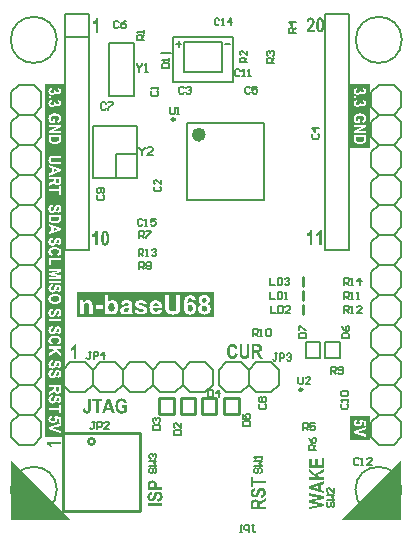
<source format=gbr>
G04 Layer_Color=9279142*
%FSLAX44Y44*%
%MOMM*%
G71*
G01*
G75*
%ADD22C,0.2500*%
%ADD35C,0.6000*%
%ADD36C,0.2540*%
%ADD37C,0.1500*%
%ADD38C,0.2000*%
%ADD39C,0.1270*%
G36*
X60537Y156250D02*
X58555D01*
Y165305D01*
X58537Y165286D01*
X58500Y165249D01*
X58444Y165194D01*
X58352Y165101D01*
X58259Y165008D01*
X58129Y164879D01*
X57981Y164749D01*
X57815Y164620D01*
X57444Y164323D01*
X57018Y164009D01*
X56519Y163731D01*
X56000Y163490D01*
Y165675D01*
X56019D01*
X56037Y165693D01*
X56148Y165730D01*
X56296Y165823D01*
X56519Y165934D01*
X56778Y166101D01*
X57055Y166304D01*
X57370Y166545D01*
X57703Y166842D01*
X57722Y166860D01*
X57741Y166879D01*
X57852Y166990D01*
X58000Y167175D01*
X58185Y167416D01*
X58389Y167693D01*
X58592Y168027D01*
X58777Y168397D01*
X58926Y168804D01*
X60537D01*
Y156250D01*
D02*
G37*
G36*
X249045Y349286D02*
X249175Y349267D01*
X249323Y349230D01*
X249675Y349119D01*
X249860Y349045D01*
X250063Y348952D01*
X250249Y348841D01*
X250452Y348712D01*
X250656Y348545D01*
X250860Y348341D01*
X251045Y348138D01*
X251230Y347878D01*
X251248Y347860D01*
X251267Y347804D01*
X251323Y347730D01*
X251378Y347601D01*
X251452Y347434D01*
X251526Y347249D01*
X251600Y347008D01*
X251693Y346730D01*
X251786Y346397D01*
X251860Y346045D01*
X251934Y345638D01*
X252008Y345175D01*
X252063Y344694D01*
X252119Y344138D01*
X252137Y343564D01*
X252156Y342916D01*
Y342897D01*
Y342879D01*
Y342823D01*
Y342768D01*
Y342583D01*
X252137Y342342D01*
Y342046D01*
X252100Y341731D01*
X252082Y341361D01*
X252045Y340972D01*
X251934Y340157D01*
X251767Y339324D01*
X251656Y338935D01*
X251545Y338583D01*
X251397Y338250D01*
X251230Y337954D01*
X251211Y337935D01*
X251193Y337898D01*
X251137Y337824D01*
X251063Y337731D01*
X250971Y337620D01*
X250860Y337509D01*
X250582Y337250D01*
X250230Y336991D01*
X249823Y336768D01*
X249601Y336676D01*
X249360Y336602D01*
X249101Y336565D01*
X248823Y336546D01*
X248749D01*
X248675Y336565D01*
X248582D01*
X248452Y336583D01*
X248304Y336620D01*
X247953Y336713D01*
X247767Y336787D01*
X247564Y336880D01*
X247379Y336991D01*
X247175Y337139D01*
X246971Y337287D01*
X246768Y337472D01*
X246582Y337694D01*
X246397Y337935D01*
X246379Y337954D01*
X246360Y338009D01*
X246323Y338083D01*
X246249Y338213D01*
X246194Y338380D01*
X246119Y338565D01*
X246027Y338805D01*
X245953Y339083D01*
X245860Y339416D01*
X245786Y339768D01*
X245694Y340176D01*
X245638Y340639D01*
X245583Y341138D01*
X245527Y341694D01*
X245508Y342286D01*
X245490Y342934D01*
Y342953D01*
Y342972D01*
Y343027D01*
Y343083D01*
Y343268D01*
X245508Y343509D01*
X245527Y343786D01*
X245545Y344120D01*
X245564Y344490D01*
X245601Y344879D01*
X245712Y345694D01*
X245879Y346508D01*
X245971Y346897D01*
X246101Y347249D01*
X246231Y347582D01*
X246397Y347878D01*
X246416Y347897D01*
X246434Y347934D01*
X246490Y348008D01*
X246564Y348101D01*
X246656Y348212D01*
X246768Y348323D01*
X247045Y348601D01*
X247397Y348860D01*
X247805Y349082D01*
X248027Y349175D01*
X248267Y349249D01*
X248527Y349286D01*
X248804Y349304D01*
X248953D01*
X249045Y349286D01*
D02*
G37*
G36*
X241138D02*
X241287Y349267D01*
X241435Y349249D01*
X241805Y349175D01*
X242194Y349045D01*
X242398Y348971D01*
X242601Y348860D01*
X242805Y348730D01*
X242990Y348601D01*
X243157Y348434D01*
X243323Y348249D01*
X243342Y348230D01*
X243361Y348193D01*
X243398Y348138D01*
X243453Y348064D01*
X243509Y347971D01*
X243583Y347841D01*
X243749Y347545D01*
X243897Y347193D01*
X244027Y346786D01*
X244120Y346342D01*
X244157Y346101D01*
Y345842D01*
Y345805D01*
Y345712D01*
X244138Y345564D01*
Y345360D01*
X244101Y345138D01*
X244064Y344879D01*
X244009Y344620D01*
X243934Y344342D01*
Y344305D01*
X243897Y344212D01*
X243842Y344083D01*
X243786Y343897D01*
X243694Y343675D01*
X243583Y343434D01*
X243435Y343175D01*
X243286Y342897D01*
X243268Y342860D01*
X243212Y342768D01*
X243101Y342601D01*
X242953Y342398D01*
X242749Y342120D01*
X242490Y341805D01*
X242194Y341435D01*
X241842Y341027D01*
X241824Y341009D01*
X241805Y340990D01*
X241749Y340935D01*
X241694Y340861D01*
X241527Y340676D01*
X241342Y340453D01*
X241138Y340213D01*
X240935Y339990D01*
X240768Y339787D01*
X240639Y339620D01*
X240620Y339602D01*
X240602Y339565D01*
X240546Y339491D01*
X240490Y339416D01*
X240361Y339213D01*
X240231Y338972D01*
X244157D01*
Y336750D01*
X237250D01*
Y336768D01*
Y336805D01*
X237269Y336880D01*
Y336972D01*
X237287Y337083D01*
X237324Y337213D01*
X237380Y337528D01*
X237454Y337879D01*
X237583Y338287D01*
X237731Y338713D01*
X237917Y339139D01*
Y339157D01*
X237954Y339194D01*
X237972Y339250D01*
X238028Y339342D01*
X238102Y339453D01*
X238176Y339602D01*
X238287Y339750D01*
X238417Y339935D01*
X238546Y340139D01*
X238713Y340361D01*
X238880Y340602D01*
X239083Y340879D01*
X239305Y341157D01*
X239565Y341453D01*
X239824Y341786D01*
X240120Y342120D01*
X240139Y342138D01*
X240176Y342194D01*
X240250Y342268D01*
X240324Y342360D01*
X240435Y342472D01*
X240546Y342620D01*
X240805Y342934D01*
X241083Y343268D01*
X241342Y343583D01*
X241564Y343879D01*
X241657Y344008D01*
X241731Y344120D01*
X241749Y344157D01*
X241805Y344249D01*
X241879Y344397D01*
X241953Y344601D01*
X242027Y344823D01*
X242101Y345083D01*
X242157Y345360D01*
X242175Y345638D01*
Y345657D01*
Y345675D01*
Y345768D01*
X242157Y345916D01*
X242138Y346101D01*
X242083Y346305D01*
X242027Y346508D01*
X241935Y346712D01*
X241805Y346879D01*
X241787Y346897D01*
X241731Y346953D01*
X241657Y347008D01*
X241546Y347101D01*
X241416Y347175D01*
X241250Y347230D01*
X241046Y347286D01*
X240842Y347304D01*
X240787D01*
X240713Y347286D01*
X240639Y347267D01*
X240416Y347193D01*
X240305Y347138D01*
X240176Y347064D01*
X240046Y346953D01*
X239916Y346823D01*
X239805Y346675D01*
X239694Y346471D01*
X239602Y346249D01*
X239527Y345990D01*
X239472Y345694D01*
X239435Y345342D01*
X237472Y345601D01*
Y345620D01*
X237491Y345694D01*
Y345786D01*
X237509Y345916D01*
X237546Y346064D01*
X237565Y346249D01*
X237620Y346453D01*
X237676Y346675D01*
X237806Y347119D01*
X237991Y347582D01*
X238231Y348027D01*
X238361Y348212D01*
X238528Y348397D01*
X238546Y348415D01*
X238565Y348434D01*
X238620Y348489D01*
X238694Y348545D01*
X238787Y348601D01*
X238880Y348693D01*
X239157Y348860D01*
X239491Y349026D01*
X239898Y349156D01*
X240361Y349267D01*
X240620Y349286D01*
X240879Y349304D01*
X241027D01*
X241138Y349286D01*
D02*
G37*
G36*
X67017Y168786D02*
X67147Y168767D01*
X67295Y168730D01*
X67647Y168619D01*
X67832Y168545D01*
X68036Y168452D01*
X68221Y168341D01*
X68425Y168212D01*
X68628Y168045D01*
X68832Y167841D01*
X69017Y167638D01*
X69202Y167379D01*
X69221Y167360D01*
X69239Y167304D01*
X69295Y167230D01*
X69351Y167101D01*
X69425Y166934D01*
X69499Y166749D01*
X69573Y166508D01*
X69665Y166231D01*
X69758Y165897D01*
X69832Y165545D01*
X69906Y165138D01*
X69980Y164675D01*
X70036Y164194D01*
X70091Y163638D01*
X70110Y163064D01*
X70128Y162416D01*
Y162397D01*
Y162379D01*
Y162323D01*
Y162268D01*
Y162083D01*
X70110Y161842D01*
Y161546D01*
X70073Y161231D01*
X70054Y160861D01*
X70017Y160472D01*
X69906Y159657D01*
X69739Y158824D01*
X69628Y158435D01*
X69517Y158083D01*
X69369Y157750D01*
X69202Y157454D01*
X69184Y157435D01*
X69165Y157398D01*
X69110Y157324D01*
X69036Y157231D01*
X68943Y157120D01*
X68832Y157009D01*
X68554Y156750D01*
X68202Y156491D01*
X67795Y156269D01*
X67573Y156176D01*
X67332Y156102D01*
X67073Y156065D01*
X66795Y156046D01*
X66721D01*
X66647Y156065D01*
X66554D01*
X66425Y156083D01*
X66277Y156120D01*
X65925Y156213D01*
X65740Y156287D01*
X65536Y156380D01*
X65351Y156491D01*
X65147Y156639D01*
X64943Y156787D01*
X64740Y156972D01*
X64555Y157194D01*
X64370Y157435D01*
X64351Y157454D01*
X64332Y157509D01*
X64295Y157583D01*
X64221Y157713D01*
X64166Y157879D01*
X64092Y158065D01*
X63999Y158305D01*
X63925Y158583D01*
X63833Y158916D01*
X63758Y159268D01*
X63666Y159676D01*
X63610Y160138D01*
X63555Y160638D01*
X63499Y161194D01*
X63481Y161786D01*
X63462Y162435D01*
Y162453D01*
Y162472D01*
Y162527D01*
Y162583D01*
Y162768D01*
X63481Y163009D01*
X63499Y163286D01*
X63518Y163620D01*
X63536Y163990D01*
X63573Y164379D01*
X63684Y165194D01*
X63851Y166008D01*
X63944Y166397D01*
X64073Y166749D01*
X64203Y167082D01*
X64370Y167379D01*
X64388Y167397D01*
X64406Y167434D01*
X64462Y167508D01*
X64536Y167601D01*
X64629Y167712D01*
X64740Y167823D01*
X65018Y168101D01*
X65369Y168360D01*
X65777Y168582D01*
X65999Y168675D01*
X66240Y168749D01*
X66499Y168786D01*
X66777Y168804D01*
X66925D01*
X67017Y168786D01*
D02*
G37*
G36*
X195849Y72749D02*
X196016D01*
X196368Y72730D01*
X196756Y72675D01*
X197145Y72619D01*
X197516Y72526D01*
X197682Y72471D01*
X197830Y72415D01*
X197868Y72397D01*
X197960Y72360D01*
X198090Y72267D01*
X198256Y72138D01*
X198442Y71989D01*
X198627Y71786D01*
X198830Y71545D01*
X199016Y71249D01*
X199034Y71212D01*
X199090Y71101D01*
X199164Y70916D01*
X199256Y70693D01*
X199330Y70397D01*
X199404Y70045D01*
X199460Y69675D01*
X199478Y69249D01*
Y69230D01*
Y69194D01*
Y69101D01*
X199460Y69008D01*
Y68879D01*
X199441Y68731D01*
X199386Y68397D01*
X199312Y68027D01*
X199182Y67638D01*
X198997Y67249D01*
X198756Y66879D01*
Y66860D01*
X198719Y66842D01*
X198627Y66731D01*
X198460Y66583D01*
X198238Y66416D01*
X197960Y66212D01*
X197608Y66027D01*
X197219Y65879D01*
X196756Y65768D01*
X196793Y65749D01*
X196868Y65675D01*
X196997Y65583D01*
X197145Y65453D01*
X197312Y65305D01*
X197497Y65120D01*
X197682Y64916D01*
X197849Y64713D01*
X197868Y64694D01*
X197923Y64601D01*
X198034Y64453D01*
X198164Y64250D01*
X198330Y63972D01*
X198423Y63805D01*
X198534Y63620D01*
X198645Y63416D01*
X198775Y63194D01*
X198904Y62935D01*
X199034Y62676D01*
X200293Y60250D01*
X197793D01*
X196312Y62972D01*
Y62990D01*
X196275Y63046D01*
X196238Y63120D01*
X196182Y63213D01*
X196108Y63324D01*
X196034Y63453D01*
X195868Y63750D01*
X195683Y64064D01*
X195497Y64379D01*
X195423Y64509D01*
X195331Y64620D01*
X195257Y64731D01*
X195201Y64805D01*
X195183Y64824D01*
X195145Y64861D01*
X195090Y64935D01*
X195016Y65009D01*
X194831Y65175D01*
X194720Y65268D01*
X194590Y65324D01*
X194571D01*
X194534Y65342D01*
X194460Y65379D01*
X194349Y65398D01*
X194201Y65435D01*
X194016Y65453D01*
X193812Y65472D01*
X193146D01*
Y60250D01*
X191072D01*
Y72767D01*
X195720D01*
X195849Y72749D01*
D02*
G37*
G36*
X188887Y66194D02*
Y66157D01*
Y66083D01*
Y65953D01*
Y65786D01*
Y65583D01*
X188868Y65342D01*
Y65083D01*
X188850Y64787D01*
X188813Y64194D01*
X188776Y63601D01*
X188739Y63305D01*
X188702Y63028D01*
X188665Y62768D01*
X188609Y62546D01*
Y62527D01*
X188591Y62491D01*
X188572Y62435D01*
X188554Y62361D01*
X188480Y62157D01*
X188350Y61898D01*
X188183Y61620D01*
X187980Y61305D01*
X187720Y61009D01*
X187387Y60731D01*
X187369D01*
X187350Y60694D01*
X187295Y60676D01*
X187220Y60620D01*
X187128Y60565D01*
X187017Y60509D01*
X186869Y60454D01*
X186721Y60398D01*
X186369Y60269D01*
X185943Y60157D01*
X185461Y60083D01*
X184906Y60046D01*
X184758D01*
X184647Y60065D01*
X184499D01*
X184350Y60083D01*
X183980Y60120D01*
X183591Y60194D01*
X183165Y60287D01*
X182758Y60435D01*
X182388Y60620D01*
X182369D01*
X182351Y60639D01*
X182239Y60731D01*
X182073Y60861D01*
X181888Y61046D01*
X181665Y61268D01*
X181443Y61546D01*
X181240Y61861D01*
X181073Y62231D01*
Y62250D01*
X181054Y62287D01*
X181036Y62342D01*
X181017Y62435D01*
X180980Y62565D01*
X180943Y62713D01*
X180906Y62898D01*
X180888Y63102D01*
X180851Y63361D01*
X180814Y63639D01*
X180777Y63953D01*
X180740Y64305D01*
X180721Y64694D01*
X180703Y65120D01*
X180684Y65583D01*
Y66083D01*
Y72767D01*
X182758D01*
Y65990D01*
Y65972D01*
Y65916D01*
Y65842D01*
Y65731D01*
Y65620D01*
Y65472D01*
X182776Y65138D01*
Y64805D01*
X182795Y64453D01*
X182813Y64157D01*
Y64046D01*
X182832Y63935D01*
Y63898D01*
X182869Y63805D01*
X182906Y63657D01*
X182962Y63472D01*
X183054Y63250D01*
X183165Y63046D01*
X183295Y62842D01*
X183480Y62657D01*
X183499Y62639D01*
X183573Y62583D01*
X183684Y62509D01*
X183850Y62435D01*
X184036Y62361D01*
X184276Y62287D01*
X184554Y62231D01*
X184850Y62213D01*
X184980D01*
X185110Y62231D01*
X185276Y62250D01*
X185461Y62287D01*
X185646Y62342D01*
X185832Y62416D01*
X186017Y62527D01*
X186035Y62546D01*
X186091Y62583D01*
X186165Y62657D01*
X186258Y62750D01*
X186369Y62879D01*
X186461Y63028D01*
X186554Y63194D01*
X186628Y63398D01*
Y63435D01*
X186665Y63509D01*
Y63583D01*
X186683Y63676D01*
X186702Y63787D01*
X186721Y63916D01*
X186739Y64064D01*
X186758Y64250D01*
X186776Y64453D01*
Y64675D01*
X186794Y64916D01*
X186813Y65194D01*
Y65509D01*
Y65842D01*
Y72767D01*
X188887D01*
Y66194D01*
D02*
G37*
G36*
X175111Y72952D02*
X175259Y72934D01*
X175425Y72915D01*
X175611Y72878D01*
X175814Y72823D01*
X176277Y72675D01*
X176518Y72582D01*
X176758Y72471D01*
X176999Y72323D01*
X177240Y72156D01*
X177481Y71971D01*
X177703Y71767D01*
X177721D01*
X177740Y71730D01*
X177777Y71675D01*
X177833Y71619D01*
X177907Y71527D01*
X177981Y71416D01*
X178073Y71286D01*
X178166Y71138D01*
X178258Y70971D01*
X178370Y70805D01*
X178462Y70601D01*
X178573Y70379D01*
X178666Y70119D01*
X178758Y69860D01*
X178851Y69582D01*
X178925Y69286D01*
X176870Y68694D01*
Y68712D01*
X176851Y68731D01*
Y68786D01*
X176833Y68860D01*
X176777Y69045D01*
X176703Y69268D01*
X176592Y69527D01*
X176444Y69786D01*
X176277Y70027D01*
X176073Y70249D01*
X176055Y70268D01*
X175981Y70342D01*
X175851Y70434D01*
X175685Y70527D01*
X175481Y70638D01*
X175259Y70712D01*
X175000Y70786D01*
X174703Y70805D01*
X174592D01*
X174518Y70786D01*
X174314Y70749D01*
X174055Y70675D01*
X173759Y70564D01*
X173444Y70379D01*
X173296Y70268D01*
X173148Y70138D01*
X173000Y69990D01*
X172852Y69805D01*
Y69786D01*
X172815Y69767D01*
X172796Y69693D01*
X172740Y69619D01*
X172685Y69508D01*
X172629Y69379D01*
X172574Y69212D01*
X172500Y69027D01*
X172426Y68823D01*
X172370Y68583D01*
X172315Y68305D01*
X172259Y68008D01*
X172222Y67694D01*
X172185Y67342D01*
X172148Y66953D01*
Y66546D01*
Y66527D01*
Y66434D01*
Y66323D01*
X172166Y66157D01*
Y65972D01*
X172185Y65749D01*
X172204Y65509D01*
X172241Y65250D01*
X172315Y64694D01*
X172444Y64138D01*
X172518Y63879D01*
X172611Y63620D01*
X172722Y63398D01*
X172833Y63194D01*
Y63176D01*
X172870Y63157D01*
X172963Y63046D01*
X173111Y62879D01*
X173333Y62713D01*
X173592Y62527D01*
X173888Y62361D01*
X174259Y62250D01*
X174444Y62231D01*
X174648Y62213D01*
X174685D01*
X174777Y62231D01*
X174944Y62250D01*
X175129Y62287D01*
X175351Y62361D01*
X175592Y62472D01*
X175833Y62639D01*
X176055Y62842D01*
X176073Y62879D01*
X176147Y62972D01*
X176259Y63120D01*
X176388Y63342D01*
X176536Y63620D01*
X176666Y63972D01*
X176814Y64379D01*
X176925Y64879D01*
X178944Y64101D01*
Y64083D01*
X178925Y64009D01*
X178888Y63898D01*
X178851Y63750D01*
X178795Y63583D01*
X178740Y63379D01*
X178666Y63157D01*
X178573Y62916D01*
X178351Y62416D01*
X178073Y61898D01*
X177758Y61417D01*
X177573Y61213D01*
X177370Y61009D01*
X177351Y60991D01*
X177314Y60972D01*
X177258Y60917D01*
X177166Y60861D01*
X177073Y60787D01*
X176944Y60713D01*
X176796Y60620D01*
X176629Y60528D01*
X176444Y60435D01*
X176240Y60343D01*
X175777Y60194D01*
X175259Y60083D01*
X174981Y60065D01*
X174685Y60046D01*
X174592D01*
X174499Y60065D01*
X174351D01*
X174185Y60102D01*
X173981Y60120D01*
X173759Y60176D01*
X173518Y60231D01*
X173259Y60324D01*
X173000Y60417D01*
X172740Y60546D01*
X172463Y60694D01*
X172185Y60880D01*
X171926Y61083D01*
X171667Y61305D01*
X171426Y61583D01*
X171407Y61602D01*
X171370Y61657D01*
X171296Y61768D01*
X171204Y61916D01*
X171092Y62083D01*
X170981Y62305D01*
X170852Y62565D01*
X170722Y62861D01*
X170574Y63176D01*
X170444Y63546D01*
X170333Y63935D01*
X170222Y64361D01*
X170130Y64824D01*
X170056Y65324D01*
X170019Y65842D01*
X170000Y66398D01*
Y66416D01*
Y66434D01*
Y66546D01*
X170019Y66712D01*
Y66916D01*
X170037Y67194D01*
X170074Y67509D01*
X170130Y67842D01*
X170185Y68212D01*
X170259Y68619D01*
X170352Y69027D01*
X170463Y69434D01*
X170611Y69860D01*
X170778Y70268D01*
X170963Y70656D01*
X171185Y71045D01*
X171444Y71397D01*
X171463Y71416D01*
X171500Y71471D01*
X171574Y71545D01*
X171667Y71638D01*
X171796Y71767D01*
X171944Y71897D01*
X172129Y72045D01*
X172333Y72193D01*
X172555Y72323D01*
X172815Y72471D01*
X173092Y72601D01*
X173389Y72730D01*
X173722Y72823D01*
X174055Y72897D01*
X174426Y72952D01*
X174814Y72971D01*
X174981D01*
X175111Y72952D01*
D02*
G37*
G36*
X242287Y156750D02*
X240305D01*
Y165805D01*
X240287Y165786D01*
X240250Y165749D01*
X240194Y165693D01*
X240102Y165601D01*
X240009Y165508D01*
X239879Y165379D01*
X239731Y165249D01*
X239565Y165119D01*
X239194Y164823D01*
X238768Y164508D01*
X238269Y164231D01*
X237750Y163990D01*
Y166175D01*
X237768D01*
X237787Y166194D01*
X237898Y166231D01*
X238046Y166323D01*
X238269Y166434D01*
X238528Y166601D01*
X238805Y166805D01*
X239120Y167045D01*
X239454Y167341D01*
X239472Y167360D01*
X239491Y167379D01*
X239602Y167490D01*
X239750Y167675D01*
X239935Y167915D01*
X240139Y168193D01*
X240342Y168527D01*
X240527Y168897D01*
X240676Y169304D01*
X242287D01*
Y156750D01*
D02*
G37*
G36*
X290910Y271000D02*
X291051D01*
Y239121D01*
X274077D01*
Y270542D01*
Y292500D01*
X290910D01*
Y271000D01*
D02*
G37*
G36*
X158630Y95199D02*
X43000D01*
Y116605D01*
X158630D01*
Y95199D01*
D02*
G37*
G36*
X32611Y271049D02*
X32752D01*
Y239170D01*
X32629D01*
Y193799D01*
X32752D01*
Y162564D01*
Y136512D01*
X32752D01*
Y105799D01*
X32752D01*
Y89517D01*
Y62049D01*
X32752D01*
Y40830D01*
X15778D01*
Y59783D01*
X15778D01*
Y89517D01*
Y103755D01*
X15778D01*
Y139549D01*
X15778D01*
Y162564D01*
Y193799D01*
X15827D01*
Y239170D01*
X15778D01*
Y270591D01*
Y292549D01*
X32611D01*
Y271049D01*
D02*
G37*
G36*
X290879Y-8589D02*
X274077D01*
Y11750D01*
X290879D01*
Y-8589D01*
D02*
G37*
G36*
X250267Y156750D02*
X248286D01*
Y165805D01*
X248267Y165786D01*
X248230Y165749D01*
X248175Y165693D01*
X248082Y165601D01*
X247990Y165508D01*
X247860Y165379D01*
X247712Y165249D01*
X247545Y165119D01*
X247175Y164823D01*
X246749Y164508D01*
X246249Y164231D01*
X245731Y163990D01*
Y166175D01*
X245749D01*
X245768Y166194D01*
X245879Y166231D01*
X246027Y166323D01*
X246249Y166434D01*
X246508Y166601D01*
X246786Y166805D01*
X247101Y167045D01*
X247434Y167341D01*
X247453Y167360D01*
X247471Y167379D01*
X247582Y167490D01*
X247730Y167675D01*
X247916Y167915D01*
X248119Y168193D01*
X248323Y168527D01*
X248508Y168897D01*
X248656Y169304D01*
X250267D01*
Y156750D01*
D02*
G37*
G36*
X61037Y336250D02*
X59055D01*
Y345305D01*
X59037Y345286D01*
X59000Y345249D01*
X58944Y345193D01*
X58852Y345101D01*
X58759Y345008D01*
X58629Y344879D01*
X58481Y344749D01*
X58315Y344619D01*
X57944Y344323D01*
X57518Y344008D01*
X57018Y343731D01*
X56500Y343490D01*
Y345675D01*
X56519D01*
X56537Y345694D01*
X56648Y345731D01*
X56796Y345823D01*
X57018Y345934D01*
X57278Y346101D01*
X57555Y346305D01*
X57870Y346545D01*
X58204Y346842D01*
X58222Y346860D01*
X58240Y346879D01*
X58352Y346990D01*
X58500Y347175D01*
X58685Y347416D01*
X58889Y347693D01*
X59092Y348027D01*
X59278Y348397D01*
X59426Y348804D01*
X61037D01*
Y336250D01*
D02*
G37*
G36*
X32752Y11577D02*
X32629D01*
Y-5589D01*
X15827D01*
Y11577D01*
X15778D01*
Y40799D01*
X32752D01*
Y11577D01*
D02*
G37*
G36*
X42537Y60000D02*
X40555D01*
Y69055D01*
X40537Y69036D01*
X40500Y68999D01*
X40444Y68944D01*
X40352Y68851D01*
X40259Y68758D01*
X40129Y68629D01*
X39981Y68499D01*
X39815Y68369D01*
X39444Y68073D01*
X39018Y67758D01*
X38519Y67481D01*
X38000Y67240D01*
Y69425D01*
X38019D01*
X38037Y69443D01*
X38148Y69481D01*
X38296Y69573D01*
X38519Y69684D01*
X38778Y69851D01*
X39055Y70054D01*
X39370Y70295D01*
X39704Y70592D01*
X39722Y70610D01*
X39741Y70628D01*
X39852Y70740D01*
X40000Y70925D01*
X40185Y71165D01*
X40389Y71443D01*
X40592Y71777D01*
X40778Y72147D01*
X40926Y72554D01*
X42537D01*
Y60000D01*
D02*
G37*
G36*
X252250Y-45678D02*
X249417Y-46567D01*
Y-50715D01*
X252250Y-51548D01*
Y-53751D01*
X239733Y-49770D01*
Y-47567D01*
X252250Y-43438D01*
Y-45678D01*
D02*
G37*
G36*
Y-35753D02*
X246380Y-38549D01*
X248473Y-40234D01*
X252250D01*
Y-42308D01*
X239733D01*
Y-40234D01*
X245325D01*
X239733Y-36031D01*
Y-33235D01*
X244584Y-37087D01*
X252250Y-33050D01*
Y-35753D01*
D02*
G37*
G36*
Y-31994D02*
X239733D01*
Y-24366D01*
X241844D01*
Y-29920D01*
X244621D01*
Y-24754D01*
X246732D01*
Y-29920D01*
X250139D01*
Y-24180D01*
X252250D01*
Y-31994D01*
D02*
G37*
G36*
Y-56270D02*
Y-58473D01*
X242899Y-60528D01*
X252250Y-62565D01*
Y-64824D01*
X239733Y-67250D01*
Y-65139D01*
X248343Y-63602D01*
X239733Y-61732D01*
Y-59269D01*
X248491Y-57455D01*
X239733Y-55881D01*
Y-53788D01*
X252250Y-56270D01*
D02*
G37*
G36*
X115250Y-64250D02*
X102733D01*
Y-62176D01*
X115250D01*
Y-64250D01*
D02*
G37*
G36*
X111898Y-52399D02*
X112028Y-52418D01*
X112195Y-52436D01*
X112380Y-52474D01*
X112565Y-52510D01*
X113010Y-52622D01*
X113472Y-52807D01*
X113695Y-52918D01*
X113917Y-53066D01*
X114139Y-53214D01*
X114361Y-53399D01*
X114380Y-53418D01*
X114417Y-53455D01*
X114454Y-53510D01*
X114528Y-53584D01*
X114620Y-53696D01*
X114713Y-53825D01*
X114806Y-53992D01*
X114898Y-54159D01*
X115009Y-54362D01*
X115102Y-54603D01*
X115195Y-54862D01*
X115287Y-55140D01*
X115361Y-55455D01*
X115398Y-55788D01*
X115435Y-56140D01*
X115454Y-56529D01*
Y-56547D01*
Y-56566D01*
Y-56621D01*
Y-56695D01*
X115417Y-56880D01*
X115380Y-57121D01*
X115324Y-57417D01*
X115232Y-57751D01*
X115102Y-58102D01*
X114917Y-58473D01*
X114694Y-58843D01*
X114398Y-59214D01*
X114065Y-59565D01*
X113861Y-59732D01*
X113639Y-59899D01*
X113398Y-60047D01*
X113158Y-60176D01*
X112880Y-60306D01*
X112584Y-60436D01*
X112250Y-60528D01*
X111917Y-60621D01*
X111547Y-60676D01*
X111158Y-60732D01*
X110917Y-58713D01*
X110936D01*
X111028Y-58695D01*
X111139Y-58677D01*
X111287Y-58639D01*
X111473Y-58584D01*
X111676Y-58510D01*
X111898Y-58417D01*
X112121Y-58306D01*
X112343Y-58177D01*
X112565Y-58028D01*
X112769Y-57843D01*
X112954Y-57621D01*
X113102Y-57380D01*
X113213Y-57121D01*
X113306Y-56806D01*
X113324Y-56473D01*
Y-56455D01*
Y-56436D01*
Y-56325D01*
X113306Y-56158D01*
X113269Y-55936D01*
X113213Y-55714D01*
X113121Y-55473D01*
X113010Y-55232D01*
X112843Y-55010D01*
X112824Y-54992D01*
X112750Y-54918D01*
X112639Y-54825D01*
X112510Y-54732D01*
X112324Y-54621D01*
X112121Y-54547D01*
X111880Y-54473D01*
X111621Y-54455D01*
X111547D01*
X111473Y-54473D01*
X111362D01*
X111139Y-54547D01*
X111010Y-54584D01*
X110899Y-54658D01*
X110880D01*
X110843Y-54695D01*
X110732Y-54806D01*
X110658Y-54881D01*
X110565Y-54973D01*
X110491Y-55103D01*
X110417Y-55232D01*
X110399Y-55251D01*
X110380Y-55307D01*
X110325Y-55436D01*
X110251Y-55603D01*
X110213Y-55714D01*
X110176Y-55844D01*
X110121Y-55992D01*
X110065Y-56177D01*
X109991Y-56362D01*
X109917Y-56584D01*
X109843Y-56825D01*
X109769Y-57084D01*
Y-57103D01*
X109751Y-57140D01*
X109732Y-57214D01*
X109695Y-57306D01*
X109658Y-57417D01*
X109621Y-57529D01*
X109510Y-57825D01*
X109380Y-58140D01*
X109232Y-58473D01*
X109066Y-58769D01*
X108899Y-59028D01*
X108880Y-59047D01*
X108806Y-59121D01*
X108714Y-59232D01*
X108566Y-59380D01*
X108399Y-59528D01*
X108195Y-59695D01*
X107955Y-59862D01*
X107677Y-60010D01*
X107640Y-60028D01*
X107547Y-60065D01*
X107381Y-60121D01*
X107177Y-60176D01*
X106936Y-60250D01*
X106658Y-60306D01*
X106343Y-60343D01*
X106029Y-60361D01*
X105862D01*
X105658Y-60343D01*
X105418Y-60306D01*
X105140Y-60250D01*
X104825Y-60158D01*
X104510Y-60047D01*
X104196Y-59899D01*
X104177D01*
X104159Y-59880D01*
X104066Y-59806D01*
X103918Y-59713D01*
X103733Y-59565D01*
X103529Y-59380D01*
X103325Y-59158D01*
X103122Y-58917D01*
X102955Y-58621D01*
Y-58602D01*
X102936Y-58584D01*
X102881Y-58473D01*
X102825Y-58288D01*
X102733Y-58047D01*
X102659Y-57751D01*
X102603Y-57417D01*
X102548Y-57010D01*
X102529Y-56584D01*
Y-56566D01*
Y-56510D01*
Y-56417D01*
X102548Y-56288D01*
X102566Y-56140D01*
X102585Y-55955D01*
X102603Y-55769D01*
X102659Y-55547D01*
X102770Y-55103D01*
X102955Y-54621D01*
X103066Y-54399D01*
X103196Y-54159D01*
X103344Y-53955D01*
X103529Y-53751D01*
X103547Y-53733D01*
X103566Y-53714D01*
X103640Y-53658D01*
X103714Y-53584D01*
X103807Y-53510D01*
X103936Y-53418D01*
X104085Y-53325D01*
X104251Y-53233D01*
X104436Y-53140D01*
X104640Y-53029D01*
X104881Y-52936D01*
X105121Y-52862D01*
X105399Y-52788D01*
X105677Y-52733D01*
X105992Y-52677D01*
X106325Y-52659D01*
X106436Y-54732D01*
X106399D01*
X106343Y-54751D01*
X106270Y-54770D01*
X106103Y-54806D01*
X105881Y-54862D01*
X105658Y-54955D01*
X105418Y-55047D01*
X105214Y-55177D01*
X105029Y-55343D01*
X105010Y-55362D01*
X104973Y-55418D01*
X104899Y-55529D01*
X104825Y-55677D01*
X104751Y-55862D01*
X104677Y-56084D01*
X104640Y-56343D01*
X104621Y-56640D01*
Y-56677D01*
Y-56769D01*
X104640Y-56936D01*
X104658Y-57121D01*
X104714Y-57325D01*
X104770Y-57529D01*
X104862Y-57751D01*
X104973Y-57936D01*
X104992Y-57954D01*
X105029Y-58010D01*
X105103Y-58084D01*
X105214Y-58158D01*
X105344Y-58232D01*
X105492Y-58306D01*
X105658Y-58362D01*
X105844Y-58380D01*
X105918D01*
X106010Y-58362D01*
X106140Y-58325D01*
X106270Y-58288D01*
X106399Y-58214D01*
X106547Y-58102D01*
X106677Y-57973D01*
X106695Y-57954D01*
X106732Y-57880D01*
X106806Y-57769D01*
X106899Y-57584D01*
X106955Y-57454D01*
X107029Y-57325D01*
X107084Y-57177D01*
X107158Y-56992D01*
X107232Y-56806D01*
X107306Y-56584D01*
X107381Y-56343D01*
X107455Y-56084D01*
Y-56066D01*
X107473Y-56010D01*
X107492Y-55936D01*
X107529Y-55825D01*
X107584Y-55695D01*
X107621Y-55547D01*
X107751Y-55214D01*
X107899Y-54844D01*
X108047Y-54473D01*
X108232Y-54121D01*
X108325Y-53955D01*
X108417Y-53825D01*
X108436Y-53788D01*
X108510Y-53714D01*
X108603Y-53584D01*
X108751Y-53418D01*
X108936Y-53251D01*
X109158Y-53066D01*
X109417Y-52899D01*
X109695Y-52751D01*
X109732Y-52733D01*
X109843Y-52696D01*
X110010Y-52640D01*
X110232Y-52566D01*
X110510Y-52492D01*
X110843Y-52436D01*
X111213Y-52399D01*
X111621Y-52381D01*
X111769D01*
X111898Y-52399D01*
D02*
G37*
G36*
X106936Y-42789D02*
X107084D01*
X107399Y-42826D01*
X107751Y-42900D01*
X108140Y-42993D01*
X108510Y-43123D01*
X108880Y-43289D01*
X108899D01*
X108917Y-43308D01*
X109028Y-43382D01*
X109195Y-43493D01*
X109380Y-43641D01*
X109584Y-43826D01*
X109806Y-44048D01*
X109991Y-44308D01*
X110158Y-44585D01*
X110176Y-44622D01*
X110195Y-44659D01*
X110213Y-44734D01*
X110251Y-44826D01*
X110269Y-44919D01*
X110306Y-45048D01*
X110343Y-45196D01*
X110380Y-45363D01*
X110417Y-45567D01*
X110436Y-45770D01*
X110473Y-46011D01*
X110491Y-46270D01*
X110510Y-46567D01*
X110528Y-46881D01*
Y-47215D01*
Y-48566D01*
X115250D01*
Y-50640D01*
X102733D01*
Y-47326D01*
Y-47307D01*
Y-47252D01*
Y-47141D01*
Y-47030D01*
Y-46881D01*
Y-46696D01*
X102751Y-46326D01*
X102770Y-45900D01*
X102807Y-45511D01*
X102825Y-45326D01*
X102862Y-45159D01*
X102881Y-45011D01*
X102918Y-44882D01*
Y-44863D01*
X102936Y-44845D01*
X102973Y-44734D01*
X103066Y-44567D01*
X103177Y-44345D01*
X103344Y-44123D01*
X103566Y-43863D01*
X103825Y-43622D01*
X104159Y-43382D01*
X104177D01*
X104196Y-43363D01*
X104251Y-43326D01*
X104325Y-43289D01*
X104418Y-43234D01*
X104529Y-43197D01*
X104658Y-43141D01*
X104825Y-43067D01*
X105177Y-42956D01*
X105584Y-42863D01*
X106066Y-42789D01*
X106603Y-42771D01*
X106825D01*
X106936Y-42789D01*
D02*
G37*
G36*
X202750Y-60528D02*
X200028Y-62010D01*
X200009D01*
X199954Y-62047D01*
X199880Y-62084D01*
X199787Y-62139D01*
X199676Y-62214D01*
X199547Y-62288D01*
X199250Y-62454D01*
X198936Y-62639D01*
X198621Y-62825D01*
X198491Y-62899D01*
X198380Y-62991D01*
X198269Y-63065D01*
X198195Y-63121D01*
X198176Y-63139D01*
X198139Y-63176D01*
X198065Y-63232D01*
X197991Y-63306D01*
X197825Y-63491D01*
X197732Y-63602D01*
X197676Y-63732D01*
Y-63750D01*
X197658Y-63787D01*
X197621Y-63861D01*
X197602Y-63973D01*
X197565Y-64121D01*
X197547Y-64306D01*
X197528Y-64510D01*
Y-64769D01*
Y-65176D01*
X202750D01*
Y-67250D01*
X190233D01*
Y-62880D01*
Y-62862D01*
Y-62806D01*
Y-62713D01*
Y-62602D01*
X190251Y-62473D01*
Y-62306D01*
X190270Y-61954D01*
X190325Y-61565D01*
X190381Y-61177D01*
X190473Y-60806D01*
X190529Y-60640D01*
X190585Y-60491D01*
X190603Y-60454D01*
X190640Y-60362D01*
X190733Y-60232D01*
X190862Y-60066D01*
X191010Y-59880D01*
X191214Y-59695D01*
X191455Y-59492D01*
X191751Y-59306D01*
X191788Y-59288D01*
X191899Y-59232D01*
X192084Y-59158D01*
X192307Y-59066D01*
X192603Y-58992D01*
X192955Y-58917D01*
X193325Y-58862D01*
X193751Y-58843D01*
X193899D01*
X193992Y-58862D01*
X194121D01*
X194269Y-58881D01*
X194603Y-58936D01*
X194973Y-59010D01*
X195362Y-59140D01*
X195751Y-59325D01*
X196121Y-59566D01*
X196140D01*
X196158Y-59603D01*
X196269Y-59695D01*
X196417Y-59862D01*
X196584Y-60084D01*
X196788Y-60362D01*
X196973Y-60714D01*
X197121Y-61102D01*
X197232Y-61565D01*
X197251Y-61528D01*
X197325Y-61454D01*
X197417Y-61325D01*
X197547Y-61177D01*
X197695Y-61010D01*
X197880Y-60825D01*
X198084Y-60640D01*
X198288Y-60473D01*
X198306Y-60454D01*
X198399Y-60399D01*
X198547Y-60288D01*
X198750Y-60158D01*
X199028Y-59991D01*
X199195Y-59899D01*
X199380Y-59788D01*
X199584Y-59677D01*
X199806Y-59547D01*
X200065Y-59418D01*
X200324Y-59288D01*
X202750Y-58029D01*
Y-60528D01*
D02*
G37*
G36*
X74812Y14000D02*
X72572D01*
X71683Y16833D01*
X67535D01*
X66702Y14000D01*
X64498D01*
X68479Y26517D01*
X70683D01*
X74812Y14000D01*
D02*
G37*
G36*
X54573Y18592D02*
Y18574D01*
Y18499D01*
Y18407D01*
Y18277D01*
X54555Y18111D01*
Y17925D01*
X54536Y17722D01*
X54518Y17518D01*
X54481Y17037D01*
X54407Y16574D01*
X54314Y16111D01*
X54259Y15907D01*
X54184Y15722D01*
Y15704D01*
X54166Y15685D01*
X54110Y15574D01*
X54018Y15407D01*
X53888Y15204D01*
X53722Y14963D01*
X53537Y14722D01*
X53296Y14500D01*
X53018Y14296D01*
X52981Y14278D01*
X52888Y14222D01*
X52722Y14130D01*
X52499Y14056D01*
X52222Y13963D01*
X51907Y13870D01*
X51555Y13815D01*
X51148Y13796D01*
X51000D01*
X50907Y13815D01*
X50778Y13833D01*
X50629Y13852D01*
X50296Y13926D01*
X49926Y14037D01*
X49555Y14222D01*
X49352Y14352D01*
X49167Y14481D01*
X49000Y14630D01*
X48833Y14815D01*
Y14833D01*
X48796Y14870D01*
X48759Y14926D01*
X48704Y15000D01*
X48648Y15111D01*
X48574Y15241D01*
X48500Y15407D01*
X48426Y15574D01*
X48333Y15778D01*
X48259Y16018D01*
X48185Y16259D01*
X48130Y16537D01*
X48074Y16833D01*
X48037Y17166D01*
X48018Y17518D01*
X48000Y17888D01*
X49963Y18166D01*
Y18148D01*
Y18111D01*
Y18055D01*
Y17981D01*
X49981Y17796D01*
X50000Y17555D01*
X50037Y17296D01*
X50092Y17037D01*
X50148Y16796D01*
X50241Y16592D01*
X50259Y16574D01*
X50296Y16500D01*
X50389Y16389D01*
X50481Y16278D01*
X50629Y16166D01*
X50796Y16055D01*
X51000Y15981D01*
X51222Y15963D01*
X51333D01*
X51444Y15981D01*
X51592Y16018D01*
X51740Y16074D01*
X51907Y16148D01*
X52055Y16259D01*
X52185Y16407D01*
X52203Y16426D01*
X52240Y16500D01*
X52277Y16629D01*
X52351Y16833D01*
X52370Y16963D01*
X52407Y17111D01*
X52425Y17277D01*
X52444Y17463D01*
X52463Y17666D01*
X52481Y17888D01*
X52499Y18148D01*
Y18426D01*
Y26517D01*
X54573D01*
Y18592D01*
D02*
G37*
G36*
X80941Y26702D02*
X81089Y26684D01*
X81274Y26665D01*
X81478Y26647D01*
X81682Y26610D01*
X82163Y26499D01*
X82645Y26332D01*
X82885Y26221D01*
X83126Y26091D01*
X83367Y25943D01*
X83570Y25777D01*
X83589Y25758D01*
X83626Y25740D01*
X83681Y25684D01*
X83756Y25610D01*
X83830Y25499D01*
X83941Y25388D01*
X84052Y25240D01*
X84163Y25073D01*
X84292Y24888D01*
X84404Y24684D01*
X84533Y24462D01*
X84644Y24221D01*
X84755Y23943D01*
X84867Y23666D01*
X84941Y23351D01*
X85015Y23018D01*
X82959Y22555D01*
Y22573D01*
X82941Y22592D01*
X82904Y22721D01*
X82848Y22888D01*
X82756Y23110D01*
X82645Y23332D01*
X82496Y23592D01*
X82311Y23832D01*
X82108Y24036D01*
X82089Y24055D01*
X81996Y24110D01*
X81867Y24203D01*
X81700Y24295D01*
X81478Y24388D01*
X81237Y24480D01*
X80960Y24536D01*
X80645Y24555D01*
X80515D01*
X80423Y24536D01*
X80311Y24517D01*
X80182Y24499D01*
X79886Y24425D01*
X79534Y24295D01*
X79182Y24110D01*
X78997Y23999D01*
X78830Y23869D01*
X78664Y23703D01*
X78497Y23517D01*
Y23499D01*
X78460Y23462D01*
X78423Y23406D01*
X78367Y23332D01*
X78312Y23221D01*
X78238Y23092D01*
X78163Y22925D01*
X78089Y22740D01*
X78015Y22536D01*
X77941Y22314D01*
X77867Y22055D01*
X77812Y21777D01*
X77756Y21462D01*
X77719Y21129D01*
X77701Y20777D01*
X77682Y20388D01*
Y20370D01*
Y20296D01*
Y20166D01*
X77701Y20018D01*
Y19833D01*
X77738Y19611D01*
X77756Y19370D01*
X77793Y19129D01*
X77904Y18574D01*
X78052Y18000D01*
X78275Y17444D01*
X78404Y17203D01*
X78552Y16963D01*
X78571Y16944D01*
X78589Y16926D01*
X78700Y16815D01*
X78867Y16648D01*
X79089Y16463D01*
X79386Y16278D01*
X79756Y16111D01*
X80163Y16000D01*
X80386Y15981D01*
X80626Y15963D01*
X80737D01*
X80849Y15981D01*
X80997Y16000D01*
X81182Y16037D01*
X81404Y16074D01*
X81626Y16148D01*
X81867Y16241D01*
X81904Y16259D01*
X81978Y16296D01*
X82108Y16352D01*
X82274Y16444D01*
X82441Y16555D01*
X82645Y16685D01*
X82848Y16833D01*
X83052Y17018D01*
Y18592D01*
X80682D01*
Y20703D01*
X85144D01*
Y15722D01*
X85107Y15685D01*
X85015Y15592D01*
X84867Y15444D01*
X84644Y15259D01*
X84367Y15037D01*
X84052Y14815D01*
X83663Y14574D01*
X83219Y14352D01*
X83200D01*
X83163Y14333D01*
X83089Y14296D01*
X83015Y14259D01*
X82885Y14222D01*
X82756Y14185D01*
X82441Y14074D01*
X82071Y13981D01*
X81645Y13889D01*
X81200Y13815D01*
X80737Y13796D01*
X80589D01*
X80478Y13815D01*
X80349D01*
X80200Y13833D01*
X80015Y13852D01*
X79830Y13889D01*
X79423Y13981D01*
X78960Y14111D01*
X78497Y14296D01*
X78052Y14537D01*
X78034Y14555D01*
X77997Y14574D01*
X77941Y14611D01*
X77867Y14685D01*
X77645Y14852D01*
X77386Y15093D01*
X77090Y15407D01*
X76775Y15796D01*
X76479Y16241D01*
X76201Y16759D01*
Y16777D01*
X76164Y16833D01*
X76145Y16907D01*
X76090Y17018D01*
X76053Y17166D01*
X75997Y17333D01*
X75923Y17537D01*
X75868Y17759D01*
X75812Y18000D01*
X75738Y18277D01*
X75682Y18555D01*
X75645Y18870D01*
X75571Y19536D01*
X75534Y20259D01*
Y20277D01*
Y20351D01*
Y20462D01*
X75553Y20610D01*
Y20777D01*
X75571Y20999D01*
X75590Y21221D01*
X75627Y21481D01*
X75701Y22036D01*
X75830Y22629D01*
X75997Y23221D01*
X76219Y23795D01*
Y23814D01*
X76256Y23869D01*
X76293Y23943D01*
X76349Y24036D01*
X76405Y24166D01*
X76497Y24295D01*
X76701Y24610D01*
X76960Y24980D01*
X77256Y25332D01*
X77608Y25684D01*
X77997Y25980D01*
X78015D01*
X78052Y26017D01*
X78108Y26054D01*
X78201Y26091D01*
X78293Y26147D01*
X78423Y26221D01*
X78571Y26277D01*
X78738Y26351D01*
X79126Y26480D01*
X79571Y26610D01*
X80071Y26684D01*
X80626Y26721D01*
X80811D01*
X80941Y26702D01*
D02*
G37*
G36*
X64220Y24406D02*
X61184D01*
Y14000D01*
X59110D01*
Y24406D01*
X56055D01*
Y26517D01*
X64220D01*
Y24406D01*
D02*
G37*
G36*
X199398Y-49104D02*
X199528Y-49122D01*
X199695Y-49141D01*
X199880Y-49178D01*
X200065Y-49215D01*
X200509Y-49326D01*
X200972Y-49511D01*
X201195Y-49622D01*
X201417Y-49770D01*
X201639Y-49918D01*
X201861Y-50104D01*
X201880Y-50122D01*
X201917Y-50159D01*
X201954Y-50215D01*
X202028Y-50289D01*
X202120Y-50400D01*
X202213Y-50529D01*
X202306Y-50696D01*
X202398Y-50863D01*
X202509Y-51066D01*
X202602Y-51307D01*
X202694Y-51566D01*
X202787Y-51844D01*
X202861Y-52159D01*
X202898Y-52492D01*
X202935Y-52844D01*
X202954Y-53233D01*
Y-53252D01*
Y-53270D01*
Y-53326D01*
Y-53400D01*
X202917Y-53585D01*
X202880Y-53825D01*
X202824Y-54122D01*
X202731Y-54455D01*
X202602Y-54807D01*
X202417Y-55177D01*
X202194Y-55547D01*
X201898Y-55918D01*
X201565Y-56270D01*
X201361Y-56436D01*
X201139Y-56603D01*
X200898Y-56751D01*
X200658Y-56881D01*
X200380Y-57010D01*
X200084Y-57140D01*
X199750Y-57232D01*
X199417Y-57325D01*
X199047Y-57381D01*
X198658Y-57436D01*
X198417Y-55418D01*
X198436D01*
X198528Y-55399D01*
X198639Y-55381D01*
X198787Y-55344D01*
X198973Y-55288D01*
X199176Y-55214D01*
X199398Y-55122D01*
X199621Y-55010D01*
X199843Y-54881D01*
X200065Y-54733D01*
X200269Y-54548D01*
X200454Y-54325D01*
X200602Y-54085D01*
X200713Y-53825D01*
X200806Y-53511D01*
X200824Y-53177D01*
Y-53159D01*
Y-53140D01*
Y-53029D01*
X200806Y-52863D01*
X200769Y-52640D01*
X200713Y-52418D01*
X200621Y-52178D01*
X200509Y-51937D01*
X200343Y-51715D01*
X200324Y-51696D01*
X200250Y-51622D01*
X200139Y-51529D01*
X200009Y-51437D01*
X199824Y-51326D01*
X199621Y-51252D01*
X199380Y-51178D01*
X199121Y-51159D01*
X199047D01*
X198973Y-51178D01*
X198862D01*
X198639Y-51252D01*
X198510Y-51289D01*
X198399Y-51363D01*
X198380D01*
X198343Y-51400D01*
X198232Y-51511D01*
X198158Y-51585D01*
X198065Y-51677D01*
X197991Y-51807D01*
X197917Y-51937D01*
X197899Y-51955D01*
X197880Y-52011D01*
X197825Y-52140D01*
X197750Y-52307D01*
X197714Y-52418D01*
X197676Y-52548D01*
X197621Y-52696D01*
X197565Y-52881D01*
X197491Y-53066D01*
X197417Y-53288D01*
X197343Y-53529D01*
X197269Y-53788D01*
Y-53807D01*
X197251Y-53844D01*
X197232Y-53918D01*
X197195Y-54011D01*
X197158Y-54122D01*
X197121Y-54233D01*
X197010Y-54529D01*
X196880Y-54844D01*
X196732Y-55177D01*
X196565Y-55473D01*
X196399Y-55733D01*
X196380Y-55751D01*
X196306Y-55825D01*
X196214Y-55936D01*
X196066Y-56084D01*
X195899Y-56233D01*
X195695Y-56399D01*
X195454Y-56566D01*
X195177Y-56714D01*
X195140Y-56733D01*
X195047Y-56770D01*
X194880Y-56825D01*
X194677Y-56881D01*
X194436Y-56955D01*
X194158Y-57010D01*
X193843Y-57047D01*
X193529Y-57066D01*
X193362D01*
X193158Y-57047D01*
X192918Y-57010D01*
X192640Y-56955D01*
X192325Y-56862D01*
X192010Y-56751D01*
X191696Y-56603D01*
X191677D01*
X191658Y-56584D01*
X191566Y-56510D01*
X191418Y-56418D01*
X191233Y-56270D01*
X191029Y-56084D01*
X190825Y-55862D01*
X190622Y-55622D01*
X190455Y-55325D01*
Y-55307D01*
X190436Y-55288D01*
X190381Y-55177D01*
X190325Y-54992D01*
X190233Y-54751D01*
X190159Y-54455D01*
X190103Y-54122D01*
X190048Y-53714D01*
X190029Y-53288D01*
Y-53270D01*
Y-53214D01*
Y-53122D01*
X190048Y-52992D01*
X190066Y-52844D01*
X190085Y-52659D01*
X190103Y-52474D01*
X190159Y-52252D01*
X190270Y-51807D01*
X190455Y-51326D01*
X190566Y-51104D01*
X190696Y-50863D01*
X190844Y-50659D01*
X191029Y-50455D01*
X191047Y-50437D01*
X191066Y-50418D01*
X191140Y-50363D01*
X191214Y-50289D01*
X191307Y-50215D01*
X191436Y-50122D01*
X191584Y-50030D01*
X191751Y-49937D01*
X191936Y-49844D01*
X192140Y-49733D01*
X192381Y-49641D01*
X192621Y-49567D01*
X192899Y-49493D01*
X193177Y-49437D01*
X193492Y-49381D01*
X193825Y-49363D01*
X193936Y-51437D01*
X193899D01*
X193843Y-51455D01*
X193769Y-51474D01*
X193603Y-51511D01*
X193381Y-51566D01*
X193158Y-51659D01*
X192918Y-51752D01*
X192714Y-51881D01*
X192529Y-52048D01*
X192510Y-52066D01*
X192473Y-52122D01*
X192399Y-52233D01*
X192325Y-52381D01*
X192251Y-52566D01*
X192177Y-52789D01*
X192140Y-53048D01*
X192122Y-53344D01*
Y-53381D01*
Y-53474D01*
X192140Y-53640D01*
X192159Y-53825D01*
X192214Y-54029D01*
X192270Y-54233D01*
X192362Y-54455D01*
X192473Y-54640D01*
X192492Y-54659D01*
X192529Y-54714D01*
X192603Y-54788D01*
X192714Y-54862D01*
X192844Y-54936D01*
X192992Y-55010D01*
X193158Y-55066D01*
X193344Y-55085D01*
X193418D01*
X193510Y-55066D01*
X193640Y-55029D01*
X193769Y-54992D01*
X193899Y-54918D01*
X194047Y-54807D01*
X194177Y-54677D01*
X194195Y-54659D01*
X194232Y-54585D01*
X194306Y-54474D01*
X194399Y-54288D01*
X194455Y-54159D01*
X194529Y-54029D01*
X194584Y-53881D01*
X194658Y-53696D01*
X194732Y-53511D01*
X194806Y-53288D01*
X194880Y-53048D01*
X194954Y-52789D01*
Y-52770D01*
X194973Y-52715D01*
X194991Y-52640D01*
X195029Y-52529D01*
X195084Y-52400D01*
X195121Y-52252D01*
X195251Y-51918D01*
X195399Y-51548D01*
X195547Y-51178D01*
X195732Y-50826D01*
X195825Y-50659D01*
X195917Y-50529D01*
X195936Y-50493D01*
X196010Y-50418D01*
X196103Y-50289D01*
X196251Y-50122D01*
X196436Y-49956D01*
X196658Y-49770D01*
X196917Y-49604D01*
X197195Y-49456D01*
X197232Y-49437D01*
X197343Y-49400D01*
X197510Y-49345D01*
X197732Y-49270D01*
X198010Y-49196D01*
X198343Y-49141D01*
X198713Y-49104D01*
X199121Y-49085D01*
X199269D01*
X199398Y-49104D01*
D02*
G37*
G36*
X192344Y-42938D02*
X202750D01*
Y-45012D01*
X192344D01*
Y-48067D01*
X190233D01*
Y-39901D01*
X192344D01*
Y-42938D01*
D02*
G37*
G36*
X29750Y-12195D02*
X20695D01*
X20714Y-12213D01*
X20751Y-12250D01*
X20807Y-12306D01*
X20899Y-12398D01*
X20992Y-12491D01*
X21121Y-12621D01*
X21251Y-12769D01*
X21381Y-12935D01*
X21677Y-13306D01*
X21992Y-13732D01*
X22269Y-14231D01*
X22510Y-14750D01*
X20325D01*
Y-14732D01*
X20306Y-14713D01*
X20269Y-14602D01*
X20177Y-14454D01*
X20066Y-14231D01*
X19899Y-13972D01*
X19696Y-13695D01*
X19455Y-13380D01*
X19159Y-13046D01*
X19140Y-13028D01*
X19122Y-13009D01*
X19010Y-12898D01*
X18825Y-12750D01*
X18585Y-12565D01*
X18307Y-12361D01*
X17973Y-12158D01*
X17603Y-11973D01*
X17196Y-11824D01*
Y-10213D01*
X29750D01*
Y-12195D01*
D02*
G37*
G36*
X38100Y-76150D02*
X-12700D01*
Y-25350D01*
X38100Y-76150D01*
D02*
G37*
G36*
X317500D02*
X266700D01*
X317500Y-25200D01*
Y-76150D01*
D02*
G37*
%LPC*%
G36*
X24297Y154779D02*
X24171D01*
X23699Y154763D01*
X23259Y154732D01*
X22834Y154669D01*
X22441Y154590D01*
X22080Y154496D01*
X21749Y154402D01*
X21435Y154292D01*
X21168Y154166D01*
X20916Y154056D01*
X20696Y153946D01*
X20507Y153851D01*
X20366Y153757D01*
X20240Y153679D01*
X20146Y153616D01*
X20099Y153584D01*
X20083Y153568D01*
X19847Y153364D01*
X19658Y153144D01*
X19485Y152924D01*
X19328Y152688D01*
X19202Y152452D01*
X19092Y152232D01*
X19014Y152012D01*
X18935Y151792D01*
X18888Y151587D01*
X18841Y151399D01*
X18825Y151226D01*
X18794Y151084D01*
Y150958D01*
X18778Y150880D01*
Y150817D01*
Y150801D01*
X18794Y150550D01*
X18809Y150314D01*
X18904Y149874D01*
X19029Y149481D01*
X19108Y149308D01*
X19187Y149150D01*
X19265Y149009D01*
X19344Y148883D01*
X19407Y148773D01*
X19470Y148694D01*
X19517Y148616D01*
X19564Y148569D01*
X19580Y148537D01*
X19595Y148521D01*
X19768Y148349D01*
X19941Y148191D01*
X20350Y147924D01*
X20790Y147688D01*
X21215Y147500D01*
X21419Y147421D01*
X21608Y147358D01*
X21781Y147311D01*
X21922Y147264D01*
X22048Y147232D01*
X22143Y147201D01*
X22205Y147185D01*
X22221D01*
X22882Y148899D01*
X22457Y148993D01*
X22111Y149119D01*
X21812Y149229D01*
X21576Y149355D01*
X21388Y149465D01*
X21262Y149559D01*
X21183Y149622D01*
X21152Y149638D01*
X20979Y149826D01*
X20838Y150031D01*
X20743Y150235D01*
X20680Y150424D01*
X20649Y150581D01*
X20633Y150723D01*
X20617Y150801D01*
Y150817D01*
Y150833D01*
X20633Y151006D01*
X20649Y151163D01*
X20743Y151477D01*
X20885Y151729D01*
X21042Y151949D01*
X21183Y152138D01*
X21325Y152263D01*
X21419Y152342D01*
X21435Y152374D01*
X21451D01*
X21624Y152468D01*
X21812Y152562D01*
X22032Y152641D01*
X22253Y152704D01*
X22724Y152814D01*
X23196Y152877D01*
X23416Y152908D01*
X23620Y152924D01*
X23809Y152940D01*
X23966D01*
X24108Y152955D01*
X24642D01*
X24973Y152924D01*
X25271Y152892D01*
X25539Y152861D01*
X25790Y152814D01*
X26026Y152767D01*
X26230Y152719D01*
X26403Y152657D01*
X26561Y152594D01*
X26702Y152547D01*
X26812Y152499D01*
X26906Y152452D01*
X26969Y152405D01*
X27032Y152389D01*
X27048Y152358D01*
X27064D01*
X27221Y152232D01*
X27347Y152106D01*
X27457Y151980D01*
X27551Y151855D01*
X27708Y151587D01*
X27803Y151336D01*
X27866Y151116D01*
X27897Y150943D01*
X27913Y150880D01*
Y150833D01*
Y150801D01*
Y150786D01*
X27897Y150534D01*
X27834Y150314D01*
X27771Y150125D01*
X27677Y149952D01*
X27598Y149811D01*
X27520Y149701D01*
X27457Y149638D01*
X27441Y149622D01*
X27252Y149449D01*
X27048Y149308D01*
X26828Y149182D01*
X26608Y149087D01*
X26419Y149025D01*
X26262Y148977D01*
X26199Y148962D01*
X26152D01*
X26136Y148946D01*
X26120D01*
X26623Y147201D01*
X26875Y147264D01*
X27111Y147342D01*
X27331Y147421D01*
X27551Y147500D01*
X27740Y147594D01*
X27913Y147673D01*
X28054Y147767D01*
X28196Y147845D01*
X28321Y147924D01*
X28431Y148003D01*
X28526Y148066D01*
X28605Y148128D01*
X28652Y148176D01*
X28699Y148207D01*
X28730Y148223D01*
Y148238D01*
X28903Y148427D01*
X29060Y148632D01*
X29202Y148836D01*
X29328Y149040D01*
X29422Y149245D01*
X29501Y149449D01*
X29627Y149842D01*
X29674Y150015D01*
X29705Y150172D01*
X29721Y150314D01*
X29736Y150440D01*
X29752Y150550D01*
Y150628D01*
Y150675D01*
Y150691D01*
X29736Y151021D01*
X29689Y151336D01*
X29627Y151619D01*
X29548Y151902D01*
X29438Y152153D01*
X29328Y152389D01*
X29202Y152609D01*
X29092Y152798D01*
X28966Y152971D01*
X28840Y153128D01*
X28730Y153254D01*
X28620Y153364D01*
X28542Y153443D01*
X28479Y153506D01*
X28431Y153537D01*
X28416Y153553D01*
X28117Y153773D01*
X27787Y153961D01*
X27457Y154119D01*
X27111Y154260D01*
X26749Y154386D01*
X26403Y154480D01*
X26057Y154559D01*
X25712Y154622D01*
X25397Y154669D01*
X25114Y154716D01*
X24847Y154748D01*
X24611Y154763D01*
X24438D01*
X24297Y154779D01*
D02*
G37*
G36*
X29501Y145644D02*
X18951D01*
Y139549D01*
X20743D01*
Y143883D01*
X29501D01*
Y145644D01*
D02*
G37*
G36*
X248823Y347304D02*
X248804D01*
X248730Y347286D01*
X248619Y347267D01*
X248490Y347212D01*
X248341Y347119D01*
X248175Y346971D01*
X248027Y346786D01*
X247897Y346527D01*
X247878Y346490D01*
X247860Y346434D01*
X247841Y346360D01*
X247823Y346268D01*
X247786Y346138D01*
X247767Y345971D01*
X247730Y345786D01*
X247693Y345564D01*
X247675Y345305D01*
X247638Y345008D01*
X247619Y344675D01*
X247601Y344305D01*
X247582Y343897D01*
X247564Y343434D01*
Y342916D01*
Y342879D01*
Y342786D01*
Y342657D01*
Y342453D01*
X247582Y342231D01*
Y341972D01*
X247601Y341694D01*
Y341398D01*
X247638Y340787D01*
X247675Y340472D01*
X247712Y340194D01*
X247749Y339916D01*
X247786Y339676D01*
X247841Y339472D01*
X247897Y339305D01*
X247916Y339268D01*
X247953Y339194D01*
X248027Y339065D01*
X248138Y338935D01*
X248267Y338787D01*
X248434Y338657D01*
X248619Y338583D01*
X248823Y338546D01*
X248841D01*
X248916Y338565D01*
X249027Y338583D01*
X249156Y338639D01*
X249304Y338731D01*
X249452Y338861D01*
X249601Y339046D01*
X249730Y339305D01*
Y339324D01*
X249749Y339342D01*
X249767Y339398D01*
X249786Y339472D01*
X249804Y339565D01*
X249841Y339694D01*
X249878Y339861D01*
X249915Y340046D01*
X249934Y340268D01*
X249971Y340527D01*
X250008Y340824D01*
X250026Y341157D01*
X250045Y341527D01*
X250063Y341935D01*
X250082Y342398D01*
Y342916D01*
Y342953D01*
Y343046D01*
Y343194D01*
Y343379D01*
X250063Y343601D01*
Y343860D01*
X250045Y344138D01*
Y344434D01*
X249989Y345045D01*
X249971Y345360D01*
X249934Y345638D01*
X249897Y345916D01*
X249841Y346156D01*
X249786Y346360D01*
X249730Y346527D01*
X249712Y346564D01*
X249675Y346656D01*
X249601Y346768D01*
X249489Y346916D01*
X249360Y347064D01*
X249212Y347175D01*
X249027Y347267D01*
X248823Y347304D01*
D02*
G37*
G36*
X66795Y166805D02*
X66777D01*
X66703Y166786D01*
X66592Y166767D01*
X66462Y166712D01*
X66314Y166619D01*
X66147Y166471D01*
X65999Y166286D01*
X65869Y166027D01*
X65851Y165990D01*
X65832Y165934D01*
X65814Y165860D01*
X65795Y165767D01*
X65758Y165638D01*
X65740Y165471D01*
X65703Y165286D01*
X65666Y165064D01*
X65647Y164805D01*
X65610Y164508D01*
X65592Y164175D01*
X65573Y163805D01*
X65555Y163397D01*
X65536Y162934D01*
Y162416D01*
Y162379D01*
Y162286D01*
Y162157D01*
Y161953D01*
X65555Y161731D01*
Y161472D01*
X65573Y161194D01*
Y160898D01*
X65610Y160287D01*
X65647Y159972D01*
X65684Y159694D01*
X65721Y159416D01*
X65758Y159176D01*
X65814Y158972D01*
X65869Y158805D01*
X65888Y158768D01*
X65925Y158694D01*
X65999Y158565D01*
X66110Y158435D01*
X66240Y158287D01*
X66406Y158157D01*
X66592Y158083D01*
X66795Y158046D01*
X66814D01*
X66888Y158065D01*
X66999Y158083D01*
X67129Y158139D01*
X67277Y158231D01*
X67425Y158361D01*
X67573Y158546D01*
X67702Y158805D01*
Y158824D01*
X67721Y158842D01*
X67740Y158898D01*
X67758Y158972D01*
X67776Y159065D01*
X67814Y159194D01*
X67851Y159361D01*
X67888Y159546D01*
X67906Y159768D01*
X67943Y160027D01*
X67980Y160324D01*
X67999Y160657D01*
X68017Y161027D01*
X68036Y161435D01*
X68054Y161898D01*
Y162416D01*
Y162453D01*
Y162546D01*
Y162694D01*
Y162879D01*
X68036Y163101D01*
Y163360D01*
X68017Y163638D01*
Y163934D01*
X67962Y164545D01*
X67943Y164860D01*
X67906Y165138D01*
X67869Y165416D01*
X67814Y165656D01*
X67758Y165860D01*
X67702Y166027D01*
X67684Y166064D01*
X67647Y166156D01*
X67573Y166268D01*
X67462Y166416D01*
X67332Y166564D01*
X67184Y166675D01*
X66999Y166767D01*
X66795Y166805D01*
D02*
G37*
G36*
X195220Y70656D02*
X193146D01*
Y67471D01*
X195127D01*
X195423Y67490D01*
X195720D01*
X196016Y67527D01*
X196275Y67545D01*
X196368Y67564D01*
X196460Y67583D01*
X196479D01*
X196534Y67601D01*
X196590Y67638D01*
X196682Y67694D01*
X196793Y67768D01*
X196886Y67842D01*
X196997Y67953D01*
X197090Y68082D01*
X197108Y68101D01*
X197127Y68157D01*
X197164Y68231D01*
X197219Y68360D01*
X197256Y68490D01*
X197293Y68675D01*
X197312Y68860D01*
X197330Y69082D01*
Y69101D01*
Y69175D01*
X197312Y69286D01*
X197293Y69434D01*
X197238Y69749D01*
X197164Y69897D01*
X197090Y70045D01*
X197071Y70064D01*
X197053Y70101D01*
X196997Y70175D01*
X196923Y70249D01*
X196831Y70323D01*
X196719Y70416D01*
X196590Y70490D01*
X196442Y70545D01*
X196423D01*
X196368Y70564D01*
X196275Y70582D01*
X196127Y70601D01*
X196016Y70619D01*
X195905D01*
X195757Y70638D01*
X195423D01*
X195220Y70656D01*
D02*
G37*
G36*
X18951Y174322D02*
Y172451D01*
X21356Y171743D01*
Y168222D01*
X18951Y167467D01*
Y166049D01*
X20420D01*
X29579Y169071D01*
Y170942D01*
X18951Y174322D01*
D02*
G37*
G36*
X27794Y162564D02*
X25758D01*
X25633Y162530D01*
X25491Y162483D01*
X25413Y162452D01*
X25381Y162436D01*
X25145Y162310D01*
X24941Y162169D01*
X24768Y162027D01*
X24627Y161901D01*
X24501Y161776D01*
X24422Y161681D01*
X24359Y161618D01*
X24344Y161603D01*
X24202Y161383D01*
X24061Y161131D01*
X23935Y160848D01*
X23825Y160581D01*
X23730Y160329D01*
X23699Y160235D01*
X23668Y160140D01*
X23636Y160062D01*
X23620Y159999D01*
X23605Y159968D01*
Y159952D01*
X23542Y159732D01*
X23479Y159527D01*
X23416Y159339D01*
X23353Y159181D01*
X23306Y159024D01*
X23259Y158898D01*
X23227Y158788D01*
X23196Y158694D01*
X23133Y158553D01*
X23086Y158442D01*
X23070Y158395D01*
X23054Y158380D01*
X22991Y158270D01*
X22929Y158160D01*
X22850Y158081D01*
X22787Y158018D01*
X22693Y157924D01*
X22661Y157892D01*
X22646D01*
X22551Y157829D01*
X22441Y157798D01*
X22253Y157735D01*
X22158D01*
X22095Y157719D01*
X22032D01*
X21812Y157735D01*
X21608Y157798D01*
X21435Y157861D01*
X21278Y157955D01*
X21168Y158034D01*
X21073Y158112D01*
X21010Y158175D01*
X20995Y158191D01*
X20853Y158380D01*
X20759Y158584D01*
X20680Y158788D01*
X20633Y158977D01*
X20602Y159166D01*
X20586Y159307D01*
Y159402D01*
Y159417D01*
Y159433D01*
X20602Y159716D01*
X20680Y159983D01*
X20775Y160203D01*
X20900Y160408D01*
X21058Y160597D01*
X21231Y160754D01*
X21419Y160879D01*
X21608Y160989D01*
X21797Y161084D01*
X21985Y161162D01*
X22158Y161225D01*
X22315Y161273D01*
X22441Y161304D01*
X22536Y161320D01*
X22614Y161335D01*
X22630D01*
X22483Y162564D01*
X20703D01*
X20523Y162467D01*
X20319Y162342D01*
X20130Y162200D01*
X19957Y162059D01*
X19674Y161760D01*
X19423Y161446D01*
X19234Y161131D01*
X19077Y160817D01*
X18966Y160518D01*
X18888Y160235D01*
X18841Y159983D01*
X18809Y159779D01*
X18778Y159622D01*
Y159559D01*
Y159512D01*
Y159496D01*
Y159480D01*
X18794Y159150D01*
X18825Y158851D01*
X18857Y158568D01*
X18919Y158301D01*
X18998Y158065D01*
X19077Y157845D01*
X19155Y157641D01*
X19250Y157468D01*
X19328Y157326D01*
X19407Y157185D01*
X19485Y157075D01*
X19564Y156980D01*
X19627Y156917D01*
X19658Y156870D01*
X19690Y156839D01*
X19705Y156823D01*
X19894Y156666D01*
X20083Y156540D01*
X20271Y156414D01*
X20460Y156320D01*
X20853Y156163D01*
X21231Y156068D01*
X21388Y156037D01*
X21545Y156005D01*
X21686Y155990D01*
X21797Y155974D01*
X21907Y155958D01*
X22032D01*
X22378Y155974D01*
X22693Y156005D01*
X22976Y156053D01*
X23212Y156116D01*
X23400Y156178D01*
X23542Y156226D01*
X23636Y156257D01*
X23668Y156273D01*
X23903Y156398D01*
X24123Y156540D01*
X24312Y156697D01*
X24469Y156839D01*
X24595Y156980D01*
X24674Y157090D01*
X24737Y157153D01*
X24753Y157185D01*
X24831Y157295D01*
X24910Y157436D01*
X25067Y157735D01*
X25193Y158049D01*
X25319Y158364D01*
X25429Y158647D01*
X25460Y158773D01*
X25507Y158883D01*
X25539Y158977D01*
X25554Y159040D01*
X25570Y159087D01*
Y159103D01*
X25633Y159323D01*
X25696Y159527D01*
X25759Y159716D01*
X25822Y159873D01*
X25884Y160030D01*
X25932Y160156D01*
X25995Y160266D01*
X26042Y160376D01*
X26120Y160534D01*
X26183Y160628D01*
X26215Y160691D01*
X26230Y160707D01*
X26340Y160817D01*
X26466Y160911D01*
X26576Y160974D01*
X26686Y161005D01*
X26796Y161037D01*
X26875Y161052D01*
X26938D01*
X27095Y161037D01*
X27237Y160989D01*
X27362Y160927D01*
X27473Y160864D01*
X27567Y160801D01*
X27630Y160738D01*
X27661Y160691D01*
X27677Y160675D01*
X27771Y160518D01*
X27850Y160329D01*
X27897Y160156D01*
X27944Y159983D01*
X27960Y159826D01*
X27976Y159685D01*
Y159606D01*
Y159574D01*
X27960Y159323D01*
X27928Y159103D01*
X27866Y158914D01*
X27803Y158757D01*
X27740Y158631D01*
X27677Y158537D01*
X27645Y158490D01*
X27630Y158474D01*
X27473Y158332D01*
X27299Y158222D01*
X27095Y158144D01*
X26906Y158065D01*
X26718Y158018D01*
X26576Y157986D01*
X26513Y157971D01*
X26466Y157955D01*
X26435D01*
X26529Y156194D01*
X26812Y156210D01*
X27079Y156257D01*
X27315Y156304D01*
X27551Y156367D01*
X27755Y156430D01*
X27960Y156509D01*
X28133Y156603D01*
X28290Y156682D01*
X28431Y156760D01*
X28557Y156839D01*
X28667Y156917D01*
X28746Y156980D01*
X28809Y157043D01*
X28872Y157090D01*
X28888Y157106D01*
X28903Y157122D01*
X29060Y157295D01*
X29186Y157468D01*
X29296Y157672D01*
X29391Y157861D01*
X29548Y158270D01*
X29642Y158647D01*
X29689Y158835D01*
X29705Y158993D01*
X29721Y159150D01*
X29736Y159276D01*
X29752Y159386D01*
Y159465D01*
Y159512D01*
Y159527D01*
X29736Y159889D01*
X29689Y160235D01*
X29642Y160518D01*
X29579Y160769D01*
X29501Y160974D01*
X29453Y161131D01*
X29406Y161225D01*
X29391Y161241D01*
Y161257D01*
X29249Y161508D01*
X29076Y161713D01*
X28903Y161901D01*
X28730Y162059D01*
X28573Y162185D01*
X28447Y162263D01*
X28369Y162326D01*
X28353Y162342D01*
X28337D01*
X28070Y162467D01*
X27803Y162562D01*
X27794Y162564D01*
D02*
G37*
G36*
X29579Y136512D02*
X18951D01*
Y134914D01*
X27331D01*
X18951Y133185D01*
Y131502D01*
X27331Y129741D01*
X18951D01*
Y128106D01*
X29579D01*
Y130763D01*
X22300Y132336D01*
X29579Y133924D01*
Y136512D01*
D02*
G37*
G36*
Y21511D02*
X27787D01*
Y18916D01*
X18951D01*
Y17155D01*
X27787D01*
Y14750D01*
X29579D01*
Y21511D01*
D02*
G37*
G36*
X22425Y29466D02*
X22095Y29419D01*
X21781Y29372D01*
X21498Y29293D01*
X21215Y29215D01*
X20963Y29105D01*
X20728Y28995D01*
X20523Y28884D01*
X20319Y28759D01*
X20130Y28617D01*
X19957Y28476D01*
X19674Y28177D01*
X19423Y27863D01*
X19234Y27548D01*
X19077Y27234D01*
X18966Y26935D01*
X18888Y26652D01*
X18841Y26400D01*
X18809Y26196D01*
X18778Y26039D01*
Y25976D01*
Y25929D01*
Y25913D01*
Y25897D01*
X18794Y25567D01*
X18825Y25268D01*
X18857Y24985D01*
X18919Y24718D01*
X18998Y24482D01*
X19077Y24262D01*
X19155Y24058D01*
X19250Y23885D01*
X19328Y23743D01*
X19407Y23602D01*
X19485Y23492D01*
X19564Y23397D01*
X19627Y23334D01*
X19658Y23287D01*
X19690Y23256D01*
X19705Y23240D01*
X19894Y23083D01*
X20083Y22957D01*
X20271Y22831D01*
X20460Y22737D01*
X20853Y22580D01*
X21231Y22485D01*
X21388Y22454D01*
X21545Y22422D01*
X21686Y22407D01*
X21797Y22391D01*
X21907Y22375D01*
X22032D01*
X22378Y22391D01*
X22693Y22422D01*
X22976Y22470D01*
X23212Y22533D01*
X23400Y22596D01*
X23542Y22643D01*
X23636Y22674D01*
X23668Y22690D01*
X23903Y22816D01*
X24123Y22957D01*
X24312Y23114D01*
X24469Y23256D01*
X24595Y23397D01*
X24674Y23507D01*
X24737Y23570D01*
X24753Y23602D01*
X24831Y23712D01*
X24910Y23853D01*
X25067Y24152D01*
X25193Y24466D01*
X25319Y24781D01*
X25429Y25064D01*
X25460Y25190D01*
X25507Y25300D01*
X25539Y25394D01*
X25554Y25457D01*
X25570Y25504D01*
Y25520D01*
X25633Y25740D01*
X25696Y25944D01*
X25759Y26133D01*
X25822Y26290D01*
X25884Y26448D01*
X25932Y26573D01*
X25995Y26683D01*
X26042Y26793D01*
X26120Y26951D01*
X26183Y27045D01*
X26215Y27108D01*
X26230Y27124D01*
X26340Y27234D01*
X26466Y27328D01*
X26576Y27391D01*
X26686Y27422D01*
X26796Y27454D01*
X26875Y27469D01*
X26938D01*
X27095Y27454D01*
X27237Y27407D01*
X27362Y27344D01*
X27473Y27281D01*
X27567Y27218D01*
X27630Y27155D01*
X27661Y27108D01*
X27677Y27092D01*
X27771Y26935D01*
X27850Y26746D01*
X27897Y26573D01*
X27944Y26400D01*
X27960Y26243D01*
X27976Y26102D01*
Y26023D01*
Y25991D01*
X27960Y25740D01*
X27928Y25520D01*
X27866Y25331D01*
X27803Y25174D01*
X27740Y25048D01*
X27677Y24954D01*
X27645Y24907D01*
X27630Y24891D01*
X27473Y24750D01*
X27299Y24639D01*
X27095Y24561D01*
X26906Y24482D01*
X26718Y24435D01*
X26576Y24404D01*
X26513Y24388D01*
X26466Y24372D01*
X26435D01*
X26529Y22611D01*
X26812Y22627D01*
X27079Y22674D01*
X27315Y22721D01*
X27551Y22784D01*
X27755Y22847D01*
X27960Y22926D01*
X28133Y23020D01*
X28290Y23099D01*
X28431Y23177D01*
X28557Y23256D01*
X28667Y23334D01*
X28746Y23397D01*
X28809Y23460D01*
X28872Y23507D01*
X28888Y23523D01*
X28903Y23539D01*
X29060Y23712D01*
X29186Y23885D01*
X29296Y24089D01*
X29391Y24278D01*
X29548Y24687D01*
X29642Y25064D01*
X29689Y25253D01*
X29705Y25410D01*
X29721Y25567D01*
X29736Y25693D01*
X29752Y25803D01*
Y25882D01*
Y25929D01*
Y25944D01*
X29736Y26306D01*
X29689Y26652D01*
X29642Y26935D01*
X29579Y27187D01*
X29501Y27391D01*
X29453Y27548D01*
X29406Y27642D01*
X29391Y27658D01*
Y27674D01*
X29249Y27925D01*
X29076Y28130D01*
X28903Y28319D01*
X28730Y28476D01*
X28573Y28602D01*
X28447Y28680D01*
X28369Y28743D01*
X28353Y28759D01*
X28337D01*
X28070Y28884D01*
X27803Y28979D01*
X27535Y29057D01*
X27299Y29105D01*
X27095Y29136D01*
X26922Y29152D01*
X26781D01*
X26513Y29136D01*
X26246Y29105D01*
X26010Y29057D01*
X25806Y28995D01*
X25633Y28947D01*
X25491Y28900D01*
X25413Y28869D01*
X25381Y28853D01*
X25145Y28727D01*
X24941Y28586D01*
X24768Y28444D01*
X24627Y28319D01*
X24501Y28193D01*
X24422Y28098D01*
X24359Y28036D01*
X24344Y28020D01*
X24202Y27800D01*
X24061Y27548D01*
X23935Y27265D01*
X23825Y26998D01*
X23730Y26746D01*
X23699Y26652D01*
X23668Y26558D01*
X23636Y26479D01*
X23620Y26416D01*
X23605Y26385D01*
Y26369D01*
X23542Y26149D01*
X23479Y25944D01*
X23416Y25756D01*
X23353Y25598D01*
X23306Y25441D01*
X23259Y25315D01*
X23227Y25205D01*
X23196Y25111D01*
X23133Y24970D01*
X23086Y24859D01*
X23070Y24812D01*
X23054Y24797D01*
X22991Y24687D01*
X22929Y24576D01*
X22850Y24498D01*
X22787Y24435D01*
X22693Y24341D01*
X22661Y24309D01*
X22646D01*
X22551Y24246D01*
X22441Y24215D01*
X22253Y24152D01*
X22158D01*
X22095Y24136D01*
X22032D01*
X21812Y24152D01*
X21608Y24215D01*
X21435Y24278D01*
X21278Y24372D01*
X21168Y24451D01*
X21073Y24529D01*
X21010Y24592D01*
X20995Y24608D01*
X20853Y24797D01*
X20759Y25001D01*
X20680Y25205D01*
X20633Y25394D01*
X20602Y25583D01*
X20586Y25724D01*
Y25819D01*
Y25834D01*
Y25850D01*
X20602Y26133D01*
X20680Y26400D01*
X20775Y26620D01*
X20900Y26825D01*
X21058Y27013D01*
X21231Y27171D01*
X21419Y27297D01*
X21608Y27407D01*
X21797Y27501D01*
X21985Y27580D01*
X22158Y27642D01*
X22315Y27690D01*
X22441Y27721D01*
X22536Y27737D01*
X22614Y27752D01*
X22630D01*
X22425Y29466D01*
D02*
G37*
G36*
X29579Y37799D02*
X18951D01*
Y36038D01*
X23385D01*
Y35692D01*
Y35472D01*
X23369Y35299D01*
X23353Y35142D01*
X23322Y35016D01*
X23306Y34922D01*
X23275Y34859D01*
X23259Y34828D01*
Y34812D01*
X23212Y34702D01*
X23133Y34608D01*
X22991Y34450D01*
X22929Y34387D01*
X22866Y34340D01*
X22834Y34309D01*
X22819Y34293D01*
X22756Y34246D01*
X22661Y34183D01*
X22567Y34104D01*
X22457Y34042D01*
X22190Y33884D01*
X21922Y33727D01*
X21671Y33586D01*
X21561Y33523D01*
X21466Y33460D01*
X21388Y33413D01*
X21325Y33381D01*
X21278Y33350D01*
X21262D01*
X18951Y32092D01*
Y29969D01*
X21010Y31038D01*
X21231Y31149D01*
X21451Y31259D01*
X21639Y31369D01*
X21812Y31463D01*
X21970Y31557D01*
X22111Y31636D01*
X22347Y31778D01*
X22520Y31888D01*
X22646Y31982D01*
X22724Y32029D01*
X22740Y32045D01*
X22913Y32186D01*
X23086Y32343D01*
X23243Y32501D01*
X23369Y32642D01*
X23479Y32768D01*
X23558Y32878D01*
X23620Y32941D01*
X23636Y32972D01*
X23730Y32579D01*
X23856Y32249D01*
X24014Y31950D01*
X24186Y31715D01*
X24328Y31526D01*
X24454Y31384D01*
X24548Y31306D01*
X24564Y31274D01*
X24580D01*
X24894Y31070D01*
X25224Y30913D01*
X25554Y30803D01*
X25869Y30740D01*
X26152Y30693D01*
X26277Y30677D01*
X26388D01*
X26466Y30661D01*
X26592D01*
X26954Y30677D01*
X27268Y30724D01*
X27567Y30787D01*
X27818Y30850D01*
X28007Y30928D01*
X28164Y30991D01*
X28259Y31038D01*
X28290Y31054D01*
X28542Y31211D01*
X28746Y31384D01*
X28919Y31542D01*
X29045Y31699D01*
X29155Y31840D01*
X29233Y31950D01*
X29265Y32029D01*
X29281Y32060D01*
X29328Y32186D01*
X29375Y32328D01*
X29453Y32642D01*
X29501Y32972D01*
X29548Y33303D01*
X29564Y33601D01*
Y33743D01*
X29579Y33853D01*
Y33947D01*
Y34026D01*
Y34073D01*
Y34089D01*
Y37799D01*
D02*
G37*
G36*
X21759Y11577D02*
X20910D01*
X20808Y11546D01*
X20619Y11467D01*
X20447Y11388D01*
X20273Y11310D01*
X20132Y11231D01*
X20006Y11152D01*
X19896Y11074D01*
X19802Y11011D01*
X19723Y10948D01*
X19660Y10901D01*
X19613Y10854D01*
X19597Y10838D01*
X19582Y10822D01*
X19456Y10665D01*
X19330Y10508D01*
X19141Y10194D01*
X19016Y9863D01*
X18921Y9564D01*
X18874Y9297D01*
X18843Y9172D01*
Y9077D01*
X18827Y8999D01*
Y8936D01*
Y8904D01*
Y8888D01*
X18843Y8621D01*
X18874Y8385D01*
X18937Y8149D01*
X19016Y7945D01*
X19094Y7741D01*
X19189Y7568D01*
X19299Y7395D01*
X19409Y7253D01*
X19519Y7128D01*
X19629Y7002D01*
X19723Y6907D01*
X19802Y6829D01*
X19880Y6766D01*
X19943Y6719D01*
X19975Y6703D01*
X19991Y6687D01*
X20211Y6546D01*
X20447Y6420D01*
X20667Y6326D01*
X20887Y6231D01*
X21327Y6090D01*
X21720Y5996D01*
X21909Y5964D01*
X22066Y5948D01*
X22207Y5917D01*
X22333D01*
X22427Y5901D01*
X22569D01*
X22884Y5917D01*
X23182Y5933D01*
X23449Y5980D01*
X23717Y6043D01*
X23953Y6106D01*
X24188Y6184D01*
X24393Y6278D01*
X24581Y6357D01*
X24739Y6436D01*
X24880Y6530D01*
X25006Y6609D01*
X25116Y6672D01*
X25195Y6734D01*
X25258Y6766D01*
X25289Y6797D01*
X25305Y6813D01*
X25446Y6955D01*
X25572Y7096D01*
X25682Y7238D01*
X25776Y7395D01*
X25918Y7694D01*
X26028Y7961D01*
X26075Y8212D01*
X26091Y8307D01*
X26107Y8401D01*
X26122Y8480D01*
Y8527D01*
Y8558D01*
Y8574D01*
X26107Y8794D01*
X26059Y8999D01*
X26012Y9187D01*
X25949Y9360D01*
X25871Y9517D01*
X25824Y9627D01*
X25776Y9690D01*
X25761Y9722D01*
X27585Y9439D01*
Y6294D01*
X29487D01*
Y10712D01*
X23953Y11561D01*
X23717Y10209D01*
X23858Y10099D01*
X23968Y9989D01*
X24078Y9879D01*
X24157Y9769D01*
X24299Y9549D01*
X24393Y9344D01*
X24440Y9172D01*
X24471Y9046D01*
X24487Y8951D01*
Y8920D01*
X24471Y8716D01*
X24409Y8543D01*
X24330Y8370D01*
X24251Y8244D01*
X24157Y8134D01*
X24078Y8055D01*
X24016Y8008D01*
X24000Y7992D01*
X23795Y7867D01*
X23575Y7772D01*
X23324Y7709D01*
X23088Y7662D01*
X22868Y7631D01*
X22695Y7615D01*
X22522D01*
X22160Y7631D01*
X21830Y7678D01*
X21563Y7741D01*
X21343Y7804D01*
X21185Y7867D01*
X21060Y7929D01*
X20997Y7977D01*
X20965Y7992D01*
X20792Y8134D01*
X20682Y8275D01*
X20588Y8432D01*
X20525Y8574D01*
X20494Y8684D01*
X20478Y8778D01*
X20462Y8857D01*
Y8873D01*
X20478Y9030D01*
X20525Y9172D01*
X20588Y9313D01*
X20667Y9423D01*
X20729Y9517D01*
X20792Y9596D01*
X20840Y9643D01*
X20855Y9659D01*
X21012Y9785D01*
X21201Y9879D01*
X21374Y9958D01*
X21547Y10005D01*
X21704Y10036D01*
X21846Y10068D01*
X21924Y10083D01*
X21956D01*
X21759Y11577D01*
D02*
G37*
G36*
X29579Y126424D02*
X18951D01*
Y124663D01*
X29579D01*
Y126424D01*
D02*
G37*
G36*
X22425Y123437D02*
X22095Y123389D01*
X21781Y123342D01*
X21498Y123264D01*
X21215Y123185D01*
X20963Y123075D01*
X20728Y122965D01*
X20523Y122855D01*
X20319Y122729D01*
X20130Y122587D01*
X19957Y122446D01*
X19674Y122147D01*
X19423Y121833D01*
X19234Y121518D01*
X19077Y121204D01*
X18966Y120905D01*
X18888Y120622D01*
X18841Y120371D01*
X18809Y120166D01*
X18778Y120009D01*
Y119946D01*
Y119899D01*
Y119883D01*
Y119867D01*
X18794Y119537D01*
X18825Y119239D01*
X18857Y118956D01*
X18919Y118688D01*
X18998Y118453D01*
X19077Y118232D01*
X19155Y118028D01*
X19250Y117855D01*
X19328Y117713D01*
X19407Y117572D01*
X19485Y117462D01*
X19564Y117368D01*
X19627Y117305D01*
X19658Y117258D01*
X19690Y117226D01*
X19705Y117210D01*
X19894Y117053D01*
X20083Y116927D01*
X20271Y116802D01*
X20460Y116707D01*
X20853Y116550D01*
X21231Y116456D01*
X21388Y116424D01*
X21545Y116393D01*
X21686Y116377D01*
X21797Y116361D01*
X21907Y116346D01*
X22032D01*
X22378Y116361D01*
X22693Y116393D01*
X22976Y116440D01*
X23212Y116503D01*
X23400Y116566D01*
X23542Y116613D01*
X23636Y116644D01*
X23668Y116660D01*
X23903Y116786D01*
X24123Y116927D01*
X24312Y117085D01*
X24469Y117226D01*
X24595Y117368D01*
X24674Y117478D01*
X24737Y117541D01*
X24753Y117572D01*
X24831Y117682D01*
X24910Y117824D01*
X25067Y118122D01*
X25193Y118437D01*
X25319Y118751D01*
X25429Y119034D01*
X25460Y119160D01*
X25507Y119270D01*
X25539Y119364D01*
X25554Y119427D01*
X25570Y119474D01*
Y119490D01*
X25633Y119710D01*
X25696Y119915D01*
X25759Y120103D01*
X25822Y120261D01*
X25884Y120418D01*
X25932Y120544D01*
X25995Y120654D01*
X26042Y120764D01*
X26120Y120921D01*
X26183Y121015D01*
X26215Y121078D01*
X26230Y121094D01*
X26340Y121204D01*
X26466Y121298D01*
X26576Y121361D01*
X26686Y121393D01*
X26796Y121424D01*
X26875Y121440D01*
X26938D01*
X27095Y121424D01*
X27237Y121377D01*
X27362Y121314D01*
X27473Y121251D01*
X27567Y121188D01*
X27630Y121125D01*
X27661Y121078D01*
X27677Y121062D01*
X27771Y120905D01*
X27850Y120716D01*
X27897Y120544D01*
X27944Y120371D01*
X27960Y120213D01*
X27976Y120072D01*
Y119993D01*
Y119962D01*
X27960Y119710D01*
X27928Y119490D01*
X27866Y119302D01*
X27803Y119144D01*
X27740Y119018D01*
X27677Y118924D01*
X27645Y118877D01*
X27630Y118861D01*
X27473Y118720D01*
X27299Y118610D01*
X27095Y118531D01*
X26906Y118453D01*
X26718Y118405D01*
X26576Y118374D01*
X26513Y118358D01*
X26466Y118342D01*
X26435D01*
X26529Y116581D01*
X26812Y116597D01*
X27079Y116644D01*
X27315Y116692D01*
X27551Y116755D01*
X27755Y116817D01*
X27960Y116896D01*
X28133Y116990D01*
X28290Y117069D01*
X28431Y117148D01*
X28557Y117226D01*
X28667Y117305D01*
X28746Y117368D01*
X28809Y117430D01*
X28872Y117478D01*
X28888Y117493D01*
X28903Y117509D01*
X29060Y117682D01*
X29186Y117855D01*
X29296Y118059D01*
X29391Y118248D01*
X29548Y118657D01*
X29642Y119034D01*
X29689Y119223D01*
X29705Y119380D01*
X29721Y119537D01*
X29736Y119663D01*
X29752Y119773D01*
Y119852D01*
Y119899D01*
Y119915D01*
X29736Y120276D01*
X29689Y120622D01*
X29642Y120905D01*
X29579Y121157D01*
X29501Y121361D01*
X29453Y121518D01*
X29406Y121613D01*
X29391Y121629D01*
Y121644D01*
X29249Y121896D01*
X29076Y122100D01*
X28903Y122289D01*
X28730Y122446D01*
X28573Y122572D01*
X28447Y122650D01*
X28369Y122713D01*
X28353Y122729D01*
X28337D01*
X28070Y122855D01*
X27803Y122949D01*
X27535Y123028D01*
X27299Y123075D01*
X27095Y123106D01*
X26922Y123122D01*
X26781D01*
X26513Y123106D01*
X26246Y123075D01*
X26010Y123028D01*
X25806Y122965D01*
X25633Y122918D01*
X25491Y122871D01*
X25413Y122839D01*
X25381Y122823D01*
X25145Y122698D01*
X24941Y122556D01*
X24768Y122415D01*
X24627Y122289D01*
X24501Y122163D01*
X24422Y122069D01*
X24359Y122006D01*
X24344Y121990D01*
X24202Y121770D01*
X24061Y121518D01*
X23935Y121235D01*
X23825Y120968D01*
X23730Y120716D01*
X23699Y120622D01*
X23668Y120528D01*
X23636Y120449D01*
X23620Y120386D01*
X23605Y120355D01*
Y120339D01*
X23542Y120119D01*
X23479Y119915D01*
X23416Y119726D01*
X23353Y119569D01*
X23306Y119412D01*
X23259Y119286D01*
X23227Y119176D01*
X23196Y119081D01*
X23133Y118940D01*
X23086Y118830D01*
X23070Y118783D01*
X23054Y118767D01*
X22991Y118657D01*
X22929Y118547D01*
X22850Y118468D01*
X22787Y118405D01*
X22693Y118311D01*
X22661Y118279D01*
X22646D01*
X22551Y118217D01*
X22441Y118185D01*
X22253Y118122D01*
X22158D01*
X22095Y118107D01*
X22032D01*
X21812Y118122D01*
X21608Y118185D01*
X21435Y118248D01*
X21278Y118342D01*
X21168Y118421D01*
X21073Y118500D01*
X21010Y118563D01*
X20995Y118578D01*
X20853Y118767D01*
X20759Y118971D01*
X20680Y119176D01*
X20633Y119364D01*
X20602Y119553D01*
X20586Y119695D01*
Y119789D01*
Y119805D01*
Y119820D01*
X20602Y120103D01*
X20680Y120371D01*
X20775Y120591D01*
X20900Y120795D01*
X21058Y120984D01*
X21231Y121141D01*
X21419Y121267D01*
X21608Y121377D01*
X21797Y121471D01*
X21985Y121550D01*
X22158Y121613D01*
X22315Y121660D01*
X22441Y121691D01*
X22536Y121707D01*
X22614Y121723D01*
X22630D01*
X22425Y123437D01*
D02*
G37*
G36*
X29629Y5524D02*
X19000Y2427D01*
Y508D01*
X29629Y-2589D01*
Y-702D01*
X21751Y1420D01*
X29629Y3621D01*
Y5524D01*
D02*
G37*
G36*
X29579Y182230D02*
X18951D01*
Y178929D01*
X18966Y178551D01*
X18998Y178205D01*
X19045Y177907D01*
X19108Y177655D01*
X19155Y177451D01*
X19202Y177309D01*
X19234Y177215D01*
X19250Y177183D01*
X19375Y176932D01*
X19517Y176712D01*
X19658Y176523D01*
X19800Y176350D01*
X19926Y176224D01*
X20036Y176114D01*
X20099Y176051D01*
X20130Y176036D01*
X20366Y175863D01*
X20633Y175706D01*
X20900Y175564D01*
X21168Y175454D01*
X21388Y175360D01*
X21576Y175297D01*
X21655Y175265D01*
X21702Y175250D01*
X21734Y175234D01*
X21749D01*
X22143Y175124D01*
X22551Y175045D01*
X22960Y174998D01*
X23337Y174951D01*
X23510D01*
X23668Y174935D01*
X23809D01*
X23919Y174919D01*
X24155D01*
X24705Y174935D01*
X25193Y174967D01*
X25429Y174982D01*
X25633Y175014D01*
X25822Y175045D01*
X25995Y175061D01*
X26152Y175092D01*
X26293Y175124D01*
X26419Y175155D01*
X26513Y175171D01*
X26592Y175187D01*
X26655Y175202D01*
X26686Y175218D01*
X26702D01*
X27079Y175344D01*
X27410Y175470D01*
X27693Y175611D01*
X27928Y175753D01*
X28133Y175863D01*
X28274Y175957D01*
X28353Y176020D01*
X28384Y176051D01*
X28605Y176256D01*
X28793Y176444D01*
X28950Y176649D01*
X29076Y176822D01*
X29170Y176979D01*
X29249Y177089D01*
X29281Y177168D01*
X29296Y177199D01*
X29391Y177451D01*
X29453Y177750D01*
X29516Y178048D01*
X29548Y178347D01*
X29564Y178614D01*
Y178724D01*
X29579Y178819D01*
Y178913D01*
Y178976D01*
Y179007D01*
Y179023D01*
Y182230D01*
D02*
G37*
G36*
X247306Y-47252D02*
X242658Y-48678D01*
X247306Y-50067D01*
Y-47252D01*
D02*
G37*
G36*
X24438Y268049D02*
X24265D01*
X23652Y268018D01*
X23086Y267955D01*
X22819Y267923D01*
X22583Y267876D01*
X22347Y267813D01*
X22143Y267766D01*
X21954Y267719D01*
X21781Y267656D01*
X21639Y267609D01*
X21514Y267577D01*
X21419Y267530D01*
X21356Y267515D01*
X21309Y267483D01*
X21293D01*
X20853Y267247D01*
X20476Y266996D01*
X20146Y266728D01*
X19878Y266477D01*
X19674Y266257D01*
X19533Y266068D01*
X19470Y266005D01*
X19438Y265958D01*
X19423Y265927D01*
X19407Y265911D01*
X19202Y265534D01*
X19045Y265140D01*
X18935Y264748D01*
X18857Y264402D01*
X18825Y264244D01*
X18809Y264087D01*
X18794Y263961D01*
Y263851D01*
X18778Y263757D01*
Y263694D01*
Y263647D01*
Y263631D01*
X18794Y263238D01*
X18857Y262861D01*
X18935Y262499D01*
X19014Y262185D01*
X19108Y261917D01*
X19139Y261807D01*
X19171Y261697D01*
X19202Y261634D01*
X19234Y261572D01*
X19250Y261540D01*
Y261524D01*
X19438Y261147D01*
X19643Y260817D01*
X19831Y260550D01*
X20020Y260314D01*
X20177Y260125D01*
X20303Y259999D01*
X20382Y259921D01*
X20413Y259889D01*
X24642D01*
Y263678D01*
X22850D01*
Y261666D01*
X21514D01*
X21356Y261839D01*
X21231Y262012D01*
X21121Y262185D01*
X21026Y262326D01*
X20948Y262468D01*
X20900Y262578D01*
X20869Y262641D01*
X20853Y262672D01*
X20775Y262876D01*
X20712Y263065D01*
X20680Y263254D01*
X20649Y263411D01*
X20633Y263537D01*
X20617Y263631D01*
Y263710D01*
Y263725D01*
X20633Y263930D01*
X20649Y264119D01*
X20743Y264464D01*
X20885Y264779D01*
X21042Y265030D01*
X21199Y265219D01*
X21341Y265361D01*
X21435Y265455D01*
X21451Y265471D01*
X21466Y265486D01*
X21671Y265612D01*
X21875Y265722D01*
X22347Y265911D01*
X22834Y266037D01*
X23306Y266131D01*
X23510Y266162D01*
X23715Y266178D01*
X23903Y266210D01*
X24061D01*
X24186Y266225D01*
X24375D01*
X24705Y266210D01*
X25004Y266194D01*
X25287Y266162D01*
X25554Y266115D01*
X25790Y266068D01*
X26010Y266005D01*
X26199Y265942D01*
X26372Y265879D01*
X26529Y265817D01*
X26671Y265754D01*
X26781Y265691D01*
X26875Y265644D01*
X26938Y265597D01*
X26985Y265565D01*
X27016Y265534D01*
X27032D01*
X27190Y265392D01*
X27331Y265251D01*
X27441Y265109D01*
X27535Y264952D01*
X27693Y264653D01*
X27803Y264354D01*
X27866Y264103D01*
X27881Y263993D01*
X27897Y263899D01*
X27913Y263820D01*
Y263757D01*
Y263725D01*
Y263710D01*
X27897Y263442D01*
X27850Y263207D01*
X27771Y263002D01*
X27693Y262814D01*
X27614Y262672D01*
X27535Y262562D01*
X27488Y262483D01*
X27473Y262468D01*
X27299Y262295D01*
X27095Y262138D01*
X26875Y262012D01*
X26686Y261917D01*
X26498Y261839D01*
X26356Y261792D01*
X26246Y261760D01*
X26230Y261744D01*
X26215D01*
X26608Y259999D01*
X26891Y260062D01*
X27158Y260125D01*
X27394Y260219D01*
X27630Y260314D01*
X27834Y260408D01*
X28023Y260518D01*
X28196Y260612D01*
X28353Y260723D01*
X28494Y260817D01*
X28620Y260911D01*
X28714Y261005D01*
X28809Y261068D01*
X28872Y261131D01*
X28919Y261178D01*
X28935Y261210D01*
X28950Y261226D01*
X29092Y261399D01*
X29218Y261603D01*
X29328Y261807D01*
X29422Y262012D01*
X29564Y262421D01*
X29658Y262829D01*
X29689Y263002D01*
X29705Y263175D01*
X29721Y263332D01*
X29736Y263458D01*
X29752Y263568D01*
Y263663D01*
Y263710D01*
Y263725D01*
X29721Y264197D01*
X29658Y264622D01*
X29548Y264999D01*
X29438Y265329D01*
X29375Y265471D01*
X29328Y265597D01*
X29265Y265707D01*
X29218Y265785D01*
X29186Y265864D01*
X29155Y265911D01*
X29123Y265942D01*
Y265958D01*
X28872Y266288D01*
X28573Y266587D01*
X28274Y266839D01*
X27960Y267059D01*
X27693Y267232D01*
X27582Y267310D01*
X27473Y267357D01*
X27394Y267405D01*
X27331Y267436D01*
X27284Y267467D01*
X27268D01*
X26781Y267656D01*
X26277Y267798D01*
X25774Y267908D01*
X25303Y267971D01*
X25083Y268002D01*
X24894Y268018D01*
X24705Y268034D01*
X24564D01*
X24438Y268049D01*
D02*
G37*
G36*
X29579Y258223D02*
X18951D01*
Y256587D01*
X25869D01*
X18951Y253081D01*
Y251305D01*
X29579D01*
Y252940D01*
X22473D01*
X29579Y256525D01*
Y258223D01*
D02*
G37*
G36*
X21781Y279392D02*
X21278Y279314D01*
X20853Y279204D01*
X20649Y279125D01*
X20476Y279046D01*
X20303Y278968D01*
X20161Y278889D01*
X20020Y278811D01*
X19910Y278732D01*
X19816Y278669D01*
X19721Y278606D01*
X19658Y278559D01*
X19611Y278512D01*
X19595Y278496D01*
X19580Y278480D01*
X19438Y278323D01*
X19312Y278166D01*
X19202Y278009D01*
X19124Y277836D01*
X18966Y277506D01*
X18872Y277207D01*
X18825Y276940D01*
X18809Y276814D01*
X18794Y276720D01*
X18778Y276641D01*
Y276578D01*
Y276547D01*
Y276531D01*
X18794Y276311D01*
X18825Y276106D01*
X18872Y275902D01*
X18919Y275698D01*
X19077Y275352D01*
X19250Y275053D01*
X19423Y274801D01*
X19501Y274707D01*
X19580Y274629D01*
X19627Y274566D01*
X19674Y274503D01*
X19705Y274487D01*
X19721Y274471D01*
X19910Y274314D01*
X20099Y274172D01*
X20303Y274062D01*
X20507Y273968D01*
X20900Y273811D01*
X21278Y273701D01*
X21466Y273669D01*
X21624Y273638D01*
X21765Y273622D01*
X21891Y273606D01*
X21985Y273591D01*
X22127D01*
X22488Y273606D01*
X22819Y273669D01*
X23102Y273732D01*
X23337Y273827D01*
X23526Y273905D01*
X23668Y273984D01*
X23762Y274047D01*
X23793Y274062D01*
X24029Y274251D01*
X24218Y274440D01*
X24359Y274629D01*
X24485Y274817D01*
X24564Y274990D01*
X24611Y275116D01*
X24642Y275210D01*
X24658Y275226D01*
Y275242D01*
X24815Y275021D01*
X24988Y274833D01*
X25161Y274660D01*
X25303Y274534D01*
X25444Y274424D01*
X25539Y274361D01*
X25601Y274314D01*
X25633Y274298D01*
X25853Y274188D01*
X26073Y274110D01*
X26277Y274047D01*
X26482Y274015D01*
X26639Y273984D01*
X26781Y273968D01*
X27079D01*
X27268Y274000D01*
X27614Y274078D01*
X27928Y274188D01*
X28211Y274314D01*
X28447Y274456D01*
X28542Y274518D01*
X28620Y274566D01*
X28683Y274613D01*
X28730Y274644D01*
X28746Y274660D01*
X28762Y274676D01*
X28919Y274817D01*
X29045Y274959D01*
X29155Y275116D01*
X29249Y275273D01*
X29406Y275588D01*
X29501Y275886D01*
X29564Y276169D01*
X29579Y276279D01*
X29595Y276374D01*
X29611Y276468D01*
Y276531D01*
Y276562D01*
Y276578D01*
Y276767D01*
X29579Y276955D01*
X29501Y277301D01*
X29391Y277616D01*
X29281Y277867D01*
X29155Y278072D01*
X29045Y278229D01*
X28966Y278323D01*
X28950Y278339D01*
X28935Y278355D01*
X28809Y278480D01*
X28652Y278591D01*
X28321Y278795D01*
X27976Y278952D01*
X27630Y279078D01*
X27315Y279172D01*
X27190Y279204D01*
X27064Y279235D01*
X26969Y279251D01*
X26891Y279267D01*
X26844Y279282D01*
X26828D01*
X26513Y277742D01*
X26765Y277710D01*
X26969Y277663D01*
X27158Y277600D01*
X27299Y277537D01*
X27410Y277474D01*
X27504Y277427D01*
X27551Y277396D01*
X27567Y277380D01*
X27693Y277254D01*
X27771Y277128D01*
X27834Y277003D01*
X27881Y276893D01*
X27913Y276798D01*
X27928Y276704D01*
Y276657D01*
Y276641D01*
X27913Y276484D01*
X27881Y276342D01*
X27834Y276216D01*
X27771Y276122D01*
X27708Y276043D01*
X27661Y275981D01*
X27630Y275949D01*
X27614Y275933D01*
X27488Y275839D01*
X27347Y275776D01*
X27205Y275713D01*
X27079Y275682D01*
X26954Y275666D01*
X26859Y275650D01*
X26765D01*
X26529Y275666D01*
X26325Y275713D01*
X26152Y275776D01*
X26010Y275839D01*
X25900Y275902D01*
X25806Y275965D01*
X25759Y276012D01*
X25743Y276028D01*
X25633Y276185D01*
X25539Y276342D01*
X25491Y276515D01*
X25444Y276688D01*
X25429Y276830D01*
X25413Y276955D01*
Y277034D01*
Y277066D01*
X23746Y277238D01*
X23793Y277081D01*
X23840Y276940D01*
X23872Y276798D01*
X23888Y276688D01*
X23903Y276609D01*
Y276547D01*
Y276499D01*
Y276484D01*
X23888Y276311D01*
X23840Y276154D01*
X23762Y276012D01*
X23683Y275886D01*
X23589Y275792D01*
X23526Y275713D01*
X23463Y275666D01*
X23447Y275650D01*
X23275Y275540D01*
X23070Y275446D01*
X22866Y275383D01*
X22677Y275352D01*
X22504Y275320D01*
X22363Y275305D01*
X22237D01*
X21938Y275320D01*
X21686Y275367D01*
X21451Y275415D01*
X21278Y275478D01*
X21121Y275556D01*
X21026Y275603D01*
X20948Y275650D01*
X20932Y275666D01*
X20775Y275808D01*
X20665Y275949D01*
X20586Y276106D01*
X20539Y276248D01*
X20507Y276358D01*
X20476Y276452D01*
Y276531D01*
Y276547D01*
X20492Y276720D01*
X20539Y276877D01*
X20602Y277018D01*
X20680Y277128D01*
X20743Y277223D01*
X20806Y277301D01*
X20853Y277348D01*
X20869Y277364D01*
X21026Y277474D01*
X21215Y277569D01*
X21404Y277647D01*
X21592Y277694D01*
X21765Y277742D01*
X21891Y277757D01*
X21985Y277773D01*
X22017D01*
X21781Y279392D01*
D02*
G37*
G36*
Y289549D02*
X21278Y289471D01*
X20853Y289361D01*
X20649Y289282D01*
X20476Y289203D01*
X20303Y289125D01*
X20161Y289046D01*
X20020Y288967D01*
X19910Y288889D01*
X19816Y288826D01*
X19721Y288763D01*
X19658Y288716D01*
X19611Y288669D01*
X19595Y288653D01*
X19580Y288637D01*
X19438Y288480D01*
X19312Y288323D01*
X19202Y288166D01*
X19124Y287993D01*
X18966Y287663D01*
X18872Y287364D01*
X18825Y287097D01*
X18809Y286971D01*
X18794Y286876D01*
X18778Y286798D01*
Y286735D01*
Y286703D01*
Y286688D01*
X18794Y286468D01*
X18825Y286263D01*
X18872Y286059D01*
X18919Y285854D01*
X19077Y285508D01*
X19250Y285210D01*
X19423Y284958D01*
X19501Y284864D01*
X19580Y284785D01*
X19627Y284722D01*
X19674Y284660D01*
X19705Y284644D01*
X19721Y284628D01*
X19910Y284471D01*
X20099Y284329D01*
X20303Y284219D01*
X20507Y284125D01*
X20900Y283968D01*
X21278Y283858D01*
X21466Y283826D01*
X21624Y283795D01*
X21765Y283779D01*
X21891Y283763D01*
X21985Y283748D01*
X22127D01*
X22488Y283763D01*
X22819Y283826D01*
X23102Y283889D01*
X23337Y283983D01*
X23526Y284062D01*
X23668Y284141D01*
X23762Y284203D01*
X23793Y284219D01*
X24029Y284408D01*
X24218Y284597D01*
X24359Y284785D01*
X24485Y284974D01*
X24564Y285147D01*
X24611Y285273D01*
X24642Y285367D01*
X24658Y285383D01*
Y285398D01*
X24815Y285178D01*
X24988Y284990D01*
X25161Y284817D01*
X25303Y284691D01*
X25444Y284581D01*
X25539Y284518D01*
X25601Y284471D01*
X25633Y284455D01*
X25853Y284345D01*
X26073Y284266D01*
X26277Y284203D01*
X26482Y284172D01*
X26639Y284141D01*
X26781Y284125D01*
X27079D01*
X27268Y284156D01*
X27614Y284235D01*
X27928Y284345D01*
X28211Y284471D01*
X28447Y284612D01*
X28542Y284675D01*
X28620Y284722D01*
X28683Y284769D01*
X28730Y284801D01*
X28746Y284817D01*
X28762Y284832D01*
X28919Y284974D01*
X29045Y285115D01*
X29155Y285273D01*
X29249Y285430D01*
X29406Y285744D01*
X29501Y286043D01*
X29564Y286326D01*
X29579Y286436D01*
X29595Y286530D01*
X29611Y286625D01*
Y286688D01*
Y286719D01*
Y286735D01*
Y286924D01*
X29579Y287112D01*
X29501Y287458D01*
X29391Y287773D01*
X29281Y288024D01*
X29155Y288228D01*
X29045Y288386D01*
X28966Y288480D01*
X28950Y288496D01*
X28935Y288512D01*
X28809Y288637D01*
X28652Y288747D01*
X28321Y288952D01*
X27976Y289109D01*
X27630Y289235D01*
X27315Y289329D01*
X27190Y289361D01*
X27064Y289392D01*
X26969Y289408D01*
X26891Y289423D01*
X26844Y289439D01*
X26828D01*
X26513Y287898D01*
X26765Y287867D01*
X26969Y287820D01*
X27158Y287757D01*
X27299Y287694D01*
X27410Y287631D01*
X27504Y287584D01*
X27551Y287552D01*
X27567Y287537D01*
X27693Y287411D01*
X27771Y287285D01*
X27834Y287159D01*
X27881Y287049D01*
X27913Y286955D01*
X27928Y286861D01*
Y286814D01*
Y286798D01*
X27913Y286640D01*
X27881Y286499D01*
X27834Y286373D01*
X27771Y286279D01*
X27708Y286200D01*
X27661Y286137D01*
X27630Y286106D01*
X27614Y286090D01*
X27488Y285996D01*
X27347Y285933D01*
X27205Y285870D01*
X27079Y285839D01*
X26954Y285823D01*
X26859Y285807D01*
X26765D01*
X26529Y285823D01*
X26325Y285870D01*
X26152Y285933D01*
X26010Y285996D01*
X25900Y286059D01*
X25806Y286122D01*
X25759Y286169D01*
X25743Y286185D01*
X25633Y286342D01*
X25539Y286499D01*
X25491Y286672D01*
X25444Y286845D01*
X25429Y286986D01*
X25413Y287112D01*
Y287191D01*
Y287222D01*
X23746Y287395D01*
X23793Y287238D01*
X23840Y287097D01*
X23872Y286955D01*
X23888Y286845D01*
X23903Y286766D01*
Y286703D01*
Y286656D01*
Y286640D01*
X23888Y286468D01*
X23840Y286310D01*
X23762Y286169D01*
X23683Y286043D01*
X23589Y285949D01*
X23526Y285870D01*
X23463Y285823D01*
X23447Y285807D01*
X23275Y285697D01*
X23070Y285603D01*
X22866Y285540D01*
X22677Y285508D01*
X22504Y285477D01*
X22363Y285461D01*
X22237D01*
X21938Y285477D01*
X21686Y285524D01*
X21451Y285571D01*
X21278Y285634D01*
X21121Y285713D01*
X21026Y285760D01*
X20948Y285807D01*
X20932Y285823D01*
X20775Y285965D01*
X20665Y286106D01*
X20586Y286263D01*
X20539Y286405D01*
X20507Y286515D01*
X20476Y286609D01*
Y286688D01*
Y286703D01*
X20492Y286876D01*
X20539Y287034D01*
X20602Y287175D01*
X20680Y287285D01*
X20743Y287379D01*
X20806Y287458D01*
X20853Y287505D01*
X20869Y287521D01*
X21026Y287631D01*
X21215Y287725D01*
X21404Y287804D01*
X21592Y287851D01*
X21765Y287898D01*
X21891Y287914D01*
X21985Y287930D01*
X22017D01*
X21781Y289549D01*
D02*
G37*
G36*
X106640Y-44919D02*
X106529D01*
X106418Y-44937D01*
X106270Y-44956D01*
X106103Y-44993D01*
X105936Y-45030D01*
X105751Y-45104D01*
X105584Y-45196D01*
X105566Y-45215D01*
X105510Y-45252D01*
X105436Y-45307D01*
X105344Y-45382D01*
X105251Y-45493D01*
X105140Y-45604D01*
X105066Y-45733D01*
X104992Y-45882D01*
Y-45900D01*
X104973Y-45956D01*
X104936Y-46067D01*
X104918Y-46233D01*
X104881Y-46456D01*
X104862Y-46752D01*
Y-46937D01*
X104844Y-47122D01*
Y-47326D01*
Y-47567D01*
Y-48566D01*
X108417D01*
Y-47437D01*
Y-47418D01*
Y-47381D01*
Y-47326D01*
Y-47252D01*
Y-47048D01*
X108399Y-46807D01*
X108380Y-46548D01*
X108362Y-46289D01*
X108325Y-46067D01*
X108269Y-45882D01*
Y-45863D01*
X108232Y-45807D01*
X108195Y-45733D01*
X108140Y-45641D01*
X108047Y-45530D01*
X107955Y-45419D01*
X107825Y-45307D01*
X107677Y-45196D01*
X107658Y-45178D01*
X107603Y-45159D01*
X107510Y-45104D01*
X107381Y-45048D01*
X107232Y-45011D01*
X107066Y-44956D01*
X106862Y-44937D01*
X106640Y-44919D01*
D02*
G37*
G36*
X20995Y282364D02*
X18951D01*
Y280697D01*
X20995D01*
Y282364D01*
D02*
G37*
G36*
X193918Y-60991D02*
X193825D01*
X193714Y-61010D01*
X193566Y-61028D01*
X193251Y-61084D01*
X193103Y-61158D01*
X192955Y-61232D01*
X192936Y-61251D01*
X192899Y-61269D01*
X192825Y-61325D01*
X192751Y-61399D01*
X192677Y-61491D01*
X192584Y-61602D01*
X192510Y-61732D01*
X192455Y-61880D01*
Y-61899D01*
X192436Y-61954D01*
X192418Y-62047D01*
X192399Y-62195D01*
X192381Y-62306D01*
Y-62417D01*
X192362Y-62565D01*
Y-62713D01*
Y-62899D01*
X192344Y-63102D01*
Y-63324D01*
Y-63565D01*
Y-65176D01*
X195529D01*
Y-63658D01*
Y-63639D01*
Y-63602D01*
Y-63528D01*
Y-63436D01*
Y-63324D01*
Y-63195D01*
X195510Y-62899D01*
Y-62602D01*
X195473Y-62306D01*
X195454Y-62047D01*
X195436Y-61954D01*
X195417Y-61862D01*
Y-61843D01*
X195399Y-61788D01*
X195362Y-61732D01*
X195306Y-61639D01*
X195232Y-61528D01*
X195158Y-61436D01*
X195047Y-61325D01*
X194918Y-61232D01*
X194899Y-61214D01*
X194843Y-61195D01*
X194769Y-61158D01*
X194640Y-61102D01*
X194510Y-61066D01*
X194325Y-61028D01*
X194140Y-61010D01*
X193918Y-60991D01*
D02*
G37*
G36*
X69572Y23592D02*
X68183Y18944D01*
X70998D01*
X69572Y23592D01*
D02*
G37*
G36*
X29629Y206236D02*
X27836D01*
Y203641D01*
X19000D01*
Y201880D01*
X27836D01*
Y199302D01*
X29629D01*
Y206236D01*
D02*
G37*
G36*
X22425Y190799D02*
X22095Y190752D01*
X21781Y190705D01*
X21498Y190626D01*
X21215Y190548D01*
X20963Y190438D01*
X20728Y190327D01*
X20523Y190217D01*
X20319Y190092D01*
X20130Y189950D01*
X19957Y189809D01*
X19674Y189510D01*
X19423Y189195D01*
X19234Y188881D01*
X19077Y188567D01*
X18966Y188268D01*
X18888Y187985D01*
X18841Y187733D01*
X18809Y187529D01*
X18778Y187372D01*
Y187309D01*
Y187262D01*
Y187246D01*
Y187230D01*
X18794Y186900D01*
X18825Y186601D01*
X18857Y186318D01*
X18919Y186051D01*
X18998Y185815D01*
X19077Y185595D01*
X19155Y185391D01*
X19250Y185218D01*
X19328Y185076D01*
X19407Y184935D01*
X19485Y184825D01*
X19564Y184730D01*
X19627Y184667D01*
X19658Y184620D01*
X19690Y184589D01*
X19705Y184573D01*
X19894Y184416D01*
X20083Y184290D01*
X20271Y184164D01*
X20460Y184070D01*
X20853Y183913D01*
X21231Y183818D01*
X21388Y183787D01*
X21545Y183755D01*
X21686Y183740D01*
X21797Y183724D01*
X21907Y183708D01*
X22032D01*
X22378Y183724D01*
X22693Y183755D01*
X22976Y183803D01*
X23212Y183866D01*
X23400Y183928D01*
X23542Y183976D01*
X23636Y184007D01*
X23668Y184023D01*
X23903Y184149D01*
X24123Y184290D01*
X24312Y184447D01*
X24469Y184589D01*
X24595Y184730D01*
X24674Y184840D01*
X24737Y184903D01*
X24753Y184935D01*
X24831Y185045D01*
X24910Y185186D01*
X25067Y185485D01*
X25193Y185799D01*
X25319Y186114D01*
X25429Y186397D01*
X25460Y186523D01*
X25507Y186633D01*
X25539Y186727D01*
X25554Y186790D01*
X25570Y186837D01*
Y186853D01*
X25633Y187073D01*
X25696Y187277D01*
X25759Y187466D01*
X25822Y187623D01*
X25884Y187780D01*
X25932Y187906D01*
X25995Y188016D01*
X26042Y188126D01*
X26120Y188284D01*
X26183Y188378D01*
X26215Y188441D01*
X26230Y188456D01*
X26340Y188567D01*
X26466Y188661D01*
X26576Y188724D01*
X26686Y188755D01*
X26796Y188787D01*
X26875Y188802D01*
X26938D01*
X27095Y188787D01*
X27237Y188740D01*
X27362Y188677D01*
X27473Y188614D01*
X27567Y188551D01*
X27630Y188488D01*
X27661Y188441D01*
X27677Y188425D01*
X27771Y188268D01*
X27850Y188079D01*
X27897Y187906D01*
X27944Y187733D01*
X27960Y187576D01*
X27976Y187435D01*
Y187356D01*
Y187325D01*
X27960Y187073D01*
X27928Y186853D01*
X27866Y186664D01*
X27803Y186507D01*
X27740Y186381D01*
X27677Y186287D01*
X27645Y186240D01*
X27630Y186224D01*
X27473Y186082D01*
X27299Y185972D01*
X27095Y185894D01*
X26906Y185815D01*
X26718Y185768D01*
X26576Y185737D01*
X26513Y185721D01*
X26466Y185705D01*
X26435D01*
X26529Y183944D01*
X26812Y183960D01*
X27079Y184007D01*
X27315Y184054D01*
X27551Y184117D01*
X27755Y184180D01*
X27960Y184259D01*
X28133Y184353D01*
X28290Y184432D01*
X28431Y184510D01*
X28557Y184589D01*
X28667Y184667D01*
X28746Y184730D01*
X28809Y184793D01*
X28872Y184840D01*
X28888Y184856D01*
X28903Y184872D01*
X29060Y185045D01*
X29186Y185218D01*
X29296Y185422D01*
X29391Y185611D01*
X29548Y186019D01*
X29642Y186397D01*
X29689Y186586D01*
X29705Y186743D01*
X29721Y186900D01*
X29736Y187026D01*
X29752Y187136D01*
Y187215D01*
Y187262D01*
Y187277D01*
X29736Y187639D01*
X29689Y187985D01*
X29642Y188268D01*
X29579Y188519D01*
X29501Y188724D01*
X29453Y188881D01*
X29406Y188975D01*
X29391Y188991D01*
Y189007D01*
X29249Y189258D01*
X29076Y189463D01*
X28903Y189652D01*
X28730Y189809D01*
X28573Y189935D01*
X28447Y190013D01*
X28369Y190076D01*
X28353Y190092D01*
X28337D01*
X28070Y190217D01*
X27803Y190312D01*
X27535Y190390D01*
X27299Y190438D01*
X27095Y190469D01*
X26922Y190485D01*
X26781D01*
X26513Y190469D01*
X26246Y190438D01*
X26010Y190390D01*
X25806Y190327D01*
X25633Y190280D01*
X25491Y190233D01*
X25413Y190202D01*
X25381Y190186D01*
X25145Y190060D01*
X24941Y189919D01*
X24768Y189777D01*
X24627Y189652D01*
X24501Y189526D01*
X24422Y189431D01*
X24359Y189368D01*
X24344Y189353D01*
X24202Y189133D01*
X24061Y188881D01*
X23935Y188598D01*
X23825Y188331D01*
X23730Y188079D01*
X23699Y187985D01*
X23668Y187890D01*
X23636Y187812D01*
X23620Y187749D01*
X23605Y187718D01*
Y187702D01*
X23542Y187482D01*
X23479Y187277D01*
X23416Y187089D01*
X23353Y186931D01*
X23306Y186774D01*
X23259Y186648D01*
X23227Y186538D01*
X23196Y186444D01*
X23133Y186303D01*
X23086Y186192D01*
X23070Y186145D01*
X23054Y186130D01*
X22991Y186019D01*
X22929Y185910D01*
X22850Y185831D01*
X22787Y185768D01*
X22693Y185674D01*
X22661Y185642D01*
X22646D01*
X22551Y185579D01*
X22441Y185548D01*
X22253Y185485D01*
X22158D01*
X22095Y185469D01*
X22032D01*
X21812Y185485D01*
X21608Y185548D01*
X21435Y185611D01*
X21278Y185705D01*
X21168Y185784D01*
X21073Y185862D01*
X21010Y185925D01*
X20995Y185941D01*
X20853Y186130D01*
X20759Y186334D01*
X20680Y186538D01*
X20633Y186727D01*
X20602Y186916D01*
X20586Y187057D01*
Y187152D01*
Y187167D01*
Y187183D01*
X20602Y187466D01*
X20680Y187733D01*
X20775Y187953D01*
X20900Y188158D01*
X21058Y188347D01*
X21231Y188504D01*
X21419Y188629D01*
X21608Y188740D01*
X21797Y188834D01*
X21985Y188913D01*
X22158Y188975D01*
X22315Y189023D01*
X22441Y189054D01*
X22536Y189070D01*
X22614Y189085D01*
X22630D01*
X22425Y190799D01*
D02*
G37*
G36*
X29629Y214396D02*
X19000D01*
Y212635D01*
X23434D01*
Y212289D01*
Y212069D01*
X23418Y211896D01*
X23402Y211738D01*
X23371Y211613D01*
X23355Y211518D01*
X23324Y211455D01*
X23308Y211424D01*
Y211408D01*
X23261Y211298D01*
X23182Y211204D01*
X23041Y211047D01*
X22978Y210984D01*
X22915Y210937D01*
X22884Y210905D01*
X22868Y210889D01*
X22805Y210842D01*
X22710Y210779D01*
X22616Y210701D01*
X22506Y210638D01*
X22239Y210481D01*
X21972Y210324D01*
X21720Y210182D01*
X21610Y210119D01*
X21516Y210056D01*
X21437Y210009D01*
X21374Y209978D01*
X21327Y209946D01*
X21311D01*
X19000Y208688D01*
Y206566D01*
X21060Y207635D01*
X21280Y207745D01*
X21500Y207855D01*
X21689Y207965D01*
X21862Y208059D01*
X22019Y208154D01*
X22160Y208232D01*
X22396Y208374D01*
X22569Y208484D01*
X22695Y208578D01*
X22773Y208625D01*
X22789Y208641D01*
X22962Y208783D01*
X23135Y208940D01*
X23292Y209097D01*
X23418Y209239D01*
X23528Y209364D01*
X23607Y209474D01*
X23670Y209537D01*
X23685Y209569D01*
X23780Y209176D01*
X23905Y208846D01*
X24063Y208547D01*
X24236Y208311D01*
X24377Y208122D01*
X24503Y207981D01*
X24597Y207902D01*
X24613Y207871D01*
X24629D01*
X24943Y207666D01*
X25273Y207509D01*
X25603Y207399D01*
X25918Y207336D01*
X26201Y207289D01*
X26327Y207273D01*
X26437D01*
X26515Y207257D01*
X26641D01*
X27003Y207273D01*
X27317Y207320D01*
X27616Y207383D01*
X27868Y207446D01*
X28056Y207525D01*
X28213Y207588D01*
X28308Y207635D01*
X28339Y207651D01*
X28591Y207808D01*
X28795Y207981D01*
X28968Y208138D01*
X29094Y208295D01*
X29204Y208437D01*
X29283Y208547D01*
X29314Y208625D01*
X29330Y208657D01*
X29377Y208783D01*
X29424Y208924D01*
X29503Y209239D01*
X29550Y209569D01*
X29597Y209899D01*
X29613Y210198D01*
Y210339D01*
X29629Y210449D01*
Y210544D01*
Y210622D01*
Y210669D01*
Y210685D01*
Y214396D01*
D02*
G37*
G36*
X29579Y249481D02*
X18951D01*
Y246179D01*
X18966Y245802D01*
X18998Y245456D01*
X19045Y245157D01*
X19108Y244906D01*
X19155Y244701D01*
X19202Y244560D01*
X19234Y244465D01*
X19250Y244434D01*
X19375Y244182D01*
X19517Y243962D01*
X19658Y243773D01*
X19800Y243601D01*
X19926Y243475D01*
X20036Y243365D01*
X20099Y243302D01*
X20130Y243286D01*
X20366Y243113D01*
X20633Y242956D01*
X20900Y242814D01*
X21168Y242704D01*
X21388Y242610D01*
X21576Y242547D01*
X21655Y242516D01*
X21702Y242500D01*
X21734Y242484D01*
X21749D01*
X22143Y242374D01*
X22551Y242296D01*
X22960Y242248D01*
X23337Y242201D01*
X23510D01*
X23668Y242185D01*
X23809D01*
X23919Y242170D01*
X24155D01*
X24705Y242185D01*
X25193Y242217D01*
X25429Y242233D01*
X25633Y242264D01*
X25822Y242296D01*
X25995Y242311D01*
X26152Y242343D01*
X26293Y242374D01*
X26419Y242406D01*
X26513Y242421D01*
X26592Y242437D01*
X26655Y242453D01*
X26686Y242469D01*
X26702D01*
X27079Y242594D01*
X27410Y242720D01*
X27693Y242862D01*
X27928Y243003D01*
X28133Y243113D01*
X28274Y243207D01*
X28353Y243270D01*
X28384Y243302D01*
X28605Y243506D01*
X28793Y243695D01*
X28950Y243899D01*
X29076Y244072D01*
X29170Y244230D01*
X29249Y244340D01*
X29281Y244418D01*
X29296Y244450D01*
X29391Y244701D01*
X29453Y245000D01*
X29516Y245299D01*
X29548Y245597D01*
X29564Y245865D01*
Y245975D01*
X29579Y246069D01*
Y246163D01*
Y246226D01*
Y246258D01*
Y246273D01*
Y249481D01*
D02*
G37*
G36*
X29629Y232005D02*
X23528D01*
X23135Y231989D01*
X22773Y231973D01*
X22443Y231958D01*
X22144Y231926D01*
X21877Y231895D01*
X21641Y231863D01*
X21421Y231832D01*
X21248Y231816D01*
X21091Y231785D01*
X20965Y231753D01*
X20855Y231722D01*
X20777Y231706D01*
X20729Y231691D01*
X20698Y231675D01*
X20682D01*
X20368Y231533D01*
X20101Y231360D01*
X19865Y231172D01*
X19676Y230983D01*
X19519Y230826D01*
X19409Y230684D01*
X19330Y230590D01*
X19314Y230574D01*
Y230558D01*
X19157Y230244D01*
X19031Y229898D01*
X18953Y229536D01*
X18890Y229206D01*
X18858Y228892D01*
X18843Y228766D01*
Y228640D01*
X18827Y228546D01*
Y228483D01*
Y228436D01*
Y228420D01*
X18858Y227948D01*
X18921Y227540D01*
X19016Y227178D01*
X19126Y226879D01*
X19173Y226754D01*
X19220Y226628D01*
X19267Y226534D01*
X19314Y226455D01*
X19362Y226392D01*
X19377Y226345D01*
X19409Y226329D01*
Y226313D01*
X19645Y226030D01*
X19896Y225810D01*
X20164Y225637D01*
X20399Y225496D01*
X20619Y225386D01*
X20792Y225323D01*
X20855Y225307D01*
X20902Y225291D01*
X20934Y225276D01*
X20950D01*
X21138Y225229D01*
X21358Y225197D01*
X21594Y225166D01*
X21846Y225134D01*
X22349Y225103D01*
X22852Y225071D01*
X23104Y225056D01*
X23324D01*
X23528Y225040D01*
X29629D01*
Y226801D01*
X23198D01*
X22962Y226817D01*
X22758Y226832D01*
X22569D01*
X22396Y226848D01*
X22239Y226864D01*
X22113Y226879D01*
X22003Y226895D01*
X21909Y226911D01*
X21830Y226926D01*
X21767D01*
X21704Y226958D01*
X21673D01*
X21500Y227021D01*
X21358Y227099D01*
X21233Y227178D01*
X21123Y227272D01*
X21044Y227351D01*
X20981Y227414D01*
X20950Y227461D01*
X20934Y227477D01*
X20840Y227634D01*
X20777Y227791D01*
X20729Y227948D01*
X20698Y228106D01*
X20682Y228247D01*
X20667Y228357D01*
Y228436D01*
Y228467D01*
X20682Y228719D01*
X20729Y228955D01*
X20792Y229159D01*
X20855Y229316D01*
X20918Y229458D01*
X20981Y229552D01*
X21028Y229615D01*
X21044Y229631D01*
X21201Y229788D01*
X21374Y229898D01*
X21547Y229992D01*
X21736Y230071D01*
X21893Y230118D01*
X22019Y230150D01*
X22097Y230181D01*
X22129D01*
X22223Y230197D01*
X22318D01*
X22569Y230212D01*
X22868Y230228D01*
X23151D01*
X23434Y230244D01*
X29629D01*
Y232005D01*
D02*
G37*
G36*
X19000Y224081D02*
Y222210D01*
X21405Y221502D01*
Y217980D01*
X19000Y217226D01*
Y215323D01*
X29629Y218829D01*
Y220700D01*
X19000Y224081D01*
D02*
G37*
G36*
X130445Y114012D02*
X127205D01*
Y105127D01*
Y104780D01*
Y104456D01*
X127182Y104155D01*
Y103877D01*
X127159Y103646D01*
Y103415D01*
X127136Y103206D01*
Y103021D01*
X127090Y102744D01*
X127066Y102535D01*
X127043Y102420D01*
Y102373D01*
X126974Y102072D01*
X126858Y101818D01*
X126719Y101587D01*
X126580Y101378D01*
X126442Y101216D01*
X126326Y101101D01*
X126233Y101031D01*
X126210Y101008D01*
X125933Y100823D01*
X125585Y100684D01*
X125261Y100592D01*
X124914Y100522D01*
X124614Y100476D01*
X124382Y100453D01*
X124151D01*
X123665Y100476D01*
X123248Y100545D01*
X122878Y100638D01*
X122554Y100754D01*
X122323Y100846D01*
X122138Y100939D01*
X122045Y101008D01*
X121999Y101031D01*
X121744Y101263D01*
X121536Y101540D01*
X121351Y101795D01*
X121235Y102049D01*
X121143Y102281D01*
X121073Y102466D01*
X121027Y102582D01*
Y102628D01*
X121004Y102767D01*
X120981Y102906D01*
Y103091D01*
X120958Y103299D01*
X120934Y103739D01*
Y104201D01*
X120911Y104618D01*
Y104803D01*
Y104988D01*
Y105127D01*
Y105219D01*
Y105289D01*
Y105312D01*
Y114012D01*
X117672D01*
Y105451D01*
Y104965D01*
X117695Y104502D01*
Y104062D01*
X117718Y103669D01*
X117741Y103299D01*
X117764Y102975D01*
X117788Y102674D01*
X117834Y102396D01*
X117857Y102165D01*
X117880Y101957D01*
X117903Y101772D01*
X117926Y101633D01*
X117949Y101517D01*
Y101448D01*
X117973Y101402D01*
Y101378D01*
X118088Y101031D01*
X118204Y100707D01*
X118366Y100407D01*
X118505Y100152D01*
X118644Y99921D01*
X118759Y99735D01*
X118852Y99643D01*
X118875Y99597D01*
X119153Y99296D01*
X119453Y99018D01*
X119777Y98787D01*
X120078Y98579D01*
X120333Y98417D01*
X120564Y98301D01*
X120703Y98231D01*
X120726Y98208D01*
X120749D01*
X120981Y98116D01*
X121235Y98046D01*
X121814Y97907D01*
X122392Y97815D01*
X122948Y97769D01*
X123202Y97746D01*
X123457Y97722D01*
X123665D01*
X123873Y97699D01*
X124243D01*
X124914Y97722D01*
X125516Y97769D01*
X126048Y97861D01*
X126488Y97954D01*
X126673Y97977D01*
X126858Y98023D01*
X126997Y98069D01*
X127113Y98116D01*
X127205Y98139D01*
X127275Y98162D01*
X127298Y98185D01*
X127321D01*
X127737Y98370D01*
X128108Y98602D01*
X128432Y98810D01*
X128709Y99018D01*
X128918Y99203D01*
X129080Y99342D01*
X129172Y99435D01*
X129195Y99481D01*
X129450Y99805D01*
X129658Y100152D01*
X129820Y100476D01*
X129959Y100800D01*
X130051Y101077D01*
X130121Y101309D01*
X130144Y101378D01*
Y101448D01*
X130167Y101471D01*
Y101494D01*
X130213Y101749D01*
X130260Y102026D01*
X130306Y102327D01*
X130329Y102628D01*
X130375Y103322D01*
X130422Y103993D01*
Y104294D01*
Y104595D01*
X130445Y104872D01*
Y105104D01*
Y105289D01*
Y105451D01*
Y105543D01*
Y105567D01*
Y114012D01*
D02*
G37*
G36*
X64891Y105358D02*
X58851D01*
Y102281D01*
X64891D01*
Y105358D01*
D02*
G37*
G36*
X97402Y109871D02*
X96545D01*
X96129Y109824D01*
X95736Y109778D01*
X95365Y109708D01*
X95042Y109639D01*
X94741Y109547D01*
X94463Y109454D01*
X94208Y109361D01*
X94000Y109246D01*
X93815Y109153D01*
X93653Y109061D01*
X93537Y108991D01*
X93422Y108922D01*
X93352Y108876D01*
X93329Y108852D01*
X93306Y108829D01*
X93098Y108644D01*
X92913Y108436D01*
X92751Y108228D01*
X92635Y107996D01*
X92404Y107580D01*
X92265Y107186D01*
X92195Y106839D01*
X92172Y106677D01*
X92149Y106562D01*
X92126Y106446D01*
Y106376D01*
Y106330D01*
Y106307D01*
X92149Y106006D01*
X92195Y105729D01*
X92242Y105451D01*
X92334Y105196D01*
X92566Y104757D01*
X92820Y104387D01*
X93052Y104086D01*
X93283Y103877D01*
X93375Y103785D01*
X93422Y103739D01*
X93468Y103715D01*
X93491Y103692D01*
X93699Y103577D01*
X93977Y103438D01*
X94301Y103299D01*
X94648Y103183D01*
X95018Y103044D01*
X95412Y102929D01*
X96222Y102697D01*
X96615Y102582D01*
X96985Y102489D01*
X97309Y102396D01*
X97610Y102327D01*
X97865Y102281D01*
X98050Y102234D01*
X98165Y102188D01*
X98212D01*
X98489Y102119D01*
X98698Y102049D01*
X98883Y101980D01*
X99021Y101934D01*
X99114Y101864D01*
X99183Y101841D01*
X99230Y101795D01*
X99368Y101610D01*
X99438Y101425D01*
X99461Y101286D01*
Y101240D01*
Y101216D01*
X99438Y101031D01*
X99392Y100869D01*
X99322Y100730D01*
X99253Y100615D01*
X99183Y100522D01*
X99114Y100453D01*
X99068Y100407D01*
X99045Y100383D01*
X98790Y100245D01*
X98512Y100152D01*
X98212Y100059D01*
X97934Y100013D01*
X97679Y99990D01*
X97448Y99967D01*
X97263D01*
X96869Y99990D01*
X96545Y100036D01*
X96245Y100106D01*
X96013Y100198D01*
X95828Y100268D01*
X95689Y100337D01*
X95597Y100383D01*
X95574Y100407D01*
X95365Y100592D01*
X95203Y100823D01*
X95065Y101031D01*
X94949Y101263D01*
X94880Y101471D01*
X94833Y101633D01*
X94787Y101726D01*
Y101772D01*
X91709Y101309D01*
X91918Y100730D01*
X92172Y100198D01*
X92450Y99759D01*
X92751Y99388D01*
X93028Y99088D01*
X93283Y98879D01*
X93352Y98787D01*
X93422Y98741D01*
X93468Y98717D01*
X93491Y98694D01*
X93769Y98532D01*
X94046Y98370D01*
X94671Y98139D01*
X95296Y97977D01*
X95898Y97861D01*
X96175Y97815D01*
X96430Y97792D01*
X96661Y97769D01*
X96869D01*
X97031Y97746D01*
X97263D01*
X97726Y97769D01*
X98165Y97792D01*
X98582Y97861D01*
X98975Y97931D01*
X99322Y98000D01*
X99646Y98116D01*
X99947Y98208D01*
X100202Y98324D01*
X100433Y98417D01*
X100641Y98532D01*
X100803Y98625D01*
X100942Y98694D01*
X101058Y98787D01*
X101127Y98833D01*
X101173Y98856D01*
X101196Y98879D01*
X101428Y99111D01*
X101636Y99342D01*
X101821Y99573D01*
X101983Y99805D01*
X102099Y100036D01*
X102215Y100268D01*
X102377Y100684D01*
X102469Y101077D01*
X102492Y101240D01*
X102515Y101355D01*
X102539Y101471D01*
Y101564D01*
Y101610D01*
Y101633D01*
X102492Y102142D01*
X102377Y102605D01*
X102238Y102998D01*
X102053Y103322D01*
X101868Y103577D01*
X101729Y103762D01*
X101613Y103854D01*
X101567Y103901D01*
X101358Y104039D01*
X101150Y104201D01*
X100896Y104317D01*
X100618Y104456D01*
X100063Y104687D01*
X99484Y104895D01*
X98975Y105057D01*
X98744Y105104D01*
X98535Y105173D01*
X98373Y105219D01*
X98258Y105243D01*
X98165Y105266D01*
X98142D01*
X97703Y105381D01*
X97309Y105474D01*
X96962Y105567D01*
X96661Y105659D01*
X96384Y105729D01*
X96152Y105798D01*
X95967Y105867D01*
X95782Y105914D01*
X95643Y105983D01*
X95527Y106029D01*
X95435Y106053D01*
X95389Y106099D01*
X95296Y106122D01*
X95273Y106145D01*
X95180Y106238D01*
X95111Y106330D01*
X95018Y106515D01*
X94972Y106654D01*
Y106677D01*
Y106700D01*
X94995Y106839D01*
X95018Y106955D01*
X95157Y107163D01*
X95273Y107279D01*
X95296Y107325D01*
X95319D01*
X95550Y107441D01*
X95805Y107533D01*
X96083Y107580D01*
X96384Y107626D01*
X96638Y107649D01*
X96846Y107672D01*
X97055D01*
X97402Y107649D01*
X97703Y107626D01*
X97957Y107557D01*
X98165Y107487D01*
X98327Y107418D01*
X98443Y107372D01*
X98512Y107325D01*
X98535Y107302D01*
X98721Y107163D01*
X98860Y107001D01*
X98998Y106839D01*
X99091Y106654D01*
X99160Y106515D01*
X99207Y106400D01*
X99253Y106307D01*
Y106284D01*
X102145Y106816D01*
X101960Y107348D01*
X101706Y107811D01*
X101451Y108204D01*
X101173Y108505D01*
X100942Y108760D01*
X100734Y108945D01*
X100595Y109038D01*
X100572Y109084D01*
X100549D01*
X100317Y109223D01*
X100063Y109338D01*
X99507Y109547D01*
X98929Y109685D01*
X98350Y109778D01*
X98073Y109801D01*
X97818Y109824D01*
X97587Y109847D01*
X97402Y109871D01*
D02*
G37*
G36*
X85207D02*
X84444D01*
X84073Y109824D01*
X83703Y109801D01*
X83379Y109732D01*
X83055Y109685D01*
X82778Y109616D01*
X82523Y109523D01*
X82292Y109454D01*
X82107Y109385D01*
X81921Y109292D01*
X81783Y109223D01*
X81644Y109176D01*
X81551Y109107D01*
X81482Y109084D01*
X81459Y109038D01*
X81435D01*
X81042Y108690D01*
X80718Y108297D01*
X80441Y107880D01*
X80209Y107487D01*
X80047Y107117D01*
X79978Y106955D01*
X79931Y106816D01*
X79885Y106700D01*
X79862Y106608D01*
X79839Y106562D01*
Y106538D01*
X82592Y106029D01*
X82708Y106307D01*
X82824Y106538D01*
X82940Y106747D01*
X83078Y106909D01*
X83171Y107024D01*
X83264Y107094D01*
X83310Y107140D01*
X83333Y107163D01*
X83518Y107279D01*
X83726Y107372D01*
X83958Y107418D01*
X84166Y107464D01*
X84351Y107487D01*
X84490Y107510D01*
X84629D01*
X85045Y107487D01*
X85392Y107441D01*
X85670Y107395D01*
X85901Y107325D01*
X86063Y107233D01*
X86179Y107186D01*
X86249Y107140D01*
X86272Y107117D01*
X86434Y106955D01*
X86549Y106770D01*
X86619Y106562D01*
X86688Y106353D01*
X86711Y106145D01*
X86734Y105983D01*
Y105891D01*
Y105844D01*
Y105543D01*
X86572Y105474D01*
X86364Y105405D01*
X85925Y105266D01*
X85415Y105150D01*
X84930Y105034D01*
X84467Y104919D01*
X84258Y104872D01*
X84073Y104849D01*
X83935Y104826D01*
X83819Y104803D01*
X83749Y104780D01*
X83726D01*
X83171Y104664D01*
X82662Y104549D01*
X82245Y104433D01*
X81898Y104317D01*
X81621Y104201D01*
X81435Y104132D01*
X81320Y104086D01*
X81273Y104062D01*
X80973Y103901D01*
X80718Y103715D01*
X80487Y103507D01*
X80325Y103322D01*
X80163Y103160D01*
X80070Y103021D01*
X80001Y102929D01*
X79978Y102882D01*
X79816Y102582D01*
X79700Y102281D01*
X79631Y102003D01*
X79584Y101726D01*
X79538Y101494D01*
X79515Y101309D01*
Y101193D01*
Y101147D01*
X79538Y100869D01*
X79561Y100615D01*
X79677Y100129D01*
X79839Y99712D01*
X80024Y99365D01*
X80209Y99088D01*
X80371Y98879D01*
X80487Y98741D01*
X80533Y98717D01*
Y98694D01*
X80950Y98370D01*
X81412Y98139D01*
X81875Y97977D01*
X82338Y97861D01*
X82731Y97792D01*
X82916Y97769D01*
X83055D01*
X83194Y97746D01*
X83356D01*
X83726Y97769D01*
X84096Y97815D01*
X84420Y97861D01*
X84698Y97931D01*
X84930Y98000D01*
X85115Y98069D01*
X85230Y98093D01*
X85277Y98116D01*
X85601Y98278D01*
X85925Y98440D01*
X86202Y98648D01*
X86457Y98833D01*
X86665Y98995D01*
X86827Y99134D01*
X86919Y99226D01*
X86966Y99249D01*
X86989Y99157D01*
X87035Y99041D01*
X87058Y98949D01*
X87081Y98926D01*
Y98902D01*
X87151Y98694D01*
X87197Y98509D01*
X87243Y98347D01*
X87290Y98231D01*
X87336Y98139D01*
X87359Y98046D01*
X87382Y98023D01*
Y98000D01*
X90414D01*
X90275Y98301D01*
X90159Y98579D01*
X90066Y98833D01*
X89974Y99064D01*
X89928Y99249D01*
X89881Y99411D01*
X89858Y99504D01*
Y99527D01*
X89812Y99828D01*
X89789Y100198D01*
X89742Y100569D01*
Y100939D01*
X89719Y101263D01*
Y101540D01*
Y101656D01*
Y101726D01*
Y101772D01*
Y101795D01*
X89766Y105381D01*
Y105752D01*
X89742Y106076D01*
X89719Y106376D01*
X89696Y106654D01*
X89673Y106909D01*
X89627Y107140D01*
X89604Y107348D01*
X89557Y107510D01*
X89511Y107672D01*
X89488Y107788D01*
X89419Y107996D01*
X89372Y108089D01*
X89349Y108135D01*
X89164Y108390D01*
X88956Y108644D01*
X88724Y108852D01*
X88470Y109038D01*
X88262Y109176D01*
X88076Y109269D01*
X87961Y109338D01*
X87938Y109361D01*
X87914D01*
X87706Y109454D01*
X87498Y109523D01*
X87012Y109662D01*
X86503Y109755D01*
X86017Y109801D01*
X85554Y109847D01*
X85369D01*
X85207Y109871D01*
D02*
G37*
G36*
X151016Y114105D02*
X150784D01*
X150368Y114082D01*
X149974Y114059D01*
X149604Y113989D01*
X149257Y113920D01*
X148933Y113827D01*
X148632Y113735D01*
X148378Y113619D01*
X148146Y113526D01*
X147915Y113411D01*
X147730Y113295D01*
X147591Y113203D01*
X147452Y113110D01*
X147360Y113041D01*
X147290Y112971D01*
X147244Y112948D01*
X147221Y112925D01*
X147013Y112694D01*
X146804Y112462D01*
X146642Y112208D01*
X146503Y111976D01*
X146272Y111467D01*
X146133Y111004D01*
X146041Y110588D01*
X146018Y110403D01*
X145994Y110264D01*
X145971Y110125D01*
Y110033D01*
Y109986D01*
Y109963D01*
X145994Y109570D01*
X146064Y109223D01*
X146133Y108876D01*
X146249Y108598D01*
X146341Y108343D01*
X146411Y108181D01*
X146480Y108066D01*
X146503Y108019D01*
X146735Y107719D01*
X147013Y107441D01*
X147290Y107210D01*
X147591Y107001D01*
X147846Y106862D01*
X148054Y106747D01*
X148193Y106677D01*
X148216Y106654D01*
X148239D01*
X147753Y106400D01*
X147337Y106145D01*
X146989Y105867D01*
X146712Y105590D01*
X146480Y105335D01*
X146318Y105150D01*
X146226Y105011D01*
X146203Y104988D01*
Y104965D01*
X145994Y104549D01*
X145832Y104132D01*
X145740Y103715D01*
X145647Y103345D01*
X145601Y103044D01*
X145578Y102790D01*
Y102697D01*
Y102628D01*
Y102582D01*
Y102558D01*
X145601Y102119D01*
X145647Y101726D01*
X145740Y101332D01*
X145856Y100985D01*
X145971Y100638D01*
X146110Y100337D01*
X146272Y100059D01*
X146434Y99805D01*
X146596Y99597D01*
X146758Y99388D01*
X146897Y99226D01*
X147013Y99088D01*
X147128Y98972D01*
X147221Y98902D01*
X147267Y98856D01*
X147290Y98833D01*
X147568Y98625D01*
X147869Y98463D01*
X148169Y98301D01*
X148470Y98185D01*
X149072Y97977D01*
X149650Y97838D01*
X149928Y97792D01*
X150160Y97769D01*
X150368Y97746D01*
X150553Y97722D01*
X150715Y97699D01*
X150923D01*
X151363Y97722D01*
X151756Y97769D01*
X152149Y97838D01*
X152520Y97907D01*
X152844Y98023D01*
X153145Y98139D01*
X153445Y98254D01*
X153700Y98393D01*
X153931Y98532D01*
X154116Y98648D01*
X154302Y98764D01*
X154440Y98879D01*
X154556Y98949D01*
X154625Y99018D01*
X154672Y99064D01*
X154695Y99088D01*
X154949Y99365D01*
X155158Y99643D01*
X155366Y99944D01*
X155528Y100245D01*
X155667Y100545D01*
X155782Y100846D01*
X155944Y101425D01*
X156014Y101679D01*
X156060Y101911D01*
X156083Y102142D01*
X156106Y102327D01*
X156130Y102489D01*
Y102605D01*
Y102674D01*
Y102697D01*
X156106Y103183D01*
X156014Y103623D01*
X155921Y104039D01*
X155782Y104387D01*
X155667Y104664D01*
X155551Y104872D01*
X155458Y105011D01*
X155435Y105057D01*
X155158Y105428D01*
X154834Y105752D01*
X154487Y106029D01*
X154163Y106238D01*
X153862Y106423D01*
X153630Y106562D01*
X153538Y106608D01*
X153469Y106631D01*
X153422Y106654D01*
X153399D01*
X153769Y106839D01*
X154093Y107048D01*
X154371Y107256D01*
X154602Y107487D01*
X154787Y107672D01*
X154903Y107834D01*
X154996Y107927D01*
X155019Y107973D01*
X155227Y108320D01*
X155366Y108667D01*
X155482Y108991D01*
X155551Y109292D01*
X155597Y109570D01*
X155620Y109778D01*
Y109917D01*
Y109940D01*
Y109963D01*
X155597Y110287D01*
X155574Y110611D01*
X155412Y111189D01*
X155227Y111675D01*
X154996Y112115D01*
X154741Y112462D01*
X154649Y112601D01*
X154556Y112717D01*
X154463Y112809D01*
X154394Y112879D01*
X154371Y112902D01*
X154348Y112925D01*
X154093Y113133D01*
X153839Y113318D01*
X153538Y113480D01*
X153260Y113619D01*
X152659Y113827D01*
X152080Y113966D01*
X151826Y114012D01*
X151571Y114036D01*
X151363Y114059D01*
X151154Y114082D01*
X151016Y114105D01*
D02*
G37*
G36*
X69611Y114012D02*
X66534D01*
Y98000D01*
X69380D01*
Y99689D01*
X69658Y99342D01*
X69935Y99041D01*
X70213Y98810D01*
X70467Y98602D01*
X70699Y98440D01*
X70884Y98324D01*
X71000Y98254D01*
X71046Y98231D01*
X71416Y98069D01*
X71763Y97954D01*
X72087Y97861D01*
X72388Y97815D01*
X72642Y97769D01*
X72851Y97746D01*
X73013D01*
X73383Y97769D01*
X73753Y97815D01*
X74077Y97884D01*
X74401Y98000D01*
X75003Y98254D01*
X75257Y98393D01*
X75512Y98555D01*
X75720Y98694D01*
X75905Y98833D01*
X76067Y98972D01*
X76206Y99088D01*
X76322Y99203D01*
X76391Y99273D01*
X76437Y99319D01*
X76460Y99342D01*
X76715Y99666D01*
X76923Y99990D01*
X77132Y100360D01*
X77294Y100730D01*
X77432Y101124D01*
X77548Y101494D01*
X77710Y102234D01*
X77779Y102582D01*
X77826Y102906D01*
X77849Y103183D01*
X77872Y103438D01*
X77895Y103646D01*
Y103785D01*
Y103901D01*
Y103924D01*
X77872Y104456D01*
X77826Y104942D01*
X77756Y105405D01*
X77687Y105821D01*
X77571Y106215D01*
X77456Y106585D01*
X77317Y106909D01*
X77201Y107210D01*
X77062Y107464D01*
X76923Y107695D01*
X76808Y107880D01*
X76715Y108042D01*
X76623Y108158D01*
X76553Y108251D01*
X76507Y108297D01*
X76484Y108320D01*
X76206Y108598D01*
X75928Y108829D01*
X75651Y109038D01*
X75350Y109223D01*
X75049Y109361D01*
X74771Y109500D01*
X74216Y109685D01*
X73938Y109732D01*
X73707Y109778D01*
X73499Y109824D01*
X73314Y109847D01*
X73175Y109871D01*
X72966D01*
X72619Y109847D01*
X72272Y109801D01*
X71925Y109732D01*
X71624Y109616D01*
X71046Y109361D01*
X70560Y109061D01*
X70352Y108922D01*
X70167Y108760D01*
X70005Y108621D01*
X69866Y108505D01*
X69750Y108390D01*
X69681Y108320D01*
X69634Y108274D01*
X69611Y108251D01*
Y114012D01*
D02*
G37*
G36*
X109897Y109871D02*
X109642D01*
X109226Y109847D01*
X108833Y109801D01*
X108439Y109708D01*
X108092Y109616D01*
X107745Y109500D01*
X107444Y109361D01*
X107143Y109199D01*
X106889Y109061D01*
X106657Y108899D01*
X106449Y108737D01*
X106264Y108598D01*
X106125Y108482D01*
X106010Y108390D01*
X105917Y108297D01*
X105871Y108251D01*
X105848Y108228D01*
X105593Y107904D01*
X105362Y107557D01*
X105153Y107210D01*
X104968Y106839D01*
X104829Y106446D01*
X104714Y106076D01*
X104529Y105358D01*
X104459Y105011D01*
X104413Y104710D01*
X104390Y104433D01*
X104367Y104201D01*
X104344Y103993D01*
Y103831D01*
Y103739D01*
Y103715D01*
X104367Y103276D01*
X104390Y102836D01*
X104459Y102443D01*
X104529Y102072D01*
X104598Y101702D01*
X104714Y101378D01*
X104806Y101077D01*
X104922Y100800D01*
X105014Y100545D01*
X105130Y100337D01*
X105223Y100152D01*
X105292Y99990D01*
X105385Y99874D01*
X105431Y99782D01*
X105454Y99735D01*
X105477Y99712D01*
X105778Y99365D01*
X106079Y99064D01*
X106426Y98810D01*
X106796Y98579D01*
X107167Y98393D01*
X107537Y98231D01*
X107907Y98093D01*
X108277Y98000D01*
X108601Y97907D01*
X108925Y97861D01*
X109226Y97815D01*
X109480Y97769D01*
X109689D01*
X109827Y97746D01*
X109966D01*
X110637Y97792D01*
X111262Y97884D01*
X111794Y98023D01*
X112257Y98185D01*
X112465Y98278D01*
X112627Y98347D01*
X112789Y98417D01*
X112905Y98486D01*
X112998Y98555D01*
X113090Y98579D01*
X113113Y98625D01*
X113137D01*
X113576Y98995D01*
X113969Y99388D01*
X114293Y99828D01*
X114548Y100245D01*
X114756Y100615D01*
X114826Y100777D01*
X114895Y100916D01*
X114941Y101031D01*
X114988Y101124D01*
X115011Y101170D01*
Y101193D01*
X111956Y101702D01*
X111841Y101402D01*
X111725Y101124D01*
X111609Y100916D01*
X111470Y100730D01*
X111378Y100592D01*
X111285Y100499D01*
X111216Y100453D01*
X111193Y100430D01*
X111008Y100291D01*
X110799Y100198D01*
X110591Y100129D01*
X110406Y100083D01*
X110244Y100059D01*
X110105Y100036D01*
X109990D01*
X109619Y100059D01*
X109272Y100152D01*
X108948Y100268D01*
X108694Y100407D01*
X108485Y100545D01*
X108347Y100661D01*
X108231Y100754D01*
X108208Y100777D01*
X107976Y101077D01*
X107814Y101425D01*
X107676Y101795D01*
X107583Y102119D01*
X107537Y102443D01*
X107514Y102674D01*
X107491Y102767D01*
Y102836D01*
Y102882D01*
Y102906D01*
X115173D01*
Y103553D01*
X115126Y104132D01*
X115057Y104687D01*
X114965Y105196D01*
X114849Y105682D01*
X114733Y106099D01*
X114594Y106492D01*
X114455Y106839D01*
X114317Y107140D01*
X114178Y107418D01*
X114062Y107626D01*
X113946Y107811D01*
X113854Y107950D01*
X113784Y108066D01*
X113738Y108112D01*
X113715Y108135D01*
X113437Y108436D01*
X113113Y108714D01*
X112789Y108945D01*
X112465Y109130D01*
X112118Y109315D01*
X111771Y109454D01*
X111447Y109570D01*
X111123Y109662D01*
X110822Y109732D01*
X110545Y109778D01*
X110290Y109824D01*
X110082Y109847D01*
X109897Y109871D01*
D02*
G37*
G36*
X22425Y59049D02*
X22095Y59002D01*
X21781Y58955D01*
X21498Y58876D01*
X21215Y58798D01*
X20963Y58688D01*
X20728Y58577D01*
X20523Y58467D01*
X20319Y58342D01*
X20130Y58200D01*
X19957Y58059D01*
X19674Y57760D01*
X19423Y57446D01*
X19234Y57131D01*
X19077Y56817D01*
X18966Y56518D01*
X18888Y56235D01*
X18841Y55983D01*
X18809Y55779D01*
X18778Y55622D01*
Y55559D01*
Y55512D01*
Y55496D01*
Y55480D01*
X18794Y55150D01*
X18825Y54851D01*
X18857Y54568D01*
X18919Y54301D01*
X18998Y54065D01*
X19077Y53845D01*
X19155Y53641D01*
X19250Y53468D01*
X19328Y53326D01*
X19407Y53185D01*
X19485Y53075D01*
X19564Y52980D01*
X19627Y52917D01*
X19658Y52870D01*
X19690Y52839D01*
X19705Y52823D01*
X19894Y52666D01*
X20083Y52540D01*
X20271Y52414D01*
X20460Y52320D01*
X20853Y52163D01*
X21231Y52068D01*
X21388Y52037D01*
X21545Y52006D01*
X21686Y51990D01*
X21797Y51974D01*
X21907Y51958D01*
X22032D01*
X22378Y51974D01*
X22693Y52006D01*
X22976Y52053D01*
X23212Y52116D01*
X23400Y52178D01*
X23542Y52226D01*
X23636Y52257D01*
X23668Y52273D01*
X23903Y52399D01*
X24123Y52540D01*
X24312Y52697D01*
X24469Y52839D01*
X24595Y52980D01*
X24674Y53090D01*
X24737Y53153D01*
X24753Y53185D01*
X24831Y53295D01*
X24910Y53436D01*
X25067Y53735D01*
X25193Y54049D01*
X25319Y54364D01*
X25429Y54647D01*
X25460Y54773D01*
X25507Y54883D01*
X25539Y54977D01*
X25554Y55040D01*
X25570Y55087D01*
Y55103D01*
X25633Y55323D01*
X25696Y55527D01*
X25759Y55716D01*
X25822Y55873D01*
X25884Y56031D01*
X25932Y56156D01*
X25995Y56266D01*
X26042Y56376D01*
X26120Y56534D01*
X26183Y56628D01*
X26215Y56691D01*
X26230Y56707D01*
X26340Y56817D01*
X26466Y56911D01*
X26576Y56974D01*
X26686Y57005D01*
X26796Y57037D01*
X26875Y57052D01*
X26938D01*
X27095Y57037D01*
X27237Y56989D01*
X27362Y56927D01*
X27473Y56864D01*
X27567Y56801D01*
X27630Y56738D01*
X27661Y56691D01*
X27677Y56675D01*
X27771Y56518D01*
X27850Y56329D01*
X27897Y56156D01*
X27944Y55983D01*
X27960Y55826D01*
X27976Y55685D01*
Y55606D01*
Y55574D01*
X27960Y55323D01*
X27928Y55103D01*
X27866Y54914D01*
X27803Y54757D01*
X27740Y54631D01*
X27677Y54537D01*
X27645Y54490D01*
X27630Y54474D01*
X27473Y54332D01*
X27299Y54222D01*
X27095Y54144D01*
X26906Y54065D01*
X26718Y54018D01*
X26576Y53987D01*
X26513Y53971D01*
X26466Y53955D01*
X26435D01*
X26529Y52194D01*
X26812Y52210D01*
X27079Y52257D01*
X27315Y52304D01*
X27551Y52367D01*
X27755Y52430D01*
X27960Y52509D01*
X28133Y52603D01*
X28290Y52682D01*
X28431Y52760D01*
X28557Y52839D01*
X28667Y52917D01*
X28746Y52980D01*
X28809Y53043D01*
X28872Y53090D01*
X28888Y53106D01*
X28903Y53122D01*
X29060Y53295D01*
X29186Y53468D01*
X29296Y53672D01*
X29391Y53861D01*
X29548Y54269D01*
X29642Y54647D01*
X29689Y54836D01*
X29705Y54993D01*
X29721Y55150D01*
X29736Y55276D01*
X29752Y55386D01*
Y55465D01*
Y55512D01*
Y55527D01*
X29736Y55889D01*
X29689Y56235D01*
X29642Y56518D01*
X29579Y56769D01*
X29501Y56974D01*
X29453Y57131D01*
X29406Y57225D01*
X29391Y57241D01*
Y57257D01*
X29249Y57508D01*
X29076Y57713D01*
X28903Y57902D01*
X28730Y58059D01*
X28573Y58184D01*
X28447Y58263D01*
X28369Y58326D01*
X28353Y58342D01*
X28337D01*
X28070Y58467D01*
X27803Y58562D01*
X27535Y58640D01*
X27299Y58688D01*
X27095Y58719D01*
X26922Y58735D01*
X26781D01*
X26513Y58719D01*
X26246Y58688D01*
X26010Y58640D01*
X25806Y58577D01*
X25633Y58530D01*
X25491Y58483D01*
X25413Y58452D01*
X25381Y58436D01*
X25145Y58310D01*
X24941Y58169D01*
X24768Y58027D01*
X24627Y57902D01*
X24501Y57776D01*
X24422Y57681D01*
X24359Y57618D01*
X24344Y57603D01*
X24202Y57383D01*
X24061Y57131D01*
X23935Y56848D01*
X23825Y56581D01*
X23730Y56329D01*
X23699Y56235D01*
X23668Y56140D01*
X23636Y56062D01*
X23620Y55999D01*
X23605Y55968D01*
Y55952D01*
X23542Y55732D01*
X23479Y55527D01*
X23416Y55339D01*
X23353Y55181D01*
X23306Y55024D01*
X23259Y54898D01*
X23227Y54788D01*
X23196Y54694D01*
X23133Y54552D01*
X23086Y54443D01*
X23070Y54395D01*
X23054Y54380D01*
X22991Y54269D01*
X22929Y54159D01*
X22850Y54081D01*
X22787Y54018D01*
X22693Y53924D01*
X22661Y53892D01*
X22646D01*
X22551Y53829D01*
X22441Y53798D01*
X22253Y53735D01*
X22158D01*
X22095Y53719D01*
X22032D01*
X21812Y53735D01*
X21608Y53798D01*
X21435Y53861D01*
X21278Y53955D01*
X21168Y54034D01*
X21073Y54112D01*
X21010Y54175D01*
X20995Y54191D01*
X20853Y54380D01*
X20759Y54584D01*
X20680Y54788D01*
X20633Y54977D01*
X20602Y55166D01*
X20586Y55307D01*
Y55402D01*
Y55417D01*
Y55433D01*
X20602Y55716D01*
X20680Y55983D01*
X20775Y56203D01*
X20900Y56408D01*
X21058Y56596D01*
X21231Y56754D01*
X21419Y56880D01*
X21608Y56989D01*
X21797Y57084D01*
X21985Y57162D01*
X22158Y57225D01*
X22315Y57273D01*
X22441Y57304D01*
X22536Y57320D01*
X22614Y57335D01*
X22630D01*
X22425Y59049D01*
D02*
G37*
G36*
X29579Y70644D02*
X18951D01*
Y68883D01*
X22158D01*
X23935Y67453D01*
X18951Y65079D01*
Y62783D01*
X25460Y66210D01*
X29579Y62940D01*
Y65314D01*
X24831Y68883D01*
X29579D01*
Y70644D01*
D02*
G37*
G36*
X24297Y79779D02*
X24171D01*
X23699Y79763D01*
X23259Y79732D01*
X22834Y79669D01*
X22441Y79590D01*
X22080Y79496D01*
X21749Y79402D01*
X21435Y79292D01*
X21168Y79166D01*
X20916Y79056D01*
X20696Y78946D01*
X20507Y78851D01*
X20366Y78757D01*
X20240Y78678D01*
X20146Y78616D01*
X20099Y78584D01*
X20083Y78569D01*
X19847Y78364D01*
X19658Y78144D01*
X19485Y77924D01*
X19328Y77688D01*
X19202Y77452D01*
X19092Y77232D01*
X19014Y77012D01*
X18935Y76792D01*
X18888Y76587D01*
X18841Y76399D01*
X18825Y76226D01*
X18794Y76084D01*
Y75958D01*
X18778Y75880D01*
Y75817D01*
Y75801D01*
X18794Y75550D01*
X18809Y75314D01*
X18904Y74874D01*
X19029Y74481D01*
X19108Y74308D01*
X19187Y74150D01*
X19265Y74009D01*
X19344Y73883D01*
X19407Y73773D01*
X19470Y73695D01*
X19517Y73616D01*
X19564Y73569D01*
X19580Y73537D01*
X19595Y73521D01*
X19768Y73349D01*
X19941Y73191D01*
X20350Y72924D01*
X20790Y72688D01*
X21215Y72500D01*
X21419Y72421D01*
X21608Y72358D01*
X21781Y72311D01*
X21922Y72264D01*
X22048Y72232D01*
X22143Y72201D01*
X22205Y72185D01*
X22221D01*
X22882Y73899D01*
X22457Y73993D01*
X22111Y74119D01*
X21812Y74229D01*
X21576Y74355D01*
X21388Y74465D01*
X21262Y74559D01*
X21183Y74622D01*
X21152Y74638D01*
X20979Y74826D01*
X20838Y75031D01*
X20743Y75235D01*
X20680Y75424D01*
X20649Y75581D01*
X20633Y75723D01*
X20617Y75801D01*
Y75817D01*
Y75833D01*
X20633Y76006D01*
X20649Y76163D01*
X20743Y76477D01*
X20885Y76729D01*
X21042Y76949D01*
X21183Y77138D01*
X21325Y77263D01*
X21419Y77342D01*
X21435Y77374D01*
X21451D01*
X21624Y77468D01*
X21812Y77562D01*
X22032Y77641D01*
X22253Y77704D01*
X22724Y77814D01*
X23196Y77877D01*
X23416Y77908D01*
X23620Y77924D01*
X23809Y77940D01*
X23966D01*
X24108Y77955D01*
X24642D01*
X24973Y77924D01*
X25271Y77892D01*
X25539Y77861D01*
X25790Y77814D01*
X26026Y77767D01*
X26230Y77719D01*
X26403Y77657D01*
X26561Y77594D01*
X26702Y77547D01*
X26812Y77499D01*
X26906Y77452D01*
X26969Y77405D01*
X27032Y77389D01*
X27048Y77358D01*
X27064D01*
X27221Y77232D01*
X27347Y77106D01*
X27457Y76981D01*
X27551Y76855D01*
X27708Y76587D01*
X27803Y76336D01*
X27866Y76116D01*
X27897Y75943D01*
X27913Y75880D01*
Y75833D01*
Y75801D01*
Y75786D01*
X27897Y75534D01*
X27834Y75314D01*
X27771Y75125D01*
X27677Y74952D01*
X27598Y74811D01*
X27520Y74701D01*
X27457Y74638D01*
X27441Y74622D01*
X27252Y74449D01*
X27048Y74308D01*
X26828Y74182D01*
X26608Y74088D01*
X26419Y74025D01*
X26262Y73977D01*
X26199Y73962D01*
X26152D01*
X26136Y73946D01*
X26120D01*
X26623Y72201D01*
X26875Y72264D01*
X27111Y72342D01*
X27331Y72421D01*
X27551Y72500D01*
X27740Y72594D01*
X27913Y72673D01*
X28054Y72767D01*
X28196Y72845D01*
X28321Y72924D01*
X28431Y73003D01*
X28526Y73066D01*
X28605Y73128D01*
X28652Y73176D01*
X28699Y73207D01*
X28730Y73223D01*
Y73239D01*
X28903Y73427D01*
X29060Y73632D01*
X29202Y73836D01*
X29328Y74040D01*
X29422Y74245D01*
X29501Y74449D01*
X29627Y74842D01*
X29674Y75015D01*
X29705Y75172D01*
X29721Y75314D01*
X29736Y75440D01*
X29752Y75550D01*
Y75628D01*
Y75676D01*
Y75691D01*
X29736Y76021D01*
X29689Y76336D01*
X29627Y76619D01*
X29548Y76902D01*
X29438Y77153D01*
X29328Y77389D01*
X29202Y77609D01*
X29092Y77798D01*
X28966Y77971D01*
X28840Y78128D01*
X28730Y78254D01*
X28620Y78364D01*
X28542Y78443D01*
X28479Y78506D01*
X28431Y78537D01*
X28416Y78553D01*
X28117Y78773D01*
X27787Y78962D01*
X27457Y79119D01*
X27111Y79260D01*
X26749Y79386D01*
X26403Y79480D01*
X26057Y79559D01*
X25712Y79622D01*
X25397Y79669D01*
X25114Y79716D01*
X24847Y79748D01*
X24611Y79763D01*
X24438D01*
X24297Y79779D01*
D02*
G37*
G36*
X22425Y50921D02*
X22095Y50873D01*
X21781Y50826D01*
X21498Y50748D01*
X21215Y50669D01*
X20963Y50559D01*
X20728Y50449D01*
X20523Y50339D01*
X20319Y50213D01*
X20130Y50072D01*
X19957Y49930D01*
X19674Y49631D01*
X19423Y49317D01*
X19234Y49002D01*
X19077Y48688D01*
X18966Y48389D01*
X18888Y48106D01*
X18841Y47855D01*
X18809Y47650D01*
X18778Y47493D01*
Y47430D01*
Y47383D01*
Y47367D01*
Y47352D01*
X18794Y47021D01*
X18825Y46723D01*
X18857Y46440D01*
X18919Y46172D01*
X18998Y45937D01*
X19077Y45716D01*
X19155Y45512D01*
X19250Y45339D01*
X19328Y45198D01*
X19407Y45056D01*
X19485Y44946D01*
X19564Y44852D01*
X19627Y44789D01*
X19658Y44742D01*
X19690Y44710D01*
X19705Y44694D01*
X19894Y44537D01*
X20083Y44412D01*
X20271Y44286D01*
X20460Y44191D01*
X20853Y44034D01*
X21231Y43940D01*
X21388Y43908D01*
X21545Y43877D01*
X21686Y43861D01*
X21797Y43846D01*
X21907Y43830D01*
X22032D01*
X22378Y43846D01*
X22693Y43877D01*
X22976Y43924D01*
X23212Y43987D01*
X23400Y44050D01*
X23542Y44097D01*
X23636Y44128D01*
X23668Y44144D01*
X23903Y44270D01*
X24123Y44412D01*
X24312Y44569D01*
X24469Y44710D01*
X24595Y44852D01*
X24674Y44962D01*
X24737Y45025D01*
X24753Y45056D01*
X24831Y45166D01*
X24910Y45308D01*
X25067Y45606D01*
X25193Y45921D01*
X25319Y46235D01*
X25429Y46518D01*
X25460Y46644D01*
X25507Y46754D01*
X25539Y46849D01*
X25554Y46911D01*
X25570Y46958D01*
Y46974D01*
X25633Y47194D01*
X25696Y47399D01*
X25759Y47587D01*
X25822Y47745D01*
X25884Y47902D01*
X25932Y48028D01*
X25995Y48138D01*
X26042Y48248D01*
X26120Y48405D01*
X26183Y48499D01*
X26215Y48562D01*
X26230Y48578D01*
X26340Y48688D01*
X26466Y48782D01*
X26576Y48845D01*
X26686Y48877D01*
X26796Y48908D01*
X26875Y48924D01*
X26938D01*
X27095Y48908D01*
X27237Y48861D01*
X27362Y48798D01*
X27473Y48735D01*
X27567Y48672D01*
X27630Y48609D01*
X27661Y48562D01*
X27677Y48547D01*
X27771Y48389D01*
X27850Y48201D01*
X27897Y48028D01*
X27944Y47855D01*
X27960Y47698D01*
X27976Y47556D01*
Y47477D01*
Y47446D01*
X27960Y47194D01*
X27928Y46974D01*
X27866Y46786D01*
X27803Y46628D01*
X27740Y46503D01*
X27677Y46408D01*
X27645Y46361D01*
X27630Y46345D01*
X27473Y46204D01*
X27299Y46094D01*
X27095Y46015D01*
X26906Y45937D01*
X26718Y45889D01*
X26576Y45858D01*
X26513Y45842D01*
X26466Y45827D01*
X26435D01*
X26529Y44066D01*
X26812Y44081D01*
X27079Y44128D01*
X27315Y44176D01*
X27551Y44239D01*
X27755Y44301D01*
X27960Y44380D01*
X28133Y44474D01*
X28290Y44553D01*
X28431Y44632D01*
X28557Y44710D01*
X28667Y44789D01*
X28746Y44852D01*
X28809Y44915D01*
X28872Y44962D01*
X28888Y44977D01*
X28903Y44993D01*
X29060Y45166D01*
X29186Y45339D01*
X29296Y45543D01*
X29391Y45732D01*
X29548Y46141D01*
X29642Y46518D01*
X29689Y46707D01*
X29705Y46864D01*
X29721Y47021D01*
X29736Y47147D01*
X29752Y47257D01*
Y47336D01*
Y47383D01*
Y47399D01*
X29736Y47760D01*
X29689Y48106D01*
X29642Y48389D01*
X29579Y48641D01*
X29501Y48845D01*
X29453Y49002D01*
X29406Y49097D01*
X29391Y49113D01*
Y49128D01*
X29249Y49380D01*
X29076Y49584D01*
X28903Y49773D01*
X28730Y49930D01*
X28573Y50056D01*
X28447Y50135D01*
X28369Y50197D01*
X28353Y50213D01*
X28337D01*
X28070Y50339D01*
X27803Y50433D01*
X27535Y50512D01*
X27299Y50559D01*
X27095Y50591D01*
X26922Y50606D01*
X26781D01*
X26513Y50591D01*
X26246Y50559D01*
X26010Y50512D01*
X25806Y50449D01*
X25633Y50402D01*
X25491Y50355D01*
X25413Y50323D01*
X25381Y50307D01*
X25145Y50182D01*
X24941Y50040D01*
X24768Y49899D01*
X24627Y49773D01*
X24501Y49647D01*
X24422Y49553D01*
X24359Y49490D01*
X24344Y49474D01*
X24202Y49254D01*
X24061Y49002D01*
X23935Y48720D01*
X23825Y48452D01*
X23730Y48201D01*
X23699Y48106D01*
X23668Y48012D01*
X23636Y47933D01*
X23620Y47870D01*
X23605Y47839D01*
Y47823D01*
X23542Y47603D01*
X23479Y47399D01*
X23416Y47210D01*
X23353Y47053D01*
X23306Y46896D01*
X23259Y46770D01*
X23227Y46660D01*
X23196Y46565D01*
X23133Y46424D01*
X23086Y46314D01*
X23070Y46267D01*
X23054Y46251D01*
X22991Y46141D01*
X22929Y46031D01*
X22850Y45952D01*
X22787Y45889D01*
X22693Y45795D01*
X22661Y45764D01*
X22646D01*
X22551Y45701D01*
X22441Y45669D01*
X22253Y45606D01*
X22158D01*
X22095Y45591D01*
X22032D01*
X21812Y45606D01*
X21608Y45669D01*
X21435Y45732D01*
X21278Y45827D01*
X21168Y45905D01*
X21073Y45984D01*
X21010Y46047D01*
X20995Y46062D01*
X20853Y46251D01*
X20759Y46455D01*
X20680Y46660D01*
X20633Y46849D01*
X20602Y47037D01*
X20586Y47179D01*
Y47273D01*
Y47289D01*
Y47304D01*
X20602Y47587D01*
X20680Y47855D01*
X20775Y48075D01*
X20900Y48279D01*
X21058Y48468D01*
X21231Y48625D01*
X21419Y48751D01*
X21608Y48861D01*
X21797Y48955D01*
X21985Y49034D01*
X22158Y49097D01*
X22315Y49144D01*
X22441Y49175D01*
X22536Y49191D01*
X22614Y49207D01*
X22630D01*
X22425Y50921D01*
D02*
G37*
G36*
X52326Y109871D02*
X52164D01*
X51748Y109847D01*
X51331Y109778D01*
X50961Y109685D01*
X50591Y109570D01*
X50244Y109408D01*
X49943Y109246D01*
X49642Y109061D01*
X49387Y108899D01*
X49156Y108714D01*
X48948Y108528D01*
X48763Y108366D01*
X48624Y108204D01*
X48508Y108089D01*
X48416Y107996D01*
X48369Y107927D01*
X48346Y107904D01*
Y109616D01*
X45500D01*
Y98000D01*
X48578D01*
Y103230D01*
Y103577D01*
Y103901D01*
X48601Y104201D01*
X48624Y104456D01*
Y104710D01*
X48647Y104919D01*
X48670Y105127D01*
X48693Y105289D01*
X48740Y105567D01*
X48763Y105752D01*
X48809Y105867D01*
Y105891D01*
X48902Y106145D01*
X49040Y106400D01*
X49179Y106585D01*
X49318Y106770D01*
X49457Y106885D01*
X49573Y107001D01*
X49642Y107048D01*
X49665Y107071D01*
X49920Y107210D01*
X50174Y107325D01*
X50406Y107395D01*
X50637Y107464D01*
X50822Y107487D01*
X50961Y107510D01*
X51100D01*
X51331Y107487D01*
X51539Y107464D01*
X51701Y107418D01*
X51863Y107348D01*
X52002Y107279D01*
X52095Y107233D01*
X52141Y107210D01*
X52164Y107186D01*
X52326Y107071D01*
X52442Y106932D01*
X52650Y106654D01*
X52719Y106515D01*
X52766Y106423D01*
X52812Y106353D01*
Y106330D01*
X52858Y106215D01*
X52881Y106076D01*
X52928Y105729D01*
X52974Y105312D01*
X52997Y104919D01*
X53020Y104525D01*
Y104363D01*
Y104201D01*
Y104086D01*
Y103993D01*
Y103924D01*
Y103901D01*
Y98000D01*
X56098D01*
Y105196D01*
Y105682D01*
X56075Y106076D01*
X56052Y106446D01*
X56005Y106724D01*
X55982Y106955D01*
X55936Y107117D01*
X55913Y107233D01*
Y107256D01*
X55843Y107533D01*
X55751Y107765D01*
X55658Y107996D01*
X55542Y108181D01*
X55450Y108343D01*
X55381Y108459D01*
X55334Y108528D01*
X55311Y108552D01*
X55126Y108760D01*
X54918Y108945D01*
X54710Y109107D01*
X54501Y109246D01*
X54316Y109361D01*
X54154Y109431D01*
X54062Y109477D01*
X54015Y109500D01*
X53691Y109616D01*
X53367Y109708D01*
X53067Y109778D01*
X52789Y109824D01*
X52534Y109847D01*
X52326Y109871D01*
D02*
G37*
G36*
X139215Y114105D02*
X139030D01*
X138544Y114082D01*
X138104Y114012D01*
X137664Y113920D01*
X137271Y113804D01*
X136901Y113642D01*
X136530Y113480D01*
X136230Y113295D01*
X135929Y113133D01*
X135674Y112948D01*
X135443Y112763D01*
X135258Y112601D01*
X135096Y112439D01*
X134957Y112323D01*
X134864Y112231D01*
X134818Y112161D01*
X134795Y112138D01*
X134517Y111745D01*
X134263Y111305D01*
X134054Y110819D01*
X133869Y110333D01*
X133707Y109801D01*
X133569Y109269D01*
X133453Y108737D01*
X133384Y108228D01*
X133314Y107742D01*
X133268Y107279D01*
X133222Y106862D01*
X133198Y106492D01*
X133175Y106191D01*
Y105960D01*
Y105891D01*
Y105821D01*
Y105798D01*
Y105775D01*
X133198Y104988D01*
X133245Y104271D01*
X133314Y103600D01*
X133430Y102998D01*
X133545Y102420D01*
X133661Y101911D01*
X133800Y101471D01*
X133962Y101054D01*
X134101Y100707D01*
X134240Y100407D01*
X134355Y100152D01*
X134494Y99944D01*
X134587Y99782D01*
X134656Y99666D01*
X134702Y99597D01*
X134726Y99573D01*
X135026Y99249D01*
X135350Y98949D01*
X135674Y98694D01*
X136021Y98486D01*
X136345Y98301D01*
X136692Y98162D01*
X137016Y98023D01*
X137317Y97931D01*
X137618Y97861D01*
X137872Y97792D01*
X138127Y97769D01*
X138335Y97722D01*
X138497D01*
X138613Y97699D01*
X138729D01*
X139145Y97722D01*
X139538Y97769D01*
X139909Y97838D01*
X140256Y97931D01*
X140603Y98046D01*
X140904Y98162D01*
X141181Y98301D01*
X141436Y98440D01*
X141667Y98579D01*
X141853Y98717D01*
X142038Y98833D01*
X142176Y98949D01*
X142292Y99041D01*
X142361Y99111D01*
X142408Y99157D01*
X142431Y99180D01*
X142685Y99458D01*
X142917Y99782D01*
X143102Y100106D01*
X143264Y100430D01*
X143426Y100754D01*
X143542Y101077D01*
X143704Y101726D01*
X143773Y102003D01*
X143819Y102281D01*
X143842Y102512D01*
X143866Y102720D01*
X143889Y102906D01*
Y103021D01*
Y103114D01*
Y103137D01*
X143866Y103577D01*
X143819Y103970D01*
X143750Y104363D01*
X143680Y104710D01*
X143565Y105057D01*
X143449Y105358D01*
X143333Y105659D01*
X143195Y105914D01*
X143056Y106145D01*
X142940Y106353D01*
X142824Y106515D01*
X142709Y106677D01*
X142639Y106793D01*
X142570Y106862D01*
X142523Y106909D01*
X142500Y106932D01*
X142246Y107186D01*
X141968Y107418D01*
X141691Y107626D01*
X141413Y107788D01*
X141135Y107927D01*
X140857Y108042D01*
X140348Y108228D01*
X140117Y108297D01*
X139886Y108343D01*
X139700Y108366D01*
X139538Y108390D01*
X139400Y108413D01*
X139215D01*
X138891Y108390D01*
X138590Y108343D01*
X138312Y108297D01*
X138034Y108204D01*
X137549Y107973D01*
X137132Y107742D01*
X136808Y107487D01*
X136669Y107372D01*
X136553Y107256D01*
X136461Y107163D01*
X136392Y107117D01*
X136368Y107071D01*
X136345Y107048D01*
X136392Y107533D01*
X136438Y107996D01*
X136484Y108413D01*
X136553Y108783D01*
X136623Y109107D01*
X136692Y109408D01*
X136762Y109662D01*
X136854Y109894D01*
X136924Y110102D01*
X136970Y110264D01*
X137039Y110403D01*
X137086Y110495D01*
X137132Y110588D01*
X137178Y110634D01*
X137201Y110680D01*
X137456Y110981D01*
X137734Y111189D01*
X138011Y111351D01*
X138266Y111444D01*
X138497Y111513D01*
X138682Y111537D01*
X138798Y111560D01*
X138844D01*
X139099Y111537D01*
X139353Y111490D01*
X139562Y111421D01*
X139724Y111351D01*
X139862Y111259D01*
X139955Y111189D01*
X140024Y111143D01*
X140048Y111120D01*
X140210Y110935D01*
X140325Y110727D01*
X140441Y110495D01*
X140510Y110287D01*
X140557Y110079D01*
X140603Y109917D01*
X140626Y109824D01*
Y109778D01*
X143588Y110102D01*
X143426Y110796D01*
X143195Y111375D01*
X142940Y111884D01*
X142685Y112323D01*
X142431Y112647D01*
X142338Y112763D01*
X142223Y112879D01*
X142153Y112948D01*
X142084Y113018D01*
X142061Y113064D01*
X142038D01*
X141806Y113249D01*
X141575Y113411D01*
X141066Y113665D01*
X140557Y113850D01*
X140094Y113966D01*
X139677Y114059D01*
X139492Y114082D01*
X139330D01*
X139215Y114105D01*
D02*
G37*
G36*
X22425Y88049D02*
X22095Y88002D01*
X21781Y87955D01*
X21498Y87876D01*
X21215Y87798D01*
X20963Y87688D01*
X20728Y87577D01*
X20523Y87467D01*
X20319Y87342D01*
X20130Y87200D01*
X19957Y87059D01*
X19674Y86760D01*
X19423Y86446D01*
X19234Y86131D01*
X19077Y85817D01*
X18966Y85518D01*
X18888Y85235D01*
X18841Y84983D01*
X18809Y84779D01*
X18778Y84622D01*
Y84559D01*
Y84512D01*
Y84496D01*
Y84480D01*
X18794Y84150D01*
X18825Y83851D01*
X18857Y83568D01*
X18919Y83301D01*
X18998Y83065D01*
X19077Y82845D01*
X19155Y82641D01*
X19250Y82468D01*
X19328Y82326D01*
X19407Y82185D01*
X19485Y82075D01*
X19564Y81980D01*
X19627Y81917D01*
X19658Y81870D01*
X19690Y81839D01*
X19705Y81823D01*
X19894Y81666D01*
X20083Y81540D01*
X20271Y81414D01*
X20460Y81320D01*
X20853Y81163D01*
X21231Y81068D01*
X21388Y81037D01*
X21545Y81005D01*
X21686Y80990D01*
X21797Y80974D01*
X21907Y80958D01*
X22032D01*
X22378Y80974D01*
X22693Y81005D01*
X22976Y81053D01*
X23212Y81116D01*
X23400Y81178D01*
X23542Y81226D01*
X23636Y81257D01*
X23668Y81273D01*
X23903Y81398D01*
X24123Y81540D01*
X24312Y81697D01*
X24469Y81839D01*
X24595Y81980D01*
X24674Y82090D01*
X24737Y82153D01*
X24753Y82185D01*
X24831Y82295D01*
X24910Y82436D01*
X25067Y82735D01*
X25193Y83049D01*
X25319Y83364D01*
X25429Y83647D01*
X25460Y83773D01*
X25507Y83883D01*
X25539Y83977D01*
X25554Y84040D01*
X25570Y84087D01*
Y84103D01*
X25633Y84323D01*
X25696Y84527D01*
X25759Y84716D01*
X25822Y84873D01*
X25884Y85030D01*
X25932Y85156D01*
X25995Y85266D01*
X26042Y85376D01*
X26120Y85534D01*
X26183Y85628D01*
X26215Y85691D01*
X26230Y85707D01*
X26340Y85817D01*
X26466Y85911D01*
X26576Y85974D01*
X26686Y86005D01*
X26796Y86037D01*
X26875Y86052D01*
X26938D01*
X27095Y86037D01*
X27237Y85990D01*
X27362Y85927D01*
X27473Y85864D01*
X27567Y85801D01*
X27630Y85738D01*
X27661Y85691D01*
X27677Y85675D01*
X27771Y85518D01*
X27850Y85329D01*
X27897Y85156D01*
X27944Y84983D01*
X27960Y84826D01*
X27976Y84685D01*
Y84606D01*
Y84574D01*
X27960Y84323D01*
X27928Y84103D01*
X27866Y83914D01*
X27803Y83757D01*
X27740Y83631D01*
X27677Y83537D01*
X27645Y83490D01*
X27630Y83474D01*
X27473Y83332D01*
X27299Y83222D01*
X27095Y83144D01*
X26906Y83065D01*
X26718Y83018D01*
X26576Y82986D01*
X26513Y82971D01*
X26466Y82955D01*
X26435D01*
X26529Y81194D01*
X26812Y81210D01*
X27079Y81257D01*
X27315Y81304D01*
X27551Y81367D01*
X27755Y81430D01*
X27960Y81509D01*
X28133Y81603D01*
X28290Y81681D01*
X28431Y81760D01*
X28557Y81839D01*
X28667Y81917D01*
X28746Y81980D01*
X28809Y82043D01*
X28872Y82090D01*
X28888Y82106D01*
X28903Y82122D01*
X29060Y82295D01*
X29186Y82468D01*
X29296Y82672D01*
X29391Y82861D01*
X29548Y83270D01*
X29642Y83647D01*
X29689Y83835D01*
X29705Y83993D01*
X29721Y84150D01*
X29736Y84276D01*
X29752Y84386D01*
Y84464D01*
Y84512D01*
Y84527D01*
X29736Y84889D01*
X29689Y85235D01*
X29642Y85518D01*
X29579Y85769D01*
X29501Y85974D01*
X29453Y86131D01*
X29406Y86225D01*
X29391Y86241D01*
Y86257D01*
X29249Y86508D01*
X29076Y86713D01*
X28903Y86902D01*
X28730Y87059D01*
X28573Y87184D01*
X28447Y87263D01*
X28369Y87326D01*
X28353Y87342D01*
X28337D01*
X28070Y87467D01*
X27803Y87562D01*
X27535Y87640D01*
X27299Y87688D01*
X27095Y87719D01*
X26922Y87735D01*
X26781D01*
X26513Y87719D01*
X26246Y87688D01*
X26010Y87640D01*
X25806Y87577D01*
X25633Y87530D01*
X25491Y87483D01*
X25413Y87452D01*
X25381Y87436D01*
X25145Y87310D01*
X24941Y87169D01*
X24768Y87027D01*
X24627Y86902D01*
X24501Y86776D01*
X24422Y86681D01*
X24359Y86618D01*
X24344Y86603D01*
X24202Y86383D01*
X24061Y86131D01*
X23935Y85848D01*
X23825Y85581D01*
X23730Y85329D01*
X23699Y85235D01*
X23668Y85140D01*
X23636Y85062D01*
X23620Y84999D01*
X23605Y84968D01*
Y84952D01*
X23542Y84732D01*
X23479Y84527D01*
X23416Y84339D01*
X23353Y84181D01*
X23306Y84024D01*
X23259Y83898D01*
X23227Y83788D01*
X23196Y83694D01*
X23133Y83553D01*
X23086Y83442D01*
X23070Y83395D01*
X23054Y83380D01*
X22991Y83270D01*
X22929Y83160D01*
X22850Y83081D01*
X22787Y83018D01*
X22693Y82924D01*
X22661Y82892D01*
X22646D01*
X22551Y82829D01*
X22441Y82798D01*
X22253Y82735D01*
X22158D01*
X22095Y82719D01*
X22032D01*
X21812Y82735D01*
X21608Y82798D01*
X21435Y82861D01*
X21278Y82955D01*
X21168Y83034D01*
X21073Y83112D01*
X21010Y83175D01*
X20995Y83191D01*
X20853Y83380D01*
X20759Y83584D01*
X20680Y83788D01*
X20633Y83977D01*
X20602Y84166D01*
X20586Y84307D01*
Y84402D01*
Y84417D01*
Y84433D01*
X20602Y84716D01*
X20680Y84983D01*
X20775Y85203D01*
X20900Y85408D01*
X21058Y85597D01*
X21231Y85754D01*
X21419Y85879D01*
X21608Y85990D01*
X21797Y86084D01*
X21985Y86163D01*
X22158Y86225D01*
X22315Y86272D01*
X22441Y86304D01*
X22536Y86320D01*
X22614Y86335D01*
X22630D01*
X22425Y88049D01*
D02*
G37*
G36*
X287878Y249432D02*
X277250D01*
Y246130D01*
X277266Y245753D01*
X277297Y245407D01*
X277344Y245108D01*
X277407Y244856D01*
X277454Y244652D01*
X277502Y244510D01*
X277533Y244416D01*
X277549Y244385D01*
X277675Y244133D01*
X277816Y243913D01*
X277957Y243724D01*
X278099Y243551D01*
X278225Y243426D01*
X278335Y243316D01*
X278398Y243253D01*
X278429Y243237D01*
X278665Y243064D01*
X278932Y242907D01*
X279200Y242765D01*
X279467Y242655D01*
X279687Y242561D01*
X279876Y242498D01*
X279954Y242467D01*
X280001Y242451D01*
X280033Y242435D01*
X280049D01*
X280442Y242325D01*
X280851Y242246D01*
X281259Y242199D01*
X281637Y242152D01*
X281810D01*
X281967Y242136D01*
X282108D01*
X282218Y242121D01*
X282454D01*
X283004Y242136D01*
X283492Y242168D01*
X283728Y242183D01*
X283932Y242215D01*
X284121Y242246D01*
X284294Y242262D01*
X284451Y242294D01*
X284592Y242325D01*
X284718Y242356D01*
X284813Y242372D01*
X284891Y242388D01*
X284954Y242404D01*
X284986Y242419D01*
X285001D01*
X285379Y242545D01*
X285709Y242671D01*
X285992Y242812D01*
X286228Y242954D01*
X286432Y243064D01*
X286574Y243158D01*
X286652Y243221D01*
X286684Y243253D01*
X286904Y243457D01*
X287092Y243646D01*
X287250Y243850D01*
X287375Y244023D01*
X287470Y244180D01*
X287548Y244290D01*
X287580Y244369D01*
X287596Y244400D01*
X287690Y244652D01*
X287753Y244951D01*
X287816Y245249D01*
X287847Y245548D01*
X287863Y245815D01*
Y245926D01*
X287878Y246020D01*
Y246114D01*
Y246177D01*
Y246208D01*
Y246224D01*
Y249432D01*
D02*
G37*
G36*
Y258173D02*
X277250D01*
Y256538D01*
X284168D01*
X277250Y253032D01*
Y251255D01*
X287878D01*
Y252891D01*
X280772D01*
X287878Y256475D01*
Y258173D01*
D02*
G37*
G36*
X282737Y268000D02*
X282564D01*
X281951Y267969D01*
X281385Y267906D01*
X281118Y267874D01*
X280882Y267827D01*
X280646Y267764D01*
X280442Y267717D01*
X280253Y267670D01*
X280080Y267607D01*
X279939Y267560D01*
X279813Y267528D01*
X279718Y267481D01*
X279655Y267465D01*
X279608Y267434D01*
X279593D01*
X279152Y267198D01*
X278775Y266947D01*
X278445Y266679D01*
X278178Y266428D01*
X277973Y266208D01*
X277832Y266019D01*
X277769Y265956D01*
X277737Y265909D01*
X277722Y265877D01*
X277706Y265862D01*
X277502Y265484D01*
X277344Y265091D01*
X277234Y264698D01*
X277156Y264352D01*
X277124Y264195D01*
X277108Y264038D01*
X277093Y263912D01*
Y263802D01*
X277077Y263708D01*
Y263645D01*
Y263598D01*
Y263582D01*
X277093Y263189D01*
X277156Y262812D01*
X277234Y262450D01*
X277313Y262136D01*
X277407Y261868D01*
X277439Y261758D01*
X277470Y261648D01*
X277502Y261585D01*
X277533Y261522D01*
X277549Y261491D01*
Y261475D01*
X277737Y261098D01*
X277942Y260768D01*
X278130Y260500D01*
X278319Y260264D01*
X278476Y260076D01*
X278602Y259950D01*
X278681Y259871D01*
X278712Y259840D01*
X282942D01*
Y263629D01*
X281149D01*
Y261617D01*
X279813D01*
X279655Y261790D01*
X279530Y261963D01*
X279420Y262136D01*
X279325Y262277D01*
X279247Y262418D01*
X279200Y262529D01*
X279168Y262591D01*
X279152Y262623D01*
X279074Y262827D01*
X279011Y263016D01*
X278979Y263205D01*
X278948Y263362D01*
X278932Y263488D01*
X278917Y263582D01*
Y263661D01*
Y263676D01*
X278932Y263881D01*
X278948Y264069D01*
X279042Y264415D01*
X279184Y264730D01*
X279341Y264981D01*
X279498Y265170D01*
X279640Y265312D01*
X279734Y265406D01*
X279750Y265422D01*
X279766Y265437D01*
X279970Y265563D01*
X280174Y265673D01*
X280646Y265862D01*
X281133Y265987D01*
X281605Y266082D01*
X281810Y266113D01*
X282014Y266129D01*
X282203Y266161D01*
X282360D01*
X282486Y266176D01*
X282674D01*
X283004Y266161D01*
X283303Y266145D01*
X283586Y266113D01*
X283853Y266066D01*
X284089Y266019D01*
X284309Y265956D01*
X284498Y265893D01*
X284671Y265830D01*
X284828Y265767D01*
X284970Y265704D01*
X285080Y265642D01*
X285174Y265595D01*
X285237Y265547D01*
X285284Y265516D01*
X285316Y265484D01*
X285331D01*
X285489Y265343D01*
X285630Y265201D01*
X285740Y265060D01*
X285835Y264903D01*
X285992Y264604D01*
X286102Y264305D01*
X286165Y264054D01*
X286180Y263944D01*
X286196Y263849D01*
X286212Y263771D01*
Y263708D01*
Y263676D01*
Y263661D01*
X286196Y263393D01*
X286149Y263158D01*
X286070Y262953D01*
X285992Y262764D01*
X285913Y262623D01*
X285835Y262513D01*
X285787Y262434D01*
X285772Y262418D01*
X285599Y262246D01*
X285394Y262088D01*
X285174Y261963D01*
X284986Y261868D01*
X284797Y261790D01*
X284655Y261742D01*
X284545Y261711D01*
X284530Y261695D01*
X284514D01*
X284907Y259950D01*
X285190Y260013D01*
X285457Y260076D01*
X285693Y260170D01*
X285929Y260264D01*
X286133Y260359D01*
X286322Y260469D01*
X286495Y260563D01*
X286652Y260673D01*
X286794Y260768D01*
X286919Y260862D01*
X287014Y260956D01*
X287108Y261019D01*
X287171Y261082D01*
X287218Y261129D01*
X287234Y261161D01*
X287250Y261176D01*
X287391Y261349D01*
X287517Y261554D01*
X287627Y261758D01*
X287721Y261963D01*
X287863Y262371D01*
X287957Y262780D01*
X287988Y262953D01*
X288004Y263126D01*
X288020Y263283D01*
X288036Y263409D01*
X288051Y263519D01*
Y263613D01*
Y263661D01*
Y263676D01*
X288020Y264148D01*
X287957Y264573D01*
X287847Y264950D01*
X287737Y265280D01*
X287674Y265422D01*
X287627Y265547D01*
X287564Y265657D01*
X287517Y265736D01*
X287485Y265815D01*
X287454Y265862D01*
X287423Y265893D01*
Y265909D01*
X287171Y266239D01*
X286872Y266538D01*
X286574Y266789D01*
X286259Y267010D01*
X285992Y267182D01*
X285882Y267261D01*
X285772Y267308D01*
X285693Y267355D01*
X285630Y267387D01*
X285583Y267418D01*
X285567D01*
X285080Y267607D01*
X284577Y267749D01*
X284074Y267859D01*
X283602Y267921D01*
X283382Y267953D01*
X283193Y267969D01*
X283004Y267984D01*
X282863D01*
X282737Y268000D01*
D02*
G37*
G36*
X22425Y102799D02*
X22095Y102752D01*
X21781Y102705D01*
X21498Y102626D01*
X21215Y102548D01*
X20963Y102438D01*
X20728Y102327D01*
X20523Y102218D01*
X20319Y102092D01*
X20130Y101950D01*
X19957Y101809D01*
X19674Y101510D01*
X19423Y101195D01*
X19234Y100881D01*
X19077Y100567D01*
X18966Y100268D01*
X18888Y99985D01*
X18841Y99733D01*
X18809Y99529D01*
X18778Y99372D01*
Y99309D01*
Y99262D01*
Y99246D01*
Y99230D01*
X18794Y98900D01*
X18825Y98601D01*
X18857Y98318D01*
X18919Y98051D01*
X18998Y97815D01*
X19077Y97595D01*
X19155Y97391D01*
X19250Y97218D01*
X19328Y97076D01*
X19407Y96935D01*
X19485Y96825D01*
X19564Y96730D01*
X19627Y96667D01*
X19658Y96620D01*
X19690Y96589D01*
X19705Y96573D01*
X19894Y96416D01*
X20083Y96290D01*
X20271Y96164D01*
X20460Y96070D01*
X20853Y95913D01*
X21231Y95818D01*
X21388Y95787D01*
X21545Y95756D01*
X21686Y95740D01*
X21797Y95724D01*
X21907Y95708D01*
X22032D01*
X22378Y95724D01*
X22693Y95756D01*
X22976Y95803D01*
X23212Y95865D01*
X23400Y95928D01*
X23542Y95976D01*
X23636Y96007D01*
X23668Y96023D01*
X23903Y96149D01*
X24123Y96290D01*
X24312Y96447D01*
X24469Y96589D01*
X24595Y96730D01*
X24674Y96840D01*
X24737Y96903D01*
X24753Y96935D01*
X24831Y97045D01*
X24910Y97186D01*
X25067Y97485D01*
X25193Y97799D01*
X25319Y98114D01*
X25429Y98397D01*
X25460Y98523D01*
X25507Y98633D01*
X25539Y98727D01*
X25554Y98790D01*
X25570Y98837D01*
Y98853D01*
X25633Y99073D01*
X25696Y99277D01*
X25759Y99466D01*
X25822Y99623D01*
X25884Y99781D01*
X25932Y99906D01*
X25995Y100016D01*
X26042Y100126D01*
X26120Y100284D01*
X26183Y100378D01*
X26215Y100441D01*
X26230Y100456D01*
X26340Y100567D01*
X26466Y100661D01*
X26576Y100724D01*
X26686Y100755D01*
X26796Y100787D01*
X26875Y100802D01*
X26938D01*
X27095Y100787D01*
X27237Y100739D01*
X27362Y100677D01*
X27473Y100614D01*
X27567Y100551D01*
X27630Y100488D01*
X27661Y100441D01*
X27677Y100425D01*
X27771Y100268D01*
X27850Y100079D01*
X27897Y99906D01*
X27944Y99733D01*
X27960Y99576D01*
X27976Y99435D01*
Y99356D01*
Y99325D01*
X27960Y99073D01*
X27928Y98853D01*
X27866Y98664D01*
X27803Y98507D01*
X27740Y98381D01*
X27677Y98287D01*
X27645Y98240D01*
X27630Y98224D01*
X27473Y98082D01*
X27299Y97972D01*
X27095Y97894D01*
X26906Y97815D01*
X26718Y97768D01*
X26576Y97737D01*
X26513Y97721D01*
X26466Y97705D01*
X26435D01*
X26529Y95944D01*
X26812Y95960D01*
X27079Y96007D01*
X27315Y96054D01*
X27551Y96117D01*
X27755Y96180D01*
X27960Y96259D01*
X28133Y96353D01*
X28290Y96432D01*
X28431Y96510D01*
X28557Y96589D01*
X28667Y96667D01*
X28746Y96730D01*
X28809Y96793D01*
X28872Y96840D01*
X28888Y96856D01*
X28903Y96872D01*
X29060Y97045D01*
X29186Y97218D01*
X29296Y97422D01*
X29391Y97611D01*
X29548Y98020D01*
X29642Y98397D01*
X29689Y98586D01*
X29705Y98743D01*
X29721Y98900D01*
X29736Y99026D01*
X29752Y99136D01*
Y99214D01*
Y99262D01*
Y99277D01*
X29736Y99639D01*
X29689Y99985D01*
X29642Y100268D01*
X29579Y100519D01*
X29501Y100724D01*
X29453Y100881D01*
X29406Y100975D01*
X29391Y100991D01*
Y101007D01*
X29249Y101258D01*
X29076Y101463D01*
X28903Y101651D01*
X28730Y101809D01*
X28573Y101934D01*
X28447Y102013D01*
X28369Y102076D01*
X28353Y102092D01*
X28337D01*
X28070Y102218D01*
X27803Y102312D01*
X27535Y102390D01*
X27299Y102438D01*
X27095Y102469D01*
X26922Y102485D01*
X26781D01*
X26513Y102469D01*
X26246Y102438D01*
X26010Y102390D01*
X25806Y102327D01*
X25633Y102280D01*
X25491Y102233D01*
X25413Y102202D01*
X25381Y102186D01*
X25145Y102060D01*
X24941Y101919D01*
X24768Y101777D01*
X24627Y101651D01*
X24501Y101526D01*
X24422Y101431D01*
X24359Y101369D01*
X24344Y101353D01*
X24202Y101133D01*
X24061Y100881D01*
X23935Y100598D01*
X23825Y100331D01*
X23730Y100079D01*
X23699Y99985D01*
X23668Y99890D01*
X23636Y99812D01*
X23620Y99749D01*
X23605Y99718D01*
Y99702D01*
X23542Y99482D01*
X23479Y99277D01*
X23416Y99089D01*
X23353Y98932D01*
X23306Y98774D01*
X23259Y98648D01*
X23227Y98538D01*
X23196Y98444D01*
X23133Y98302D01*
X23086Y98193D01*
X23070Y98145D01*
X23054Y98130D01*
X22991Y98020D01*
X22929Y97909D01*
X22850Y97831D01*
X22787Y97768D01*
X22693Y97674D01*
X22661Y97642D01*
X22646D01*
X22551Y97579D01*
X22441Y97548D01*
X22253Y97485D01*
X22158D01*
X22095Y97469D01*
X22032D01*
X21812Y97485D01*
X21608Y97548D01*
X21435Y97611D01*
X21278Y97705D01*
X21168Y97784D01*
X21073Y97862D01*
X21010Y97925D01*
X20995Y97941D01*
X20853Y98130D01*
X20759Y98334D01*
X20680Y98538D01*
X20633Y98727D01*
X20602Y98916D01*
X20586Y99057D01*
Y99152D01*
Y99167D01*
Y99183D01*
X20602Y99466D01*
X20680Y99733D01*
X20775Y99953D01*
X20900Y100158D01*
X21058Y100346D01*
X21231Y100504D01*
X21419Y100630D01*
X21608Y100739D01*
X21797Y100834D01*
X21985Y100913D01*
X22158Y100975D01*
X22315Y101023D01*
X22441Y101054D01*
X22536Y101070D01*
X22614Y101085D01*
X22630D01*
X22425Y102799D01*
D02*
G37*
G36*
X24375Y115214D02*
X24186D01*
X23715Y115198D01*
X23259Y115167D01*
X22834Y115104D01*
X22441Y115025D01*
X22080Y114931D01*
X21749Y114821D01*
X21435Y114711D01*
X21152Y114585D01*
X20916Y114475D01*
X20696Y114365D01*
X20507Y114255D01*
X20350Y114160D01*
X20240Y114082D01*
X20146Y114019D01*
X20099Y113987D01*
X20083Y113972D01*
X19847Y113751D01*
X19658Y113531D01*
X19485Y113280D01*
X19328Y113044D01*
X19202Y112792D01*
X19092Y112541D01*
X19014Y112305D01*
X18935Y112069D01*
X18888Y111849D01*
X18841Y111645D01*
X18825Y111456D01*
X18794Y111299D01*
Y111173D01*
X18778Y111063D01*
Y111000D01*
Y110984D01*
X18794Y110638D01*
X18841Y110324D01*
X18904Y110009D01*
X18982Y109726D01*
X19092Y109459D01*
X19202Y109223D01*
X19312Y109003D01*
X19438Y108799D01*
X19564Y108610D01*
X19674Y108453D01*
X19800Y108327D01*
X19894Y108217D01*
X19973Y108123D01*
X20036Y108060D01*
X20083Y108028D01*
X20099Y108013D01*
X20397Y107793D01*
X20712Y107604D01*
X21042Y107431D01*
X21388Y107289D01*
X21734Y107164D01*
X22080Y107054D01*
X22410Y106975D01*
X22740Y106912D01*
X23054Y106865D01*
X23337Y106818D01*
X23605Y106786D01*
X23825Y106771D01*
X24014Y106755D01*
X24265D01*
X24737Y106771D01*
X25193Y106802D01*
X25617Y106865D01*
X26010Y106944D01*
X26372Y107022D01*
X26702Y107132D01*
X27001Y107227D01*
X27284Y107337D01*
X27520Y107447D01*
X27724Y107557D01*
X27913Y107667D01*
X28054Y107745D01*
X28180Y107824D01*
X28259Y107887D01*
X28306Y107918D01*
X28321Y107934D01*
X28573Y108170D01*
X28793Y108406D01*
X28982Y108657D01*
X29155Y108909D01*
X29281Y109160D01*
X29406Y109412D01*
X29501Y109664D01*
X29579Y109899D01*
X29627Y110119D01*
X29674Y110324D01*
X29705Y110513D01*
X29736Y110670D01*
Y110796D01*
X29752Y110906D01*
Y110969D01*
Y110984D01*
X29721Y111456D01*
X29658Y111880D01*
X29564Y112258D01*
X29453Y112588D01*
X29391Y112714D01*
X29328Y112839D01*
X29281Y112950D01*
X29233Y113044D01*
X29202Y113107D01*
X29170Y113154D01*
X29139Y113185D01*
Y113201D01*
X28888Y113516D01*
X28605Y113814D01*
X28306Y114050D01*
X28007Y114270D01*
X27740Y114443D01*
X27614Y114506D01*
X27520Y114553D01*
X27425Y114600D01*
X27362Y114632D01*
X27331Y114663D01*
X27315D01*
X27079Y114758D01*
X26828Y114852D01*
X26309Y114978D01*
X25790Y115072D01*
X25287Y115151D01*
X25067Y115167D01*
X24847Y115182D01*
X24658Y115198D01*
X24501D01*
X24375Y115214D01*
D02*
G37*
G36*
X287878Y2524D02*
X277250Y-573D01*
Y-2492D01*
X287878Y-5589D01*
Y-3702D01*
X280001Y-1580D01*
X287878Y621D01*
Y2524D01*
D02*
G37*
G36*
X279986Y8750D02*
X279498Y8671D01*
X279263Y8608D01*
X279058Y8546D01*
X278869Y8467D01*
X278696Y8388D01*
X278524Y8310D01*
X278382Y8231D01*
X278256Y8153D01*
X278146Y8074D01*
X278052Y8011D01*
X277973Y7948D01*
X277910Y7901D01*
X277863Y7854D01*
X277847Y7838D01*
X277832Y7822D01*
X277706Y7665D01*
X277580Y7508D01*
X277391Y7193D01*
X277266Y6863D01*
X277171Y6565D01*
X277124Y6297D01*
X277093Y6172D01*
Y6077D01*
X277077Y5999D01*
Y5936D01*
Y5904D01*
Y5889D01*
X277093Y5621D01*
X277124Y5385D01*
X277187Y5149D01*
X277266Y4945D01*
X277344Y4741D01*
X277439Y4568D01*
X277549Y4395D01*
X277659Y4253D01*
X277769Y4128D01*
X277879Y4002D01*
X277973Y3907D01*
X278052Y3829D01*
X278130Y3766D01*
X278193Y3719D01*
X278225Y3703D01*
X278241Y3687D01*
X278461Y3546D01*
X278696Y3420D01*
X278917Y3326D01*
X279137Y3231D01*
X279577Y3090D01*
X279970Y2995D01*
X280159Y2964D01*
X280316Y2948D01*
X280457Y2917D01*
X280583D01*
X280678Y2901D01*
X280819D01*
X281133Y2917D01*
X281432Y2933D01*
X281700Y2980D01*
X281967Y3043D01*
X282203Y3106D01*
X282438Y3184D01*
X282643Y3279D01*
X282831Y3357D01*
X282989Y3436D01*
X283130Y3530D01*
X283256Y3609D01*
X283366Y3672D01*
X283445Y3735D01*
X283508Y3766D01*
X283539Y3797D01*
X283555Y3813D01*
X283696Y3955D01*
X283822Y4096D01*
X283932Y4238D01*
X284026Y4395D01*
X284168Y4694D01*
X284278Y4961D01*
X284325Y5212D01*
X284341Y5307D01*
X284357Y5401D01*
X284372Y5480D01*
Y5527D01*
Y5558D01*
Y5574D01*
X284357Y5794D01*
X284309Y5999D01*
X284262Y6187D01*
X284199Y6360D01*
X284121Y6517D01*
X284074Y6628D01*
X284026Y6690D01*
X284011Y6722D01*
X285835Y6439D01*
Y3294D01*
X287737D01*
Y7712D01*
X282203Y8561D01*
X281967Y7209D01*
X282108Y7099D01*
X282218Y6989D01*
X282328Y6879D01*
X282407Y6769D01*
X282549Y6549D01*
X282643Y6345D01*
X282690Y6172D01*
X282722Y6046D01*
X282737Y5951D01*
Y5920D01*
X282722Y5716D01*
X282659Y5543D01*
X282580Y5370D01*
X282501Y5244D01*
X282407Y5134D01*
X282328Y5055D01*
X282265Y5008D01*
X282250Y4992D01*
X282045Y4866D01*
X281825Y4772D01*
X281574Y4709D01*
X281338Y4662D01*
X281118Y4631D01*
X280945Y4615D01*
X280772D01*
X280410Y4631D01*
X280080Y4678D01*
X279813Y4741D01*
X279593Y4804D01*
X279435Y4866D01*
X279310Y4929D01*
X279247Y4977D01*
X279215Y4992D01*
X279042Y5134D01*
X278932Y5275D01*
X278838Y5433D01*
X278775Y5574D01*
X278744Y5684D01*
X278728Y5778D01*
X278712Y5857D01*
Y5873D01*
X278728Y6030D01*
X278775Y6172D01*
X278838Y6313D01*
X278917Y6423D01*
X278979Y6517D01*
X279042Y6596D01*
X279090Y6643D01*
X279105Y6659D01*
X279263Y6785D01*
X279451Y6879D01*
X279624Y6958D01*
X279797Y7005D01*
X279954Y7036D01*
X280096Y7068D01*
X280174Y7083D01*
X280206D01*
X279986Y8750D01*
D02*
G37*
G36*
X280080Y289500D02*
X279577Y289421D01*
X279152Y289311D01*
X278948Y289233D01*
X278775Y289154D01*
X278602Y289076D01*
X278461Y288997D01*
X278319Y288918D01*
X278209Y288840D01*
X278115Y288777D01*
X278020Y288714D01*
X277957Y288667D01*
X277910Y288619D01*
X277895Y288604D01*
X277879Y288588D01*
X277737Y288431D01*
X277612Y288274D01*
X277502Y288116D01*
X277423Y287943D01*
X277266Y287613D01*
X277171Y287315D01*
X277124Y287047D01*
X277108Y286922D01*
X277093Y286827D01*
X277077Y286749D01*
Y286686D01*
Y286654D01*
Y286639D01*
X277093Y286418D01*
X277124Y286214D01*
X277171Y286010D01*
X277218Y285805D01*
X277376Y285459D01*
X277549Y285161D01*
X277722Y284909D01*
X277800Y284815D01*
X277879Y284736D01*
X277926Y284673D01*
X277973Y284610D01*
X278005Y284595D01*
X278020Y284579D01*
X278209Y284422D01*
X278398Y284280D01*
X278602Y284170D01*
X278806Y284076D01*
X279200Y283918D01*
X279577Y283808D01*
X279766Y283777D01*
X279923Y283745D01*
X280064Y283730D01*
X280190Y283714D01*
X280285Y283698D01*
X280426D01*
X280788Y283714D01*
X281118Y283777D01*
X281401Y283840D01*
X281637Y283934D01*
X281825Y284013D01*
X281967Y284091D01*
X282061Y284154D01*
X282093Y284170D01*
X282328Y284359D01*
X282517Y284547D01*
X282659Y284736D01*
X282784Y284925D01*
X282863Y285098D01*
X282910Y285224D01*
X282942Y285318D01*
X282957Y285333D01*
Y285349D01*
X283114Y285129D01*
X283288Y284940D01*
X283460Y284767D01*
X283602Y284642D01*
X283743Y284532D01*
X283838Y284469D01*
X283901Y284422D01*
X283932Y284406D01*
X284152Y284296D01*
X284372Y284217D01*
X284577Y284154D01*
X284781Y284123D01*
X284938Y284091D01*
X285080Y284076D01*
X285379D01*
X285567Y284107D01*
X285913Y284186D01*
X286228Y284296D01*
X286511Y284422D01*
X286746Y284563D01*
X286841Y284626D01*
X286919Y284673D01*
X286982Y284720D01*
X287029Y284752D01*
X287045Y284767D01*
X287061Y284783D01*
X287218Y284925D01*
X287344Y285066D01*
X287454Y285224D01*
X287548Y285381D01*
X287705Y285695D01*
X287800Y285994D01*
X287863Y286277D01*
X287878Y286387D01*
X287894Y286481D01*
X287910Y286576D01*
Y286639D01*
Y286670D01*
Y286686D01*
Y286874D01*
X287878Y287063D01*
X287800Y287409D01*
X287690Y287723D01*
X287580Y287975D01*
X287454Y288179D01*
X287344Y288337D01*
X287265Y288431D01*
X287250Y288447D01*
X287234Y288462D01*
X287108Y288588D01*
X286951Y288698D01*
X286621Y288902D01*
X286275Y289060D01*
X285929Y289186D01*
X285614Y289280D01*
X285489Y289311D01*
X285363Y289343D01*
X285268Y289359D01*
X285190Y289374D01*
X285143Y289390D01*
X285127D01*
X284813Y287849D01*
X285064Y287818D01*
X285268Y287771D01*
X285457Y287708D01*
X285599Y287645D01*
X285709Y287582D01*
X285803Y287535D01*
X285850Y287503D01*
X285866Y287488D01*
X285992Y287362D01*
X286070Y287236D01*
X286133Y287110D01*
X286180Y287000D01*
X286212Y286906D01*
X286228Y286811D01*
Y286764D01*
Y286749D01*
X286212Y286591D01*
X286180Y286450D01*
X286133Y286324D01*
X286070Y286230D01*
X286007Y286151D01*
X285960Y286088D01*
X285929Y286057D01*
X285913Y286041D01*
X285787Y285947D01*
X285646Y285884D01*
X285504Y285821D01*
X285379Y285790D01*
X285253Y285774D01*
X285159Y285758D01*
X285064D01*
X284828Y285774D01*
X284624Y285821D01*
X284451Y285884D01*
X284309Y285947D01*
X284199Y286010D01*
X284105Y286073D01*
X284058Y286120D01*
X284042Y286135D01*
X283932Y286293D01*
X283838Y286450D01*
X283791Y286623D01*
X283743Y286796D01*
X283728Y286937D01*
X283712Y287063D01*
Y287142D01*
Y287173D01*
X282045Y287346D01*
X282093Y287189D01*
X282140Y287047D01*
X282171Y286906D01*
X282187Y286796D01*
X282203Y286717D01*
Y286654D01*
Y286607D01*
Y286591D01*
X282187Y286418D01*
X282140Y286261D01*
X282061Y286120D01*
X281982Y285994D01*
X281888Y285900D01*
X281825Y285821D01*
X281762Y285774D01*
X281747Y285758D01*
X281574Y285648D01*
X281369Y285554D01*
X281165Y285491D01*
X280976Y285459D01*
X280803Y285428D01*
X280662Y285412D01*
X280536D01*
X280237Y285428D01*
X279986Y285475D01*
X279750Y285522D01*
X279577Y285585D01*
X279420Y285664D01*
X279325Y285711D01*
X279247Y285758D01*
X279231Y285774D01*
X279074Y285915D01*
X278964Y286057D01*
X278885Y286214D01*
X278838Y286355D01*
X278806Y286465D01*
X278775Y286560D01*
Y286639D01*
Y286654D01*
X278791Y286827D01*
X278838Y286984D01*
X278901Y287126D01*
X278979Y287236D01*
X279042Y287330D01*
X279105Y287409D01*
X279152Y287456D01*
X279168Y287472D01*
X279325Y287582D01*
X279514Y287676D01*
X279703Y287755D01*
X279891Y287802D01*
X280064Y287849D01*
X280190Y287865D01*
X280285Y287881D01*
X280316D01*
X280080Y289500D01*
D02*
G37*
G36*
X279294Y282315D02*
X277250D01*
Y280648D01*
X279294D01*
Y282315D01*
D02*
G37*
G36*
X280080Y279343D02*
X279577Y279265D01*
X279152Y279154D01*
X278948Y279076D01*
X278775Y278997D01*
X278602Y278919D01*
X278461Y278840D01*
X278319Y278762D01*
X278209Y278683D01*
X278115Y278620D01*
X278020Y278557D01*
X277957Y278510D01*
X277910Y278463D01*
X277895Y278447D01*
X277879Y278431D01*
X277737Y278274D01*
X277612Y278117D01*
X277502Y277960D01*
X277423Y277787D01*
X277266Y277456D01*
X277171Y277158D01*
X277124Y276891D01*
X277108Y276765D01*
X277093Y276670D01*
X277077Y276592D01*
Y276529D01*
Y276497D01*
Y276482D01*
X277093Y276262D01*
X277124Y276057D01*
X277171Y275853D01*
X277218Y275648D01*
X277376Y275303D01*
X277549Y275004D01*
X277722Y274752D01*
X277800Y274658D01*
X277879Y274579D01*
X277926Y274516D01*
X277973Y274454D01*
X278005Y274438D01*
X278020Y274422D01*
X278209Y274265D01*
X278398Y274123D01*
X278602Y274013D01*
X278806Y273919D01*
X279200Y273762D01*
X279577Y273652D01*
X279766Y273620D01*
X279923Y273589D01*
X280064Y273573D01*
X280190Y273557D01*
X280285Y273542D01*
X280426D01*
X280788Y273557D01*
X281118Y273620D01*
X281401Y273683D01*
X281637Y273777D01*
X281825Y273856D01*
X281967Y273935D01*
X282061Y273997D01*
X282093Y274013D01*
X282328Y274202D01*
X282517Y274391D01*
X282659Y274579D01*
X282784Y274768D01*
X282863Y274941D01*
X282910Y275067D01*
X282942Y275161D01*
X282957Y275177D01*
Y275192D01*
X283114Y274972D01*
X283288Y274784D01*
X283460Y274611D01*
X283602Y274485D01*
X283743Y274375D01*
X283838Y274312D01*
X283901Y274265D01*
X283932Y274249D01*
X284152Y274139D01*
X284372Y274060D01*
X284577Y273997D01*
X284781Y273966D01*
X284938Y273935D01*
X285080Y273919D01*
X285379D01*
X285567Y273950D01*
X285913Y274029D01*
X286228Y274139D01*
X286511Y274265D01*
X286746Y274406D01*
X286841Y274469D01*
X286919Y274516D01*
X286982Y274564D01*
X287029Y274595D01*
X287045Y274611D01*
X287061Y274626D01*
X287218Y274768D01*
X287344Y274909D01*
X287454Y275067D01*
X287548Y275224D01*
X287705Y275538D01*
X287800Y275837D01*
X287863Y276120D01*
X287878Y276230D01*
X287894Y276325D01*
X287910Y276419D01*
Y276482D01*
Y276513D01*
Y276529D01*
Y276717D01*
X287878Y276906D01*
X287800Y277252D01*
X287690Y277567D01*
X287580Y277818D01*
X287454Y278022D01*
X287344Y278180D01*
X287265Y278274D01*
X287250Y278290D01*
X287234Y278305D01*
X287108Y278431D01*
X286951Y278541D01*
X286621Y278746D01*
X286275Y278903D01*
X285929Y279029D01*
X285614Y279123D01*
X285489Y279154D01*
X285363Y279186D01*
X285268Y279202D01*
X285190Y279217D01*
X285143Y279233D01*
X285127D01*
X284813Y277692D01*
X285064Y277661D01*
X285268Y277614D01*
X285457Y277551D01*
X285599Y277488D01*
X285709Y277425D01*
X285803Y277378D01*
X285850Y277346D01*
X285866Y277331D01*
X285992Y277205D01*
X286070Y277079D01*
X286133Y276953D01*
X286180Y276843D01*
X286212Y276749D01*
X286228Y276655D01*
Y276607D01*
Y276592D01*
X286212Y276434D01*
X286180Y276293D01*
X286133Y276167D01*
X286070Y276073D01*
X286007Y275994D01*
X285960Y275931D01*
X285929Y275900D01*
X285913Y275884D01*
X285787Y275790D01*
X285646Y275727D01*
X285504Y275664D01*
X285379Y275633D01*
X285253Y275617D01*
X285159Y275601D01*
X285064D01*
X284828Y275617D01*
X284624Y275664D01*
X284451Y275727D01*
X284309Y275790D01*
X284199Y275853D01*
X284105Y275916D01*
X284058Y275963D01*
X284042Y275979D01*
X283932Y276136D01*
X283838Y276293D01*
X283791Y276466D01*
X283743Y276639D01*
X283728Y276780D01*
X283712Y276906D01*
Y276985D01*
Y277016D01*
X282045Y277189D01*
X282093Y277032D01*
X282140Y276891D01*
X282171Y276749D01*
X282187Y276639D01*
X282203Y276560D01*
Y276497D01*
Y276450D01*
Y276434D01*
X282187Y276262D01*
X282140Y276104D01*
X282061Y275963D01*
X281982Y275837D01*
X281888Y275743D01*
X281825Y275664D01*
X281762Y275617D01*
X281747Y275601D01*
X281574Y275491D01*
X281369Y275397D01*
X281165Y275334D01*
X280976Y275303D01*
X280803Y275271D01*
X280662Y275255D01*
X280536D01*
X280237Y275271D01*
X279986Y275318D01*
X279750Y275365D01*
X279577Y275428D01*
X279420Y275507D01*
X279325Y275554D01*
X279247Y275601D01*
X279231Y275617D01*
X279074Y275758D01*
X278964Y275900D01*
X278885Y276057D01*
X278838Y276199D01*
X278806Y276309D01*
X278775Y276403D01*
Y276482D01*
Y276497D01*
X278791Y276670D01*
X278838Y276828D01*
X278901Y276969D01*
X278979Y277079D01*
X279042Y277174D01*
X279105Y277252D01*
X279152Y277299D01*
X279168Y277315D01*
X279325Y277425D01*
X279514Y277519D01*
X279703Y277598D01*
X279891Y277645D01*
X280064Y277692D01*
X280190Y277708D01*
X280285Y277724D01*
X280316D01*
X280080Y279343D01*
D02*
G37*
G36*
X29579Y94278D02*
X18951D01*
Y92517D01*
X29579D01*
Y94278D01*
D02*
G37*
%LPD*%
G36*
X27787Y179683D02*
Y179495D01*
Y179322D01*
X27771Y179007D01*
X27755Y178771D01*
X27740Y178567D01*
X27724Y178426D01*
X27708Y178331D01*
X27693Y178268D01*
Y178253D01*
X27630Y178080D01*
X27567Y177922D01*
X27473Y177781D01*
X27394Y177655D01*
X27299Y177561D01*
X27237Y177482D01*
X27190Y177435D01*
X27174Y177419D01*
X27016Y177293D01*
X26844Y177199D01*
X26655Y177105D01*
X26482Y177042D01*
X26325Y176979D01*
X26199Y176948D01*
X26120Y176916D01*
X26089D01*
X25822Y176853D01*
X25507Y176822D01*
X25208Y176790D01*
X24910Y176759D01*
X24642D01*
X24532Y176743D01*
X23825D01*
X23463Y176775D01*
X23149Y176790D01*
X22882Y176822D01*
X22677Y176853D01*
X22520Y176885D01*
X22425Y176900D01*
X22410Y176916D01*
X22394D01*
X22158Y176979D01*
X21938Y177042D01*
X21765Y177120D01*
X21624Y177183D01*
X21514Y177231D01*
X21435Y177278D01*
X21388Y177309D01*
X21372Y177325D01*
X21168Y177514D01*
X21026Y177718D01*
X20963Y177812D01*
X20932Y177875D01*
X20916Y177922D01*
X20900Y177938D01*
X20853Y178095D01*
X20806Y178284D01*
X20775Y178488D01*
X20759Y178693D01*
Y178881D01*
X20743Y179023D01*
Y179086D01*
Y179133D01*
Y179149D01*
Y179165D01*
Y180469D01*
X27787D01*
Y179683D01*
D02*
G37*
G36*
X151108Y111652D02*
X151386Y111583D01*
X151617Y111513D01*
X151826Y111421D01*
X151987Y111305D01*
X152103Y111236D01*
X152173Y111166D01*
X152196Y111143D01*
X152381Y110935D01*
X152497Y110703D01*
X152589Y110472D01*
X152659Y110241D01*
X152705Y110056D01*
X152728Y109894D01*
Y109801D01*
Y109755D01*
X152705Y109431D01*
X152635Y109130D01*
X152566Y108899D01*
X152473Y108690D01*
X152358Y108505D01*
X152288Y108390D01*
X152219Y108320D01*
X152196Y108297D01*
X151987Y108135D01*
X151756Y107996D01*
X151525Y107904D01*
X151293Y107857D01*
X151085Y107811D01*
X150923Y107788D01*
X150784D01*
X150484Y107811D01*
X150206Y107857D01*
X149974Y107950D01*
X149766Y108042D01*
X149604Y108135D01*
X149488Y108228D01*
X149419Y108274D01*
X149396Y108297D01*
X149234Y108505D01*
X149095Y108737D01*
X149003Y108968D01*
X148956Y109199D01*
X148910Y109408D01*
X148887Y109570D01*
Y109685D01*
Y109732D01*
X148910Y110056D01*
X148956Y110333D01*
X149049Y110565D01*
X149141Y110773D01*
X149234Y110935D01*
X149326Y111051D01*
X149373Y111120D01*
X149396Y111143D01*
X149604Y111328D01*
X149836Y111444D01*
X150067Y111537D01*
X150298Y111606D01*
X150507Y111652D01*
X150669Y111675D01*
X150807D01*
X151108Y111652D01*
D02*
G37*
G36*
X27787Y34670D02*
Y34466D01*
Y34277D01*
X27771Y34104D01*
Y33947D01*
Y33821D01*
X27755Y33696D01*
Y33601D01*
X27740Y33507D01*
X27724Y33381D01*
X27708Y33303D01*
X27693Y33255D01*
Y33240D01*
X27645Y33114D01*
X27582Y33004D01*
X27504Y32910D01*
X27441Y32831D01*
X27378Y32768D01*
X27315Y32721D01*
X27284Y32705D01*
X27268Y32689D01*
X27142Y32627D01*
X27016Y32564D01*
X26749Y32516D01*
X26623Y32501D01*
X26529Y32485D01*
X26451D01*
X26262Y32501D01*
X26105Y32516D01*
X25947Y32548D01*
X25837Y32579D01*
X25727Y32627D01*
X25664Y32658D01*
X25617Y32674D01*
X25601Y32689D01*
X25491Y32768D01*
X25397Y32862D01*
X25334Y32941D01*
X25271Y33035D01*
X25224Y33114D01*
X25193Y33161D01*
X25177Y33208D01*
Y33224D01*
X25161Y33303D01*
X25145Y33381D01*
X25130Y33601D01*
X25098Y33853D01*
Y34104D01*
X25083Y34356D01*
Y34466D01*
Y34560D01*
Y34639D01*
Y34702D01*
Y34733D01*
Y34749D01*
Y36038D01*
X27787D01*
Y34670D01*
D02*
G37*
G36*
X27095Y170014D02*
X23149Y168803D01*
Y171193D01*
X27095Y170014D01*
D02*
G37*
G36*
X24595Y113374D02*
X24910Y113358D01*
X25208Y113327D01*
X25476Y113280D01*
X25727Y113233D01*
X25947Y113185D01*
X26152Y113123D01*
X26340Y113060D01*
X26498Y112997D01*
X26639Y112934D01*
X26749Y112887D01*
X26844Y112839D01*
X26922Y112792D01*
X26969Y112761D01*
X27001Y112730D01*
X27016D01*
X27174Y112604D01*
X27315Y112462D01*
X27425Y112321D01*
X27535Y112163D01*
X27630Y112022D01*
X27693Y111880D01*
X27803Y111597D01*
X27866Y111362D01*
X27881Y111251D01*
X27897Y111157D01*
X27913Y111094D01*
Y111031D01*
Y111000D01*
Y110984D01*
X27897Y110796D01*
X27881Y110607D01*
X27834Y110434D01*
X27771Y110261D01*
X27630Y109962D01*
X27473Y109711D01*
X27299Y109522D01*
X27158Y109381D01*
X27095Y109318D01*
X27048Y109286D01*
X27032Y109255D01*
X27016D01*
X26844Y109129D01*
X26655Y109035D01*
X26215Y108862D01*
X25774Y108736D01*
X25334Y108657D01*
X25114Y108642D01*
X24925Y108610D01*
X24753Y108594D01*
X24595D01*
X24469Y108579D01*
X23951D01*
X23636Y108610D01*
X23353Y108642D01*
X23070Y108689D01*
X22819Y108736D01*
X22599Y108799D01*
X22394Y108862D01*
X22205Y108925D01*
X22048Y108988D01*
X21907Y109050D01*
X21781Y109113D01*
X21686Y109160D01*
X21608Y109208D01*
X21561Y109239D01*
X21529Y109255D01*
X21514Y109270D01*
X21356Y109396D01*
X21215Y109538D01*
X21105Y109679D01*
X20995Y109821D01*
X20916Y109962D01*
X20838Y110104D01*
X20728Y110387D01*
X20665Y110623D01*
X20649Y110717D01*
X20633Y110811D01*
X20617Y110890D01*
Y110937D01*
Y110969D01*
Y110984D01*
X20633Y111173D01*
X20665Y111346D01*
X20696Y111519D01*
X20759Y111676D01*
X20900Y111975D01*
X21073Y112226D01*
X21246Y112431D01*
X21388Y112572D01*
X21451Y112619D01*
X21498Y112667D01*
X21514Y112682D01*
X21529Y112698D01*
X21718Y112824D01*
X21907Y112918D01*
X22347Y113091D01*
X22803Y113217D01*
X23243Y113295D01*
X23447Y113327D01*
X23636Y113358D01*
X23809Y113374D01*
X23966D01*
X24092Y113390D01*
X24265D01*
X24595Y113374D01*
D02*
G37*
G36*
X286086Y246885D02*
Y246696D01*
Y246523D01*
X286070Y246208D01*
X286055Y245973D01*
X286039Y245768D01*
X286023Y245627D01*
X286007Y245532D01*
X285992Y245469D01*
Y245454D01*
X285929Y245281D01*
X285866Y245124D01*
X285772Y244982D01*
X285693Y244856D01*
X285599Y244762D01*
X285536Y244683D01*
X285489Y244636D01*
X285473Y244620D01*
X285316Y244495D01*
X285143Y244400D01*
X284954Y244306D01*
X284781Y244243D01*
X284624Y244180D01*
X284498Y244149D01*
X284419Y244117D01*
X284388D01*
X284121Y244055D01*
X283806Y244023D01*
X283508Y243992D01*
X283209Y243960D01*
X282942D01*
X282831Y243944D01*
X282124D01*
X281762Y243976D01*
X281448Y243992D01*
X281181Y244023D01*
X280976Y244055D01*
X280819Y244086D01*
X280725Y244102D01*
X280709Y244117D01*
X280693D01*
X280457Y244180D01*
X280237Y244243D01*
X280064Y244322D01*
X279923Y244385D01*
X279813Y244432D01*
X279734Y244479D01*
X279687Y244510D01*
X279671Y244526D01*
X279467Y244715D01*
X279325Y244919D01*
X279263Y245014D01*
X279231Y245077D01*
X279215Y245124D01*
X279200Y245139D01*
X279152Y245297D01*
X279105Y245485D01*
X279074Y245690D01*
X279058Y245894D01*
Y246083D01*
X279042Y246224D01*
Y246287D01*
Y246334D01*
Y246350D01*
Y246366D01*
Y247671D01*
X286086D01*
Y246885D01*
D02*
G37*
G36*
X27836Y211267D02*
Y211062D01*
Y210874D01*
X27820Y210701D01*
Y210544D01*
Y210418D01*
X27805Y210292D01*
Y210198D01*
X27789Y210103D01*
X27773Y209978D01*
X27757Y209899D01*
X27742Y209852D01*
Y209836D01*
X27695Y209710D01*
X27632Y209600D01*
X27553Y209506D01*
X27490Y209427D01*
X27427Y209364D01*
X27364Y209317D01*
X27333Y209301D01*
X27317Y209286D01*
X27192Y209223D01*
X27066Y209160D01*
X26798Y209113D01*
X26673Y209097D01*
X26578Y209081D01*
X26500D01*
X26311Y209097D01*
X26154Y209113D01*
X25996Y209144D01*
X25886Y209176D01*
X25776Y209223D01*
X25714Y209254D01*
X25666Y209270D01*
X25651Y209286D01*
X25541Y209364D01*
X25446Y209459D01*
X25383Y209537D01*
X25320Y209632D01*
X25273Y209710D01*
X25242Y209757D01*
X25226Y209805D01*
Y209820D01*
X25210Y209899D01*
X25195Y209978D01*
X25179Y210198D01*
X25148Y210449D01*
Y210701D01*
X25132Y210952D01*
Y211062D01*
Y211157D01*
Y211235D01*
Y211298D01*
Y211330D01*
Y211345D01*
Y212635D01*
X27836D01*
Y211267D01*
D02*
G37*
G36*
X139053Y106122D02*
X139353Y106029D01*
X139608Y105914D01*
X139839Y105775D01*
X140024Y105636D01*
X140140Y105520D01*
X140233Y105428D01*
X140256Y105405D01*
X140464Y105104D01*
X140626Y104734D01*
X140719Y104340D01*
X140811Y103970D01*
X140857Y103623D01*
X140881Y103345D01*
Y103253D01*
Y103160D01*
Y103114D01*
Y103091D01*
X140857Y102558D01*
X140788Y102096D01*
X140695Y101726D01*
X140603Y101425D01*
X140487Y101193D01*
X140395Y101031D01*
X140325Y100916D01*
X140302Y100892D01*
X140071Y100684D01*
X139839Y100522D01*
X139585Y100407D01*
X139377Y100337D01*
X139168Y100291D01*
X139006Y100245D01*
X138868D01*
X138544Y100291D01*
X138243Y100383D01*
X137988Y100499D01*
X137757Y100661D01*
X137572Y100800D01*
X137410Y100939D01*
X137317Y101031D01*
X137294Y101054D01*
X137063Y101378D01*
X136901Y101749D01*
X136785Y102142D01*
X136715Y102512D01*
X136669Y102859D01*
X136623Y103114D01*
Y103230D01*
Y103299D01*
Y103345D01*
Y103368D01*
X136646Y103854D01*
X136715Y104271D01*
X136808Y104618D01*
X136924Y104919D01*
X137039Y105127D01*
X137132Y105289D01*
X137201Y105405D01*
X137225Y105428D01*
X137456Y105659D01*
X137711Y105844D01*
X137965Y105960D01*
X138196Y106053D01*
X138405Y106099D01*
X138590Y106145D01*
X138729D01*
X139053Y106122D01*
D02*
G37*
G36*
X72573Y107464D02*
X72920Y107372D01*
X73244Y107233D01*
X73499Y107071D01*
X73730Y106909D01*
X73869Y106770D01*
X73985Y106677D01*
X74008Y106631D01*
X74147Y106446D01*
X74262Y106261D01*
X74447Y105821D01*
X74563Y105335D01*
X74656Y104872D01*
X74702Y104433D01*
X74725Y104248D01*
X74748Y104086D01*
Y103947D01*
Y103854D01*
Y103785D01*
Y103762D01*
Y103415D01*
X74725Y103114D01*
X74679Y102813D01*
X74633Y102535D01*
X74517Y102072D01*
X74378Y101702D01*
X74239Y101402D01*
X74123Y101193D01*
X74031Y101077D01*
X74008Y101031D01*
X73730Y100754D01*
X73429Y100545D01*
X73152Y100383D01*
X72874Y100291D01*
X72642Y100221D01*
X72434Y100198D01*
X72319Y100175D01*
X72272D01*
X72018Y100198D01*
X71786Y100221D01*
X71370Y100360D01*
X71000Y100545D01*
X70699Y100777D01*
X70444Y101008D01*
X70259Y101193D01*
X70167Y101332D01*
X70120Y101355D01*
Y101378D01*
X69935Y101749D01*
X69796Y102165D01*
X69704Y102605D01*
X69634Y103021D01*
X69588Y103415D01*
Y103600D01*
X69565Y103739D01*
Y103877D01*
Y103970D01*
Y104016D01*
Y104039D01*
X69588Y104664D01*
X69681Y105196D01*
X69796Y105636D01*
X69935Y106006D01*
X70051Y106284D01*
X70167Y106492D01*
X70259Y106608D01*
X70282Y106654D01*
X70583Y106932D01*
X70884Y107140D01*
X71208Y107302D01*
X71509Y107395D01*
X71763Y107464D01*
X71972Y107487D01*
X72110Y107510D01*
X72157D01*
X72573Y107464D01*
D02*
G37*
G36*
X151178Y105335D02*
X151502Y105243D01*
X151779Y105150D01*
X152011Y105011D01*
X152196Y104895D01*
X152335Y104780D01*
X152427Y104687D01*
X152450Y104664D01*
X152659Y104387D01*
X152821Y104086D01*
X152936Y103785D01*
X153029Y103484D01*
X153075Y103230D01*
X153098Y103021D01*
Y102882D01*
Y102859D01*
Y102836D01*
X153075Y102373D01*
X153006Y101980D01*
X152890Y101633D01*
X152774Y101355D01*
X152659Y101124D01*
X152543Y100985D01*
X152473Y100869D01*
X152450Y100846D01*
X152196Y100615D01*
X151941Y100453D01*
X151687Y100337D01*
X151432Y100268D01*
X151201Y100221D01*
X151039Y100175D01*
X150877D01*
X150530Y100198D01*
X150206Y100291D01*
X149928Y100407D01*
X149697Y100522D01*
X149512Y100661D01*
X149373Y100754D01*
X149280Y100846D01*
X149257Y100869D01*
X149049Y101170D01*
X148887Y101494D01*
X148771Y101818D01*
X148702Y102142D01*
X148656Y102443D01*
X148609Y102674D01*
Y102767D01*
Y102836D01*
Y102859D01*
Y102882D01*
X148632Y103206D01*
X148702Y103530D01*
X148771Y103808D01*
X148887Y104062D01*
X148979Y104271D01*
X149049Y104433D01*
X149118Y104525D01*
X149141Y104572D01*
X149373Y104826D01*
X149650Y105034D01*
X149928Y105173D01*
X150206Y105266D01*
X150437Y105312D01*
X150645Y105358D01*
X150831D01*
X151178Y105335D01*
D02*
G37*
G36*
X27787Y246934D02*
Y246745D01*
Y246572D01*
X27771Y246258D01*
X27755Y246022D01*
X27740Y245818D01*
X27724Y245676D01*
X27708Y245582D01*
X27693Y245519D01*
Y245503D01*
X27630Y245330D01*
X27567Y245173D01*
X27473Y245031D01*
X27394Y244906D01*
X27299Y244811D01*
X27237Y244733D01*
X27190Y244685D01*
X27174Y244670D01*
X27016Y244544D01*
X26844Y244450D01*
X26655Y244355D01*
X26482Y244292D01*
X26325Y244230D01*
X26199Y244198D01*
X26120Y244167D01*
X26089D01*
X25822Y244104D01*
X25507Y244072D01*
X25208Y244041D01*
X24910Y244009D01*
X24642D01*
X24532Y243994D01*
X23825D01*
X23463Y244025D01*
X23149Y244041D01*
X22882Y244072D01*
X22677Y244104D01*
X22520Y244135D01*
X22425Y244151D01*
X22410Y244167D01*
X22394D01*
X22158Y244230D01*
X21938Y244292D01*
X21765Y244371D01*
X21624Y244434D01*
X21514Y244481D01*
X21435Y244528D01*
X21388Y244560D01*
X21372Y244575D01*
X21168Y244764D01*
X21026Y244968D01*
X20963Y245063D01*
X20932Y245126D01*
X20916Y245173D01*
X20900Y245189D01*
X20853Y245346D01*
X20806Y245534D01*
X20775Y245739D01*
X20759Y245943D01*
Y246132D01*
X20743Y246273D01*
Y246336D01*
Y246383D01*
Y246399D01*
Y246415D01*
Y247720D01*
X27787D01*
Y246934D01*
D02*
G37*
G36*
X110175Y107487D02*
X110475Y107395D01*
X110753Y107279D01*
X110984Y107163D01*
X111170Y107024D01*
X111308Y106909D01*
X111401Y106816D01*
X111424Y106793D01*
X111632Y106515D01*
X111818Y106191D01*
X111933Y105844D01*
X112026Y105520D01*
X112072Y105243D01*
X112095Y104988D01*
X112118Y104895D01*
Y104849D01*
Y104803D01*
Y104780D01*
X107537D01*
X107560Y105219D01*
X107629Y105613D01*
X107722Y105960D01*
X107861Y106238D01*
X107976Y106469D01*
X108092Y106631D01*
X108161Y106747D01*
X108185Y106770D01*
X108439Y107024D01*
X108717Y107210D01*
X108995Y107325D01*
X109249Y107418D01*
X109480Y107464D01*
X109666Y107510D01*
X109827D01*
X110175Y107487D01*
D02*
G37*
G36*
X27144Y219773D02*
X23198Y218562D01*
Y220952D01*
X27144Y219773D01*
D02*
G37*
G36*
X86734Y102929D02*
Y102558D01*
X86711Y102234D01*
X86688Y101980D01*
X86665Y101772D01*
X86642Y101633D01*
X86619Y101517D01*
X86596Y101471D01*
Y101448D01*
X86526Y101240D01*
X86411Y101031D01*
X86295Y100869D01*
X86179Y100707D01*
X86063Y100592D01*
X85971Y100499D01*
X85901Y100453D01*
X85878Y100430D01*
X85601Y100245D01*
X85300Y100129D01*
X85045Y100036D01*
X84791Y99967D01*
X84583Y99921D01*
X84420Y99897D01*
X84282D01*
X84027Y99921D01*
X83773Y99967D01*
X83564Y100036D01*
X83402Y100129D01*
X83240Y100221D01*
X83148Y100291D01*
X83078Y100337D01*
X83055Y100360D01*
X82893Y100545D01*
X82778Y100730D01*
X82708Y100916D01*
X82662Y101101D01*
X82616Y101240D01*
X82592Y101355D01*
Y101448D01*
Y101471D01*
X82616Y101702D01*
X82685Y101911D01*
X82778Y102096D01*
X82893Y102258D01*
X82986Y102373D01*
X83078Y102466D01*
X83148Y102512D01*
X83171Y102535D01*
X83356Y102628D01*
X83588Y102744D01*
X83865Y102836D01*
X84143Y102906D01*
X84420Y102975D01*
X84629Y103021D01*
X84721Y103044D01*
X84791Y103068D01*
X84837D01*
X85300Y103160D01*
X85670Y103253D01*
X86017Y103345D01*
X86272Y103415D01*
X86480Y103484D01*
X86619Y103507D01*
X86711Y103553D01*
X86734D01*
Y102929D01*
D02*
G37*
D22*
X125750Y262850D02*
G03*
X125750Y262850I-1250J0D01*
G01*
X233718Y34128D02*
G03*
X233718Y34128I-1250J0D01*
G01*
X234188Y97790D02*
Y105790D01*
Y110030D02*
Y118030D01*
X234000Y121500D02*
Y129500D01*
X96250Y-68270D02*
Y-2230D01*
X30750Y-68270D02*
X96250D01*
X30750Y-2230D02*
X96250D01*
X30750Y-68270D02*
Y-2230D01*
X167250Y13750D02*
X179750D01*
X167250D02*
Y27000D01*
X179750D01*
Y13750D02*
Y27000D01*
X148500Y13750D02*
X161000D01*
X148500D02*
Y27000D01*
X161000D01*
Y13750D02*
Y27000D01*
X112500Y13750D02*
X125000D01*
X112500D02*
Y27000D01*
X125000D01*
Y13750D02*
Y27000D01*
X130750Y13750D02*
X143250D01*
X130750D02*
Y27000D01*
X143250D01*
Y13750D02*
Y27000D01*
D35*
X149000Y250000D02*
G03*
X149000Y250000I-3000J0D01*
G01*
D36*
X57790Y-9850D02*
G03*
X57790Y-9850I-2540J0D01*
G01*
D37*
X25850Y-50750D02*
G03*
X25850Y-50750I-19500J0D01*
G01*
X317696D02*
G03*
X317696Y-50750I-19500J0D01*
G01*
X25850Y330250D02*
G03*
X25850Y330250I-19500J0D01*
G01*
X317950D02*
G03*
X317950Y330250I-19500J0D01*
G01*
X91250Y283000D02*
Y328000D01*
X69750Y283000D02*
X91250D01*
X69750D02*
Y328000D01*
X91250D01*
X76080Y213399D02*
X76330Y213149D01*
X76080Y213399D02*
Y233399D01*
X93580D01*
X56830Y213149D02*
X93580D01*
Y233399D02*
Y257149D01*
X56830D02*
X93580D01*
X56830Y213149D02*
Y257149D01*
X93580Y213149D02*
Y235149D01*
X273000Y152500D02*
Y352500D01*
X253000Y152500D02*
X273000D01*
X253000D02*
Y352500D01*
X273000D01*
X33000Y332500D02*
X53000D01*
X33000Y352500D02*
X53000D01*
X33000Y152500D02*
Y352500D01*
Y152500D02*
X53000D01*
Y352500D01*
X180999Y304248D02*
X179999Y305248D01*
X178000D01*
X177000Y304248D01*
Y300250D01*
X178000Y299250D01*
X179999D01*
X180999Y300250D01*
X182998Y299250D02*
X184997D01*
X183998D01*
Y305248D01*
X182998Y304248D01*
X187996Y299250D02*
X189996D01*
X188996D01*
Y305248D01*
X187996Y304248D01*
X121750Y273748D02*
Y268750D01*
X122750Y267750D01*
X124749D01*
X125749Y268750D01*
Y273748D01*
X127748Y267750D02*
X129747D01*
X128748D01*
Y273748D01*
X127748Y272748D01*
X187000Y311250D02*
X181002D01*
Y314249D01*
X182002Y315249D01*
X184001D01*
X185001Y314249D01*
Y311250D01*
Y313249D02*
X187000Y315249D01*
Y321247D02*
Y317248D01*
X183001Y321247D01*
X182002D01*
X181002Y320247D01*
Y318248D01*
X182002Y317248D01*
X163499Y347498D02*
X162499Y348498D01*
X160500D01*
X159500Y347498D01*
Y343500D01*
X160500Y342500D01*
X162499D01*
X163499Y343500D01*
X165498Y342500D02*
X167497D01*
X166498D01*
Y348498D01*
X165498Y347498D01*
X173496Y342500D02*
Y348498D01*
X170496Y345499D01*
X174495D01*
X115252Y306500D02*
X121250D01*
Y309499D01*
X120250Y310499D01*
X116252D01*
X115252Y309499D01*
Y306500D01*
X121250Y312498D02*
Y314497D01*
Y313498D01*
X115252D01*
X116252Y312498D01*
X99750Y330250D02*
X93752D01*
Y333249D01*
X94752Y334249D01*
X96751D01*
X97751Y333249D01*
Y330250D01*
Y332249D02*
X99750Y334249D01*
Y336248D02*
Y338247D01*
Y337248D01*
X93752D01*
X94752Y336248D01*
X255752Y-61001D02*
X254752Y-62001D01*
Y-64000D01*
X255752Y-65000D01*
X256751D01*
X257751Y-64000D01*
Y-62001D01*
X258751Y-61001D01*
X259750D01*
X260750Y-62001D01*
Y-64000D01*
X259750Y-65000D01*
X254752Y-59002D02*
X260750D01*
X258751Y-57003D01*
X260750Y-55003D01*
X254752D01*
X260750Y-49005D02*
Y-53004D01*
X256751Y-49005D01*
X255752D01*
X254752Y-50005D01*
Y-52004D01*
X255752Y-53004D01*
X245250Y-16750D02*
X239252D01*
Y-13751D01*
X240252Y-12751D01*
X242251D01*
X243251Y-13751D01*
Y-16750D01*
Y-14751D02*
X245250Y-12751D01*
X239252Y-6753D02*
X240252Y-8753D01*
X242251Y-10752D01*
X244250D01*
X245250Y-9752D01*
Y-7753D01*
X244250Y-6753D01*
X243251D01*
X242251Y-7753D01*
Y-10752D01*
X234500Y-250D02*
Y5748D01*
X237499D01*
X238499Y4748D01*
Y2749D01*
X237499Y1749D01*
X234500D01*
X236499D02*
X238499Y-250D01*
X244497Y5748D02*
X240498D01*
Y2749D01*
X242497Y3749D01*
X243497D01*
X244497Y2749D01*
Y750D01*
X243497Y-250D01*
X241498D01*
X240498Y750D01*
X269000Y99250D02*
Y105248D01*
X271999D01*
X272999Y104248D01*
Y102249D01*
X271999Y101249D01*
X269000D01*
X270999D02*
X272999Y99250D01*
X274998D02*
X276997D01*
X275998D01*
Y105248D01*
X274998Y104248D01*
X283995Y99250D02*
X279996D01*
X283995Y103249D01*
Y104248D01*
X282995Y105248D01*
X280996D01*
X279996Y104248D01*
X269000Y110750D02*
Y116748D01*
X271999D01*
X272999Y115748D01*
Y113749D01*
X271999Y112749D01*
X269000D01*
X270999D02*
X272999Y110750D01*
X274998D02*
X276997D01*
X275998D01*
Y116748D01*
X274998Y115748D01*
X279996Y110750D02*
X281996D01*
X280996D01*
Y116748D01*
X279996Y115748D01*
X269000Y122750D02*
Y128748D01*
X271999D01*
X272999Y127748D01*
Y125749D01*
X271999Y124749D01*
X269000D01*
X270999D02*
X272999Y122750D01*
X274998D02*
X276997D01*
X275998D01*
Y128748D01*
X274998Y127748D01*
X282995Y122750D02*
Y128748D01*
X279996Y125749D01*
X283995D01*
X207250Y104748D02*
Y98750D01*
X211249D01*
X213248Y104748D02*
Y98750D01*
X216247D01*
X217247Y99750D01*
Y103748D01*
X216247Y104748D01*
X213248D01*
X223245Y98750D02*
X219246D01*
X223245Y102749D01*
Y103748D01*
X222245Y104748D01*
X220246D01*
X219246Y103748D01*
X206750Y116998D02*
Y111000D01*
X210749D01*
X212748Y116998D02*
Y111000D01*
X215747D01*
X216747Y112000D01*
Y115998D01*
X215747Y116998D01*
X212748D01*
X218746Y111000D02*
X220746D01*
X219746D01*
Y116998D01*
X218746Y115998D01*
X206750Y128748D02*
Y122750D01*
X210749D01*
X212748Y128748D02*
Y122750D01*
X215747D01*
X216747Y123750D01*
Y127748D01*
X215747Y128748D01*
X212748D01*
X218746Y127748D02*
X219746Y128748D01*
X221745D01*
X222745Y127748D01*
Y126749D01*
X221745Y125749D01*
X220746D01*
X221745D01*
X222745Y124749D01*
Y123750D01*
X221745Y122750D01*
X219746D01*
X218746Y123750D01*
X95750Y136000D02*
Y141998D01*
X98749D01*
X99749Y140998D01*
Y138999D01*
X98749Y137999D01*
X95750D01*
X97749D02*
X99749Y136000D01*
X101748Y140998D02*
X102748Y141998D01*
X104747D01*
X105747Y140998D01*
Y139999D01*
X104747Y138999D01*
X105747Y137999D01*
Y137000D01*
X104747Y136000D01*
X102748D01*
X101748Y137000D01*
Y137999D01*
X102748Y138999D01*
X101748Y139999D01*
Y140998D01*
X102748Y138999D02*
X104747D01*
X95250Y147250D02*
Y153248D01*
X98249D01*
X99249Y152248D01*
Y150249D01*
X98249Y149249D01*
X95250D01*
X97249D02*
X99249Y147250D01*
X101248D02*
X103247D01*
X102248D01*
Y153248D01*
X101248Y152248D01*
X106246D02*
X107246Y153248D01*
X109246D01*
X110245Y152248D01*
Y151249D01*
X109246Y150249D01*
X108246D01*
X109246D01*
X110245Y149249D01*
Y148250D01*
X109246Y147250D01*
X107246D01*
X106246Y148250D01*
X95750Y162500D02*
Y168498D01*
X98749D01*
X99749Y167498D01*
Y165499D01*
X98749Y164499D01*
X95750D01*
X97749D02*
X99749Y162500D01*
X101748Y168498D02*
X105747D01*
Y167498D01*
X101748Y163500D01*
Y162500D01*
X98499Y177998D02*
X97499Y178998D01*
X95500D01*
X94500Y177998D01*
Y174000D01*
X95500Y173000D01*
X97499D01*
X98499Y174000D01*
X100498Y173000D02*
X102497D01*
X101498D01*
Y178998D01*
X100498Y177998D01*
X109495Y178998D02*
X105496D01*
Y175999D01*
X107496Y176999D01*
X108495D01*
X109495Y175999D01*
Y174000D01*
X108495Y173000D01*
X106496D01*
X105496Y174000D01*
X61002Y198749D02*
X60002Y197749D01*
Y195750D01*
X61002Y194750D01*
X65000D01*
X66000Y195750D01*
Y197749D01*
X65000Y198749D01*
Y200748D02*
X66000Y201748D01*
Y203747D01*
X65000Y204747D01*
X61002D01*
X60002Y203747D01*
Y201748D01*
X61002Y200748D01*
X62001D01*
X63001Y201748D01*
Y204747D01*
X67499Y276248D02*
X66499Y277248D01*
X64500D01*
X63500Y276248D01*
Y272250D01*
X64500Y271250D01*
X66499D01*
X67499Y272250D01*
X69498Y277248D02*
X73497D01*
Y276248D01*
X69498Y272250D01*
Y271250D01*
X106502Y286749D02*
X105502Y285749D01*
Y283750D01*
X106502Y282750D01*
X110500D01*
X111500Y283750D01*
Y285749D01*
X110500Y286749D01*
X111500Y288748D02*
Y290747D01*
Y289748D01*
X105502D01*
X106502Y288748D01*
X78249Y345498D02*
X77249Y346498D01*
X75250D01*
X74250Y345498D01*
Y341500D01*
X75250Y340500D01*
X77249D01*
X78249Y341500D01*
X84247Y346498D02*
X82247Y345498D01*
X80248Y343499D01*
Y341500D01*
X81248Y340500D01*
X83247D01*
X84247Y341500D01*
Y342499D01*
X83247Y343499D01*
X80248D01*
X57999Y6748D02*
X55999D01*
X56999D01*
Y1750D01*
X55999Y750D01*
X55000D01*
X54000Y1750D01*
X59998Y750D02*
Y6748D01*
X62997D01*
X63997Y5748D01*
Y3749D01*
X62997Y2749D01*
X59998D01*
X69995Y750D02*
X65996D01*
X69995Y4749D01*
Y5748D01*
X68995Y6748D01*
X66996D01*
X65996Y5748D01*
X54999Y66248D02*
X52999D01*
X53999D01*
Y61250D01*
X52999Y60250D01*
X52000D01*
X51000Y61250D01*
X56998Y60250D02*
Y66248D01*
X59997D01*
X60997Y65248D01*
Y63249D01*
X59997Y62249D01*
X56998D01*
X65995Y60250D02*
Y66248D01*
X62996Y63249D01*
X66995D01*
X183502Y3500D02*
X189500D01*
Y6499D01*
X188500Y7499D01*
X184502D01*
X183502Y6499D01*
Y3500D01*
Y13497D02*
Y9498D01*
X186501D01*
X185501Y11497D01*
Y12497D01*
X186501Y13497D01*
X188500D01*
X189500Y12497D01*
Y10498D01*
X188500Y9498D01*
X105252Y-32251D02*
X104252Y-33251D01*
Y-35250D01*
X105252Y-36250D01*
X106251D01*
X107251Y-35250D01*
Y-33251D01*
X108251Y-32251D01*
X109250D01*
X110250Y-33251D01*
Y-35250D01*
X109250Y-36250D01*
X104252Y-30252D02*
X110250D01*
X108251Y-28253D01*
X110250Y-26253D01*
X104252D01*
X105252Y-24254D02*
X104252Y-23254D01*
Y-21255D01*
X105252Y-20255D01*
X106251D01*
X107251Y-21255D01*
Y-22255D01*
Y-21255D01*
X108251Y-20255D01*
X109250D01*
X110250Y-21255D01*
Y-23254D01*
X109250Y-24254D01*
X194252Y-32251D02*
X193252Y-33251D01*
Y-35250D01*
X194252Y-36250D01*
X195251D01*
X196251Y-35250D01*
Y-33251D01*
X197251Y-32251D01*
X198250D01*
X199250Y-33251D01*
Y-35250D01*
X198250Y-36250D01*
X193252Y-30252D02*
X199250D01*
X197251Y-28253D01*
X199250Y-26253D01*
X193252D01*
X199250Y-24254D02*
Y-22255D01*
Y-23254D01*
X193252D01*
X194252Y-24254D01*
X154250Y33998D02*
Y28000D01*
X157249D01*
X158249Y29000D01*
Y32998D01*
X157249Y33998D01*
X154250D01*
X163247Y28000D02*
Y33998D01*
X160248Y30999D01*
X164247D01*
X107252Y175D02*
X113250D01*
Y3174D01*
X112250Y4173D01*
X108252D01*
X107252Y3174D01*
Y175D01*
X108252Y6173D02*
X107252Y7172D01*
Y9172D01*
X108252Y10172D01*
X109251D01*
X110251Y9172D01*
Y8172D01*
Y9172D01*
X111251Y10172D01*
X112250D01*
X113250Y9172D01*
Y7172D01*
X112250Y6173D01*
X125002Y-4250D02*
X131000D01*
Y-1251D01*
X130000Y-251D01*
X126002D01*
X125002Y-1251D01*
Y-4250D01*
X131000Y5747D02*
Y1748D01*
X127001Y5747D01*
X126002D01*
X125002Y4747D01*
Y2748D01*
X126002Y1748D01*
X133499Y289748D02*
X132499Y290748D01*
X130500D01*
X129500Y289748D01*
Y285750D01*
X130500Y284750D01*
X132499D01*
X133499Y285750D01*
X135498Y289748D02*
X136498Y290748D01*
X138497D01*
X139497Y289748D01*
Y288749D01*
X138497Y287749D01*
X137497D01*
X138497D01*
X139497Y286749D01*
Y285750D01*
X138497Y284750D01*
X136498D01*
X135498Y285750D01*
X109002Y205999D02*
X108002Y204999D01*
Y203000D01*
X109002Y202000D01*
X113000D01*
X114000Y203000D01*
Y204999D01*
X113000Y205999D01*
X114000Y211997D02*
Y207998D01*
X110001Y211997D01*
X109002D01*
X108002Y210997D01*
Y208998D01*
X109002Y207998D01*
X242752Y250603D02*
X241752Y249603D01*
Y247604D01*
X242752Y246604D01*
X246750D01*
X247750Y247604D01*
Y249603D01*
X246750Y250603D01*
X247750Y255601D02*
X241752D01*
X244751Y252602D01*
Y256601D01*
X189499Y289748D02*
X188499Y290748D01*
X186500D01*
X185500Y289748D01*
Y285750D01*
X186500Y284750D01*
X188499D01*
X189499Y285750D01*
X195497Y290748D02*
X191498D01*
Y287749D01*
X193497Y288749D01*
X194497D01*
X195497Y287749D01*
Y285750D01*
X194497Y284750D01*
X192498D01*
X191498Y285750D01*
X209750Y310750D02*
X203752D01*
Y313749D01*
X204752Y314749D01*
X206751D01*
X207751Y313749D01*
Y310750D01*
Y312749D02*
X209750Y314749D01*
X204752Y316748D02*
X203752Y317748D01*
Y319747D01*
X204752Y320747D01*
X205751D01*
X206751Y319747D01*
Y318747D01*
Y319747D01*
X207751Y320747D01*
X208750D01*
X209750Y319747D01*
Y317748D01*
X208750Y316748D01*
X228250Y336250D02*
X222252D01*
Y339249D01*
X223252Y340249D01*
X225251D01*
X226251Y339249D01*
Y336250D01*
Y338249D02*
X228250Y340249D01*
Y345247D02*
X222252D01*
X225251Y342248D01*
Y346247D01*
X197752Y21749D02*
X196752Y20749D01*
Y18750D01*
X197752Y17750D01*
X201750D01*
X202750Y18750D01*
Y20749D01*
X201750Y21749D01*
X197752Y23748D02*
X196752Y24748D01*
Y26747D01*
X197752Y27747D01*
X198751D01*
X199751Y26747D01*
X200751Y27747D01*
X201750D01*
X202750Y26747D01*
Y24748D01*
X201750Y23748D01*
X200751D01*
X199751Y24748D01*
X198751Y23748D01*
X197752D01*
X199751Y24748D02*
Y26747D01*
X267252Y21999D02*
X266252Y20999D01*
Y19000D01*
X267252Y18000D01*
X271250D01*
X272250Y19000D01*
Y20999D01*
X271250Y21999D01*
X272250Y23998D02*
Y25997D01*
Y24998D01*
X266252D01*
X267252Y23998D01*
Y28996D02*
X266252Y29996D01*
Y31995D01*
X267252Y32995D01*
X271250D01*
X272250Y31995D01*
Y29996D01*
X271250Y28996D01*
X267252D01*
X230500Y44998D02*
Y40000D01*
X231500Y39000D01*
X233499D01*
X234499Y40000D01*
Y44998D01*
X240497Y39000D02*
X236498D01*
X240497Y42999D01*
Y43998D01*
X239497Y44998D01*
X237498D01*
X236498Y43998D01*
X190751Y-80502D02*
X192751D01*
X191751D01*
Y-85500D01*
X192751Y-86500D01*
X193750D01*
X194750Y-85500D01*
X188752Y-86500D02*
Y-80502D01*
X185753D01*
X184753Y-81502D01*
Y-83501D01*
X185753Y-84501D01*
X188752D01*
X182754Y-86500D02*
X180755D01*
X181754D01*
Y-80502D01*
X182754Y-81502D01*
X212499Y64748D02*
X210499D01*
X211499D01*
Y59750D01*
X210499Y58750D01*
X209500D01*
X208500Y59750D01*
X214498Y58750D02*
Y64748D01*
X217497D01*
X218497Y63748D01*
Y61749D01*
X217497Y60749D01*
X214498D01*
X220496Y63748D02*
X221496Y64748D01*
X223495D01*
X224495Y63748D01*
Y62749D01*
X223495Y61749D01*
X222495D01*
X223495D01*
X224495Y60749D01*
Y59750D01*
X223495Y58750D01*
X221496D01*
X220496Y59750D01*
X281499Y-24860D02*
X280499Y-23860D01*
X278500D01*
X277500Y-24860D01*
Y-28858D01*
X278500Y-29858D01*
X280499D01*
X281499Y-28858D01*
X283498Y-29858D02*
X285497D01*
X284498D01*
Y-23860D01*
X283498Y-24860D01*
X292495Y-29858D02*
X288496D01*
X292495Y-25859D01*
Y-24860D01*
X291495Y-23860D01*
X289496D01*
X288496Y-24860D01*
X267502Y77750D02*
X273500D01*
Y80749D01*
X272500Y81749D01*
X268502D01*
X267502Y80749D01*
Y77750D01*
Y87747D02*
X268502Y85747D01*
X270501Y83748D01*
X272500D01*
X273500Y84748D01*
Y86747D01*
X272500Y87747D01*
X271501D01*
X270501Y86747D01*
Y83748D01*
X230752Y78250D02*
X236750D01*
Y81249D01*
X235750Y82249D01*
X231752D01*
X230752Y81249D01*
Y78250D01*
Y84248D02*
Y88247D01*
X231752D01*
X235750Y84248D01*
X236750D01*
X258000Y47500D02*
Y53498D01*
X260999D01*
X261999Y52498D01*
Y50499D01*
X260999Y49499D01*
X258000D01*
X259999D02*
X261999Y47500D01*
X263998Y48500D02*
X264998Y47500D01*
X266997D01*
X267997Y48500D01*
Y52498D01*
X266997Y53498D01*
X264998D01*
X263998Y52498D01*
Y51499D01*
X264998Y50499D01*
X267997D01*
X192000Y79500D02*
Y85498D01*
X194999D01*
X195999Y84498D01*
Y82499D01*
X194999Y81499D01*
X192000D01*
X193999D02*
X195999Y79500D01*
X197998D02*
X199997D01*
X198998D01*
Y85498D01*
X197998Y84498D01*
X202996D02*
X203996Y85498D01*
X205995D01*
X206995Y84498D01*
Y80500D01*
X205995Y79500D01*
X203996D01*
X202996Y80500D01*
Y84498D01*
D38*
X124250Y332750D02*
X174500D01*
X175000Y332250D01*
Y295000D02*
Y332250D01*
X124250Y295000D02*
X175000D01*
X124250D02*
Y332750D01*
X133750Y328250D02*
X165750D01*
Y303250D02*
Y328250D01*
X133750Y303250D02*
X165750D01*
X133750D02*
Y328250D01*
X129000Y324500D02*
Y329000D01*
X126500Y326750D02*
X131250D01*
X168125D02*
X172875D01*
X136000Y194500D02*
Y260000D01*
X201500Y194500D02*
Y260000D01*
X136000D02*
X201500D01*
X136000Y194500D02*
X201500D01*
X113750Y318750D02*
X122250D01*
X253250Y61000D02*
Y74250D01*
Y61000D02*
X265750D01*
Y74250D01*
X253250D02*
X265750D01*
X236500Y61000D02*
Y74250D01*
Y61000D02*
X249000D01*
Y74250D01*
X236500D02*
X249000D01*
X95500Y239748D02*
Y238582D01*
X97833Y236249D01*
X100165Y238582D01*
Y239748D01*
X97833Y236249D02*
Y232750D01*
X107163D02*
X102498D01*
X107163Y237415D01*
Y238582D01*
X105997Y239748D01*
X103664D01*
X102498Y238582D01*
X93500Y310248D02*
Y309081D01*
X95833Y306749D01*
X98165Y309081D01*
Y310248D01*
X95833Y306749D02*
Y303250D01*
X100498D02*
X102830D01*
X101664D01*
Y310248D01*
X100498Y309081D01*
D39*
X138700Y32050D02*
X151400D01*
X132350Y38400D02*
X138700Y32050D01*
X132350Y51100D02*
X138700Y57450D01*
X151400Y32050D02*
X157750Y38400D01*
Y51100D01*
X151400Y57450D02*
X157750Y51100D01*
X138700Y57450D02*
X151400D01*
X37100Y32050D02*
X49800D01*
X30750Y38400D02*
X37100Y32050D01*
X30750Y51100D02*
X37100Y57450D01*
X30750Y38400D02*
Y51100D01*
X56150Y38400D02*
X62500Y32050D01*
X75200D01*
X81550Y38400D01*
Y51100D01*
X75200Y57450D02*
X81550Y51100D01*
X62500Y57450D02*
X75200D01*
X56150Y51100D02*
X62500Y57450D01*
X49800Y32050D02*
X56150Y38400D01*
Y51100D01*
X49800Y57450D02*
X56150Y51100D01*
X37100Y57450D02*
X49800D01*
X113300Y32050D02*
X126000D01*
X106950Y38400D02*
X113300Y32050D01*
X106950Y51100D02*
X113300Y57450D01*
X81550Y38400D02*
X87900Y32050D01*
X100600D01*
X106950Y38400D01*
Y51100D01*
X100600Y57450D02*
X106950Y51100D01*
X87900Y57450D02*
X100600D01*
X81550Y51100D02*
X87900Y57450D01*
X126000Y32050D02*
X132350Y38400D01*
Y51100D01*
X126000Y57450D02*
X132350Y51100D01*
X113300Y57450D02*
X126000D01*
X6350Y12750D02*
X12700Y6400D01*
X6350Y-12650D02*
X12700Y-6300D01*
X-6350Y-12650D02*
X6350D01*
X-12700Y-6300D02*
X-6350Y-12650D01*
X-12700Y-6300D02*
Y6400D01*
X-6350Y12750D01*
X6350Y38150D02*
X12700Y44500D01*
X-6350Y38150D02*
X6350D01*
X-12700Y44500D02*
X-6350Y38150D01*
X6350D02*
X12700Y31800D01*
X6350Y12750D02*
X12700Y19100D01*
X-6350Y12750D02*
X6350D01*
X-12700Y19100D02*
X-6350Y12750D01*
X-12700Y19100D02*
Y31800D01*
X-6350Y38150D01*
X6350Y88950D02*
X12700Y82600D01*
X6350Y63550D02*
X12700Y69900D01*
X-6350Y63550D02*
X6350D01*
X-12700Y69900D02*
X-6350Y63550D01*
X-12700Y69900D02*
Y82600D01*
X-6350Y88950D01*
X6350Y63550D02*
X12700Y57200D01*
X-12700D02*
X-6350Y63550D01*
X-12700Y44500D02*
Y57200D01*
X6350Y114350D02*
X12700Y120700D01*
X-6350Y114350D02*
X6350D01*
X-12700Y120700D02*
X-6350Y114350D01*
X6350D02*
X12700Y108000D01*
X6350Y88950D02*
X12700Y95300D01*
X-6350Y88950D02*
X6350D01*
X-12700Y95300D02*
X-6350Y88950D01*
X-12700Y95300D02*
Y108000D01*
X-6350Y114350D01*
X6350Y165150D02*
X12700Y158800D01*
X6350Y139750D02*
X12700Y146100D01*
X-6350Y139750D02*
X6350D01*
X-12700Y146100D02*
X-6350Y139750D01*
X-12700Y146100D02*
Y158800D01*
X-6350Y165150D01*
X6350Y139750D02*
X12700Y133400D01*
X-12700D02*
X-6350Y139750D01*
X-12700Y120700D02*
Y133400D01*
X6350Y190550D02*
X12700Y196900D01*
X-6350Y190550D02*
X6350D01*
X-12700Y196900D02*
X-6350Y190550D01*
X6350D02*
X12700Y184200D01*
X6350Y165150D02*
X12700Y171500D01*
X-6350Y165150D02*
X6350D01*
X-12700Y171500D02*
X-6350Y165150D01*
X-12700Y171500D02*
Y184200D01*
X-6350Y190550D01*
X6350Y241350D02*
X12700Y235000D01*
X6350Y215950D02*
X12700Y222300D01*
X-6350Y215950D02*
X6350D01*
X-12700Y222300D02*
X-6350Y215950D01*
X-12700Y222300D02*
Y235000D01*
X-6350Y241350D01*
X6350Y215950D02*
X12700Y209600D01*
X-12700D02*
X-6350Y215950D01*
X-12700Y196900D02*
Y209600D01*
X6350Y266750D02*
X12700Y273100D01*
X-6350Y266750D02*
X6350D01*
X-12700Y273100D02*
X-6350Y266750D01*
X6350D02*
X12700Y260400D01*
X6350Y241350D02*
X12700Y247700D01*
X-6350Y241350D02*
X6350D01*
X-12700Y247700D02*
X-6350Y241350D01*
X-12700Y247700D02*
Y260400D01*
X-6350Y266750D01
... [3662 chars truncated]
</source>
